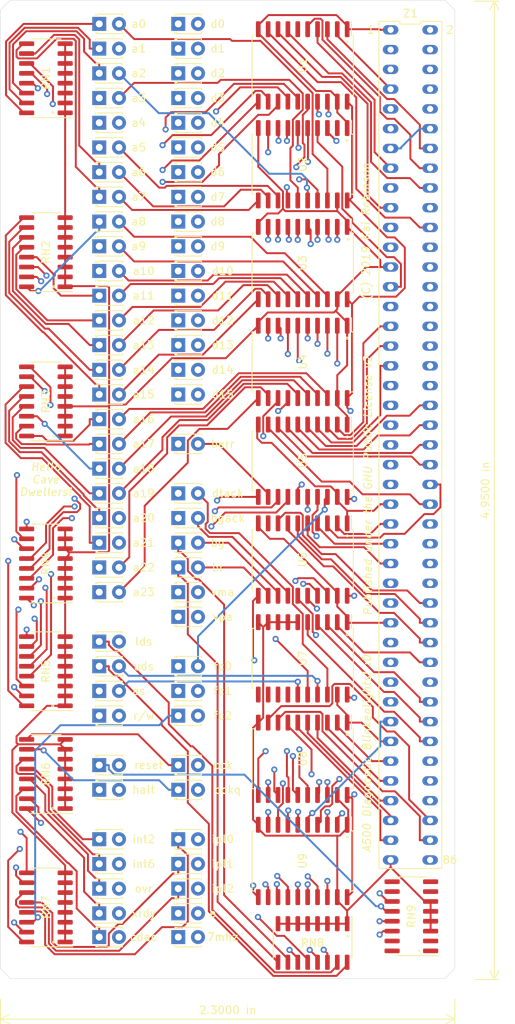
<source format=kicad_pcb>
(kicad_pcb (version 20171130) (host pcbnew "(5.1.2-1)-1")
  (layers (0 F.Cu mixed) (1 In1.Cu signal) (2 In2.Cu signal) (31 B.Cu mixed) (34 B.Paste user) (35 F.Paste user) (36 B.SilkS user) (37 F.SilkS user) (38 B.Mask user) (39 F.Mask user) (44 Edge.Cuts user))
  (net 0 "")
  (net 1 /7mhz_out)
  (net 2 "Net-(7mhz1-Pad1)")
  (net 3 /a0_out)
  (net 4 "Net-(RN1-Pad16)")
  (net 5 /a1_out)
  (net 6 "Net-(RN1-Pad15)")
  (net 7 /a2_out)
  (net 8 "Net-(RN1-Pad14)")
  (net 9 /a3_out)
  (net 10 "Net-(RN1-Pad13)")
  (net 11 /a4_out)
  (net 12 "Net-(RN1-Pad12)")
  (net 13 /a5_out)
  (net 14 "Net-(RN1-Pad11)")
  (net 15 /a6_out)
  (net 16 "Net-(RN1-Pad10)")
  (net 17 /a7_out)
  (net 18 "Net-(RN1-Pad9)")
  (net 19 /a8_out)
  (net 20 "Net-(RN2-Pad16)")
  (net 21 /a9_out)
  (net 22 "Net-(RN2-Pad15)")
  (net 23 /a10_out)
  (net 24 "Net-(RN2-Pad14)")
  (net 25 /a11_out)
  (net 26 "Net-(RN2-Pad13)")
  (net 27 /a12_out)
  (net 28 "Net-(RN2-Pad12)")
  (net 29 /a13_out)
  (net 30 "Net-(RN2-Pad11)")
  (net 31 /a14_out)
  (net 32 "Net-(RN2-Pad10)")
  (net 33 /a15_out)
  (net 34 "Net-(RN2-Pad9)")
  (net 35 /a16_out)
  (net 36 "Net-(RN3-Pad16)")
  (net 37 /a17_out)
  (net 38 "Net-(RN3-Pad15)")
  (net 39 /a18_out)
  (net 40 "Net-(RN3-Pad14)")
  (net 41 /a19_out)
  (net 42 "Net-(RN3-Pad13)")
  (net 43 /a20_out)
  (net 44 "Net-(RN3-Pad12)")
  (net 45 /a21_out)
  (net 46 "Net-(RN3-Pad11)")
  (net 47 /a22_out)
  (net 48 "Net-(RN3-Pad10)")
  (net 49 /a23_out)
  (net 50 "Net-(RN3-Pad9)")
  (net 51 /_as_out)
  (net 52 "Net-(RN8-Pad14)")
  (net 53 /berr_out)
  (net 54 "Net-(RN8-Pad12)")
  (net 55 /_bg_out)
  (net 56 "Net-(RN8-Pad10)")
  (net 57 /_bgack_out)
  (net 58 "Net-(RN7-Pad10)")
  (net 59 /_br_out)
  (net 60 "Net-(RN8-Pad9)")
  (net 61 /_cck_out)
  (net 62 "Net-(RN6-Pad9)")
  (net 63 /_cckq_out)
  (net 64 "Net-(RN6-Pad10)")
  (net 65 /cdac_out)
  (net 66 "Net-(RN6-Pad14)")
  (net 67 /d0_out)
  (net 68 "Net-(RN4-Pad16)")
  (net 69 /d1_out)
  (net 70 "Net-(RN4-Pad15)")
  (net 71 /d2_out)
  (net 72 "Net-(RN4-Pad14)")
  (net 73 /d3_out)
  (net 74 "Net-(RN4-Pad13)")
  (net 75 /d4_out)
  (net 76 "Net-(RN4-Pad12)")
  (net 77 /d5_out)
  (net 78 "Net-(RN4-Pad11)")
  (net 79 /d6_out)
  (net 80 "Net-(RN4-Pad10)")
  (net 81 /d7_out)
  (net 82 "Net-(RN4-Pad9)")
  (net 83 /d8_out)
  (net 84 "Net-(RN5-Pad16)")
  (net 85 /d9_out)
  (net 86 "Net-(RN5-Pad15)")
  (net 87 /d10_out)
  (net 88 "Net-(RN5-Pad14)")
  (net 89 /d11_out)
  (net 90 "Net-(RN5-Pad13)")
  (net 91 /d12_out)
  (net 92 "Net-(RN5-Pad12)")
  (net 93 /d13_out)
  (net 94 "Net-(RN5-Pad11)")
  (net 95 /d14_out)
  (net 96 "Net-(RN5-Pad10)")
  (net 97 /d15_out)
  (net 98 "Net-(RN5-Pad9)")
  (net 99 /_dtack_out)
  (net 100 "Net-(RN7-Pad9)")
  (net 101 /e_out)
  (net 102 "Net-(RN8-Pad11)")
  (net 103 /fc0_out)
  (net 104 "Net-(RN7-Pad16)")
  (net 105 /fc1_out)
  (net 106 "Net-(RN7-Pad15)")
  (net 107 /fc2_out)
  (net 108 "Net-(RN7-Pad14)")
  (net 109 /halt_out)
  (net 110 "Net-(RN9-Pad11)")
  (net 111 /_int2_out)
  (net 112 "Net-(RN6-Pad12)")
  (net 113 /_int6_out)
  (net 114 "Net-(RN6-Pad11)")
  (net 115 /_ipl0_out)
  (net 116 "Net-(RN7-Pad13)")
  (net 117 /_ipl1_out)
  (net 118 "Net-(RN7-Pad12)")
  (net 119 /_ipl2_out)
  (net 120 "Net-(RN7-Pad11)")
  (net 121 /_lds_out)
  (net 122 "Net-(RN8-Pad15)")
  (net 123 /_ovr_out)
  (net 124 "Net-(RN6-Pad13)")
  (net 125 /reset_out)
  (net 126 "Net-(RN9-Pad12)")
  (net 127 /GND)
  (net 128 "Net-(RN6-Pad15)")
  (net 129 "Net-(RN8-Pad16)")
  (net 130 "Net-(RN8-Pad13)")
  (net 131 "Net-(RN9-Pad16)")
  (net 132 "Net-(RN9-Pad8)")
  (net 133 "Net-(RN9-Pad15)")
  (net 134 "Net-(RN9-Pad7)")
  (net 135 "Net-(RN9-Pad14)")
  (net 136 "Net-(RN9-Pad13)")
  (net 137 "Net-(RN9-Pad10)")
  (net 138 "Net-(RN9-Pad2)")
  (net 139 "Net-(RN9-Pad9)")
  (net 140 "Net-(RN9-Pad1)")
  (net 141 /_rw_out)
  (net 142 /VCC5)
  (net 143 /_int6_in)
  (net 144 /_int2_in)
  (net 145 /_ovr_in)
  (net 146 /cdac_in)
  (net 147 /xrdy_out)
  (net 148 /xrdy_in)
  (net 149 /_cck_in)
  (net 150 /_cckq_in)
  (net 151 /7mhz_in)
  (net 152 /a7_in)
  (net 153 /a6_in)
  (net 154 /a5_in)
  (net 155 /a4_in)
  (net 156 /a3_in)
  (net 157 /a2_in)
  (net 158 /a1_in)
  (net 159 /a0_in)
  (net 160 /a15_in)
  (net 161 /a14_in)
  (net 162 /a13_in)
  (net 163 /a12_in)
  (net 164 /a11_in)
  (net 165 /a10_in)
  (net 166 /a9_in)
  (net 167 /a8_in)
  (net 168 /a23_in)
  (net 169 /a22_in)
  (net 170 /a21_in)
  (net 171 /a20_in)
  (net 172 /a19_in)
  (net 173 /a18_in)
  (net 174 /a17_in)
  (net 175 /a16_in)
  (net 176 /e_in)
  (net 177 /berr_in)
  (net 178 /_ipl2_in)
  (net 179 /_ipl1_in)
  (net 180 /_ipl0_in)
  (net 181 /fc2_in)
  (net 182 /fc1_in)
  (net 183 /fc0_in)
  (net 184 /_rw_in)
  (net 185 /vma_out)
  (net 186 /_br_in)
  (net 187 /vpa_out)
  (net 188 /_bg_in)
  (net 189 /_bgack_in)
  (net 190 /halt_in)
  (net 191 /reset_in)
  (net 192 /vpa_in)
  (net 193 /vma_in)
  (net 194 /_uds_out)
  (net 195 /_as_in)
  (net 196 "Net-(U7-Pad14)")
  (net 197 /_lds_in)
  (net 198 "Net-(U7-Pad13)")
  (net 199 /_uds_in)
  (net 200 "Net-(U7-Pad12)")
  (net 201 /_dtack_in)
  (net 202 "Net-(U7-Pad11)")
  (net 203 /d7_in)
  (net 204 /d6_in)
  (net 205 /d5_in)
  (net 206 /d4_in)
  (net 207 /d3_in)
  (net 208 /d2_in)
  (net 209 /d1_in)
  (net 210 /d0_in)
  (net 211 /d15_in)
  (net 212 /d14_in)
  (net 213 /d13_in)
  (net 214 /d12_in)
  (net 215 /d11_in)
  (net 216 /d10_in)
  (net 217 /d9_in)
  (net 218 /d8_in)
  (net 219 /rw_in)
  (net 220 "Net-(Z1-Pad20)")
  (net 221 /cdac)
  (net 222 "Net-(Z1-Pad11)")
  (net 223 "Net-(Z1-Pad9)")
  (net 224 /+12V)
  (net 225 /-12V)
  (net 226 /VCC)
  (module Connector_PCBEdge:Zorro_Bus_Connector_2x43_A500 (layer F.Cu) (at 179.705 86.233 270)
    (fp_text reference Z1 (at -55.44 0) (layer F.SilkS))
    (fp_text value Zorro_Bus_Connector_2x43_A500)
    (fp_text user 86 (at 53.34 -5.08) (layer F.SilkS))
    (fp_text user 2 (at -53.34 -5.08) (layer F.SilkS))
    (fp_text user 1 (at -53.34 5.08) (layer F.SilkS))
    (pad 85 thru_hole oval (at 53.34 2.54 270) (size 1.2 2) (drill 0.8) (layers *.Cu *.Mask) (net 127 /GND))
    (pad 86 thru_hole oval (at 53.34 -2.54 270) (size 1.2 2) (drill 0.8) (layers *.Cu *.Mask) (net 205 /d5_in))
    (pad 83 thru_hole oval (at 50.8 2.54 270) (size 1.2 2) (drill 0.8) (layers *.Cu *.Mask) (net 206 /d4_in))
    (pad 84 thru_hole oval (at 50.8 -2.54 270) (size 1.2 2) (drill 0.8) (layers *.Cu *.Mask) (net 204 /d6_in))
    (pad 81 thru_hole oval (at 48.26 2.54 270) (size 1.2 2) (drill 0.8) (layers *.Cu *.Mask) (net 207 /d3_in))
    (pad 82 thru_hole oval (at 48.26 -2.54 270) (size 1.2 2) (drill 0.8) (layers *.Cu *.Mask) (net 203 /d7_in))
    (pad 79 thru_hole oval (at 45.72 2.54 270) (size 1.2 2) (drill 0.8) (layers *.Cu *.Mask) (net 208 /d2_in))
    (pad 80 thru_hole oval (at 45.72 -2.54 270) (size 1.2 2) (drill 0.8) (layers *.Cu *.Mask) (net 218 /d8_in))
    (pad 77 thru_hole oval (at 43.18 2.54 270) (size 1.2 2) (drill 0.8) (layers *.Cu *.Mask) (net 209 /d1_in))
    (pad 78 thru_hole oval (at 43.18 -2.54 270) (size 1.2 2) (drill 0.8) (layers *.Cu *.Mask) (net 217 /d9_in))
    (pad 75 thru_hole oval (at 40.64 2.54 270) (size 1.2 2) (drill 0.8) (layers *.Cu *.Mask) (net 210 /d0_in))
    (pad 76 thru_hole oval (at 40.64 -2.54 270) (size 1.2 2) (drill 0.8) (layers *.Cu *.Mask) (net 216 /d10_in))
    (pad 73 thru_hole oval (at 38.1 2.54 270) (size 1.2 2) (drill 0.8) (layers *.Cu *.Mask) (net 127 /GND))
    (pad 74 thru_hole oval (at 38.1 -2.54 270) (size 1.2 2) (drill 0.8) (layers *.Cu *.Mask) (net 195 /_as_in))
    (pad 71 thru_hole oval (at 35.56 2.54 270) (size 1.2 2) (drill 0.8) (layers *.Cu *.Mask) (net 215 /d11_in))
    (pad 72 thru_hole oval (at 35.56 -2.54 270) (size 1.2 2) (drill 0.8) (layers *.Cu *.Mask) (net 197 /_lds_in))
    (pad 69 thru_hole oval (at 33.02 2.54 270) (size 1.2 2) (drill 0.8) (layers *.Cu *.Mask) (net 214 /d12_in))
    (pad 70 thru_hole oval (at 33.02 -2.54 270) (size 1.2 2) (drill 0.8) (layers *.Cu *.Mask) (net 199 /_uds_in))
    (pad 67 thru_hole oval (at 30.48 2.54 270) (size 1.2 2) (drill 0.8) (layers *.Cu *.Mask) (net 213 /d13_in))
    (pad 68 thru_hole oval (at 30.48 -2.54 270) (size 1.2 2) (drill 0.8) (layers *.Cu *.Mask) (net 219 /rw_in))
    (pad 65 thru_hole oval (at 27.94 2.54 270) (size 1.2 2) (drill 0.8) (layers *.Cu *.Mask) (net 212 /d14_in))
    (pad 66 thru_hole oval (at 27.94 -2.54 270) (size 1.2 2) (drill 0.8) (layers *.Cu *.Mask) (net 201 /_dtack_in))
    (pad 63 thru_hole oval (at 25.4 2.54 270) (size 1.2 2) (drill 0.8) (layers *.Cu *.Mask) (net 211 /d15_in))
    (pad 64 thru_hole oval (at 25.4 -2.54 270) (size 1.2 2) (drill 0.8) (layers *.Cu *.Mask) (net 188 /_bg_in))
    (pad 61 thru_hole oval (at 22.86 2.54 270) (size 1.2 2) (drill 0.8) (layers *.Cu *.Mask) (net 127 /GND))
    (pad 62 thru_hole oval (at 22.86 -2.54 270) (size 1.2 2) (drill 0.8) (layers *.Cu *.Mask) (net 189 /_bgack_in))
    (pad 59 thru_hole oval (at 20.32 2.54 270) (size 1.2 2) (drill 0.8) (layers *.Cu *.Mask) (net 168 /a23_in))
    (pad 60 thru_hole oval (at 20.32 -2.54 270) (size 1.2 2) (drill 0.8) (layers *.Cu *.Mask) (net 186 /_br_in))
    (pad 57 thru_hole oval (at 17.78 2.54 270) (size 1.2 2) (drill 0.8) (layers *.Cu *.Mask) (net 170 /a21_in))
    (pad 58 thru_hole oval (at 17.78 -2.54 270) (size 1.2 2) (drill 0.8) (layers *.Cu *.Mask) (net 169 /a22_in))
    (pad 55 thru_hole oval (at 15.24 2.54 270) (size 1.2 2) (drill 0.8) (layers *.Cu *.Mask) (net 190 /halt_in))
    (pad 56 thru_hole oval (at 15.24 -2.54 270) (size 1.2 2) (drill 0.8) (layers *.Cu *.Mask) (net 171 /a20_in))
    (pad 53 thru_hole oval (at 12.7 2.54 270) (size 1.2 2) (drill 0.8) (layers *.Cu *.Mask) (net 191 /reset_in))
    (pad 54 thru_hole oval (at 12.7 -2.54 270) (size 1.2 2) (drill 0.8) (layers *.Cu *.Mask) (net 172 /a19_in))
    (pad 51 thru_hole oval (at 10.16 2.54 270) (size 1.2 2) (drill 0.8) (layers *.Cu *.Mask) (net 193 /vma_in))
    (pad 52 thru_hole oval (at 10.16 -2.54 270) (size 1.2 2) (drill 0.8) (layers *.Cu *.Mask) (net 173 /a18_in))
    (pad 49 thru_hole oval (at 7.62 2.54 270) (size 1.2 2) (drill 0.8) (layers *.Cu *.Mask) (net 127 /GND))
    (pad 50 thru_hole oval (at 7.62 -2.54 270) (size 1.2 2) (drill 0.8) (layers *.Cu *.Mask) (net 176 /e_in))
    (pad 47 thru_hole oval (at 5.08 2.54 270) (size 1.2 2) (drill 0.8) (layers *.Cu *.Mask) (net 174 /a17_in))
    (pad 48 thru_hole oval (at 5.08 -2.54 270) (size 1.2 2) (drill 0.8) (layers *.Cu *.Mask) (net 192 /vpa_in))
    (pad 45 thru_hole oval (at 2.54 2.54 270) (size 1.2 2) (drill 0.8) (layers *.Cu *.Mask) (net 175 /a16_in))
    (pad 46 thru_hole oval (at 2.54 -2.54 270) (size 1.2 2) (drill 0.8) (layers *.Cu *.Mask) (net 177 /berr_in))
    (pad 43 thru_hole oval (at 0 2.54 270) (size 1.2 2) (drill 0.8) (layers *.Cu *.Mask) (net 160 /a15_in))
    (pad 44 thru_hole oval (at 0 -2.54 270) (size 1.2 2) (drill 0.8) (layers *.Cu *.Mask) (net 178 /_ipl2_in))
    (pad 41 thru_hole oval (at -2.54 2.54 270) (size 1.2 2) (drill 0.8) (layers *.Cu *.Mask) (net 161 /a14_in))
    (pad 42 thru_hole oval (at -2.54 -2.54 270) (size 1.2 2) (drill 0.8) (layers *.Cu *.Mask) (net 179 /_ipl1_in))
    (pad 39 thru_hole oval (at -5.08 2.54 270) (size 1.2 2) (drill 0.8) (layers *.Cu *.Mask) (net 162 /a13_in))
    (pad 40 thru_hole oval (at -5.08 -2.54 270) (size 1.2 2) (drill 0.8) (layers *.Cu *.Mask) (net 180 /_ipl0_in))
    (pad 37 thru_hole oval (at -7.62 2.54 270) (size 1.2 2) (drill 0.8) (layers *.Cu *.Mask) (net 127 /GND))
    (pad 38 thru_hole oval (at -7.62 -2.54 270) (size 1.2 2) (drill 0.8) (layers *.Cu *.Mask) (net 163 /a12_in))
    (pad 35 thru_hole oval (at -10.16 2.54 270) (size 1.2 2) (drill 0.8) (layers *.Cu *.Mask) (net 181 /fc2_in))
    (pad 36 thru_hole oval (at -10.16 -2.54 270) (size 1.2 2) (drill 0.8) (layers *.Cu *.Mask) (net 164 /a11_in))
    (pad 33 thru_hole oval (at -12.7 2.54 270) (size 1.2 2) (drill 0.8) (layers *.Cu *.Mask) (net 182 /fc1_in))
    (pad 34 thru_hole oval (at -12.7 -2.54 270) (size 1.2 2) (drill 0.8) (layers *.Cu *.Mask) (net 165 /a10_in))
    (pad 31 thru_hole oval (at -15.24 2.54 270) (size 1.2 2) (drill 0.8) (layers *.Cu *.Mask) (net 183 /fc0_in))
    (pad 32 thru_hole oval (at -15.24 -2.54 270) (size 1.2 2) (drill 0.8) (layers *.Cu *.Mask) (net 166 /a9_in))
    (pad 29 thru_hole oval (at -17.78 2.54 270) (size 1.2 2) (drill 0.8) (layers *.Cu *.Mask) (net 158 /a1_in))
    (pad 30 thru_hole oval (at -17.78 -2.54 270) (size 1.2 2) (drill 0.8) (layers *.Cu *.Mask) (net 167 /a8_in))
    (pad 27 thru_hole oval (at -20.32 2.54 270) (size 1.2 2) (drill 0.8) (layers *.Cu *.Mask) (net 157 /a2_in))
    (pad 28 thru_hole oval (at -20.32 -2.54 270) (size 1.2 2) (drill 0.8) (layers *.Cu *.Mask) (net 152 /a7_in))
    (pad 25 thru_hole oval (at -22.86 2.54 270) (size 1.2 2) (drill 0.8) (layers *.Cu *.Mask) (net 127 /GND))
    (pad 26 thru_hole oval (at -22.86 -2.54 270) (size 1.2 2) (drill 0.8) (layers *.Cu *.Mask) (net 156 /a3_in))
    (pad 23 thru_hole oval (at -25.4 2.54 270) (size 1.2 2) (drill 0.8) (layers *.Cu *.Mask) (net 153 /a6_in))
    (pad 24 thru_hole oval (at -25.4 -2.54 270) (size 1.2 2) (drill 0.8) (layers *.Cu *.Mask) (net 155 /a4_in))
    (pad 21 thru_hole oval (at -27.94 2.54 270) (size 1.2 2) (drill 0.8) (layers *.Cu *.Mask) (net 154 /a5_in))
    (pad 22 thru_hole oval (at -27.94 -2.54 270) (size 1.2 2) (drill 0.8) (layers *.Cu *.Mask) (net 143 /_int6_in))
    (pad 19 thru_hole oval (at -30.48 2.54 270) (size 1.2 2) (drill 0.8) (layers *.Cu *.Mask) (net 144 /_int2_in))
    (pad 20 thru_hole oval (at -30.48 -2.54 270) (size 1.2 2) (drill 0.8) (layers *.Cu *.Mask) (net 220 "Net-(Z1-Pad20)"))
    (pad 17 thru_hole oval (at -33.02 2.54 270) (size 1.2 2) (drill 0.8) (layers *.Cu *.Mask) (net 221 /cdac))
    (pad 18 thru_hole oval (at -33.02 -2.54 270) (size 1.2 2) (drill 0.8) (layers *.Cu *.Mask) (net 145 /_ovr_in))
    (pad 15 thru_hole oval (at -35.56 2.54 270) (size 1.2 2) (drill 0.8) (layers *.Cu *.Mask) (net 149 /_cck_in))
    (pad 16 thru_hole oval (at -35.56 -2.54 270) (size 1.2 2) (drill 0.8) (layers *.Cu *.Mask) (net 148 /xrdy_in))
    (pad 13 thru_hole oval (at -38.1 2.54 270) (size 1.2 2) (drill 0.8) (layers *.Cu *.Mask) (net 127 /GND))
    (pad 14 thru_hole oval (at -38.1 -2.54 270) (size 1.2 2) (drill 0.8) (layers *.Cu *.Mask) (net 150 /_cckq_in))
    (pad 11 thru_hole oval (at -40.64 2.54 270) (size 1.2 2) (drill 0.8) (layers *.Cu *.Mask) (net 222 "Net-(Z1-Pad11)"))
    (pad 12 thru_hole oval (at -40.64 -2.54 270) (size 1.2 2) (drill 0.8) (layers *.Cu *.Mask) (net 127 /GND))
    (pad 9 thru_hole oval (at -43.18 2.54 270) (size 1.2 2) (drill 0.8) (layers *.Cu *.Mask) (net 223 "Net-(Z1-Pad9)"))
    (pad 10 thru_hole oval (at -43.18 -2.54 270) (size 1.2 2) (drill 0.8) (layers *.Cu *.Mask) (net 224 /+12V))
    (pad 7 thru_hole oval (at -45.72 2.54 270) (size 1.2 2) (drill 0.8) (layers *.Cu *.Mask) (net 151 /7mhz_in))
    (pad 8 thru_hole oval (at -45.72 -2.54 270) (size 1.2 2) (drill 0.8) (layers *.Cu *.Mask) (net 225 /-12V))
    (pad 5 thru_hole oval (at -48.26 2.54 270) (size 1.2 2) (drill 0.8) (layers *.Cu *.Mask) (net 226 /VCC))
    (pad 6 thru_hole oval (at -48.26 -2.54 270) (size 1.2 2) (drill 0.8) (layers *.Cu *.Mask) (net 226 /VCC))
    (pad 3 thru_hole oval (at -50.8 2.54 270) (size 1.2 2) (drill 0.8) (layers *.Cu *.Mask) (net 127 /GND))
    (pad 4 thru_hole oval (at -50.8 -2.54 270) (size 1.2 2) (drill 0.8) (layers *.Cu *.Mask) (net 127 /GND))
    (pad 1 thru_hole oval (at -53.34 2.54 270) (size 1.2 2) (drill 0.8) (layers *.Cu *.Mask) (net 127 /GND))
    (pad 2 thru_hole oval (at -53.34 -2.54 270) (size 1.2 2) (drill 0.8) (layers *.Cu *.Mask) (net 127 /GND))
  )
  (module LED_THT:LED_D1.8mm_W3.3mm_H2.4mm (layer F.Cu) (at 139.7 146.431)
    (fp_text reference xrdy (at 5.715 0) (layer F.SilkS))
    (fp_text value LED_Small)
    (pad 2 thru_hole circle (at 2.54 0) (size 1.8 1.8) (drill 0.9) (layers *.Cu *.Mask) (net 147 /xrdy_out))
    (pad 1 thru_hole rect (at 0 0) (size 1.8 1.8) (drill 0.9) (layers *.Cu *.Mask) (net 128 "Net-(RN6-Pad15)"))
  )
  (module LED_THT:LED_D1.8mm_W3.3mm_H2.4mm (layer F.Cu) (at 149.86 108.331)
    (fp_text reference vpa (at 5.715 0) (layer F.SilkS))
    (fp_text value LED_Small)
    (pad 2 thru_hole circle (at 2.54 0) (size 1.8 1.8) (drill 0.9) (layers *.Cu *.Mask) (net 187 /vpa_out))
    (pad 1 thru_hole rect (at 0 0) (size 1.8 1.8) (drill 0.9) (layers *.Cu *.Mask) (net 136 "Net-(RN9-Pad13)"))
  )
  (module LED_THT:LED_D1.8mm_W3.3mm_H2.4mm (layer F.Cu) (at 149.86 105.156)
    (fp_text reference vma (at 5.715 0) (layer F.SilkS))
    (fp_text value LED_Small)
    (pad 2 thru_hole circle (at 2.54 0) (size 1.8 1.8) (drill 0.9) (layers *.Cu *.Mask) (net 185 /vma_out))
    (pad 1 thru_hole rect (at 0 0) (size 1.8 1.8) (drill 0.9) (layers *.Cu *.Mask) (net 135 "Net-(RN9-Pad14)"))
  )
  (module LED_THT:LED_D1.8mm_W3.3mm_H2.4mm (layer F.Cu) (at 139.7 114.681)
    (fp_text reference uds (at 5.715 0) (layer F.SilkS))
    (fp_text value LED_Small)
    (pad 2 thru_hole circle (at 2.54 0) (size 1.8 1.8) (drill 0.9) (layers *.Cu *.Mask) (net 194 /_uds_out))
    (pad 1 thru_hole rect (at 0 0) (size 1.8 1.8) (drill 0.9) (layers *.Cu *.Mask) (net 129 "Net-(RN8-Pad16)"))
  )
  (module LED_THT:LED_D1.8mm_W3.3mm_H2.4mm (layer F.Cu) (at 139.7 121.031)
    (fp_text reference r/w (at 5.715 0) (layer F.SilkS))
    (fp_text value LED_Small)
    (pad 2 thru_hole circle (at 2.54 0) (size 1.8 1.8) (drill 0.9) (layers *.Cu *.Mask) (net 141 /_rw_out))
    (pad 1 thru_hole rect (at 0 0) (size 1.8 1.8) (drill 0.9) (layers *.Cu *.Mask) (net 130 "Net-(RN8-Pad13)"))
  )
  (module LED_THT:LED_D1.8mm_W3.3mm_H2.4mm (layer F.Cu) (at 139.7 127.381)
    (fp_text reference reset (at 6.35 0) (layer F.SilkS))
    (fp_text value LED_Small)
    (pad 2 thru_hole circle (at 2.54 0) (size 1.8 1.8) (drill 0.9) (layers *.Cu *.Mask) (net 125 /reset_out))
    (pad 1 thru_hole rect (at 0 0) (size 1.8 1.8) (drill 0.9) (layers *.Cu *.Mask) (net 126 "Net-(RN9-Pad12)"))
  )
  (module LED_THT:LED_D1.8mm_W3.3mm_H2.4mm (layer F.Cu) (at 139.7 143.256)
    (fp_text reference ovr (at 5.715 0) (layer F.SilkS))
    (fp_text value LED_Small)
    (pad 2 thru_hole circle (at 2.54 0) (size 1.8 1.8) (drill 0.9) (layers *.Cu *.Mask) (net 123 /_ovr_out))
    (pad 1 thru_hole rect (at 0 0) (size 1.8 1.8) (drill 0.9) (layers *.Cu *.Mask) (net 124 "Net-(RN6-Pad13)"))
  )
  (module LED_THT:LED_D1.8mm_W3.3mm_H2.4mm (layer F.Cu) (at 139.7 111.506)
    (fp_text reference lds (at 5.715 0) (layer F.SilkS))
    (fp_text value LED_Small)
    (pad 2 thru_hole circle (at 2.54 0) (size 1.8 1.8) (drill 0.9) (layers *.Cu *.Mask) (net 121 /_lds_out))
    (pad 1 thru_hole rect (at 0 0) (size 1.8 1.8) (drill 0.9) (layers *.Cu *.Mask) (net 122 "Net-(RN8-Pad15)"))
  )
  (module LED_THT:LED_D1.8mm_W3.3mm_H2.4mm (layer F.Cu) (at 149.86 143.256)
    (fp_text reference ipl2 (at 5.715 0) (layer F.SilkS))
    (fp_text value LED_Small)
    (pad 2 thru_hole circle (at 2.54 0) (size 1.8 1.8) (drill 0.9) (layers *.Cu *.Mask) (net 119 /_ipl2_out))
    (pad 1 thru_hole rect (at 0 0) (size 1.8 1.8) (drill 0.9) (layers *.Cu *.Mask) (net 120 "Net-(RN7-Pad11)"))
  )
  (module LED_THT:LED_D1.8mm_W3.3mm_H2.4mm (layer F.Cu) (at 149.86 140.081)
    (fp_text reference ipl1 (at 5.715 0) (layer F.SilkS))
    (fp_text value LED_Small)
    (pad 2 thru_hole circle (at 2.54 0) (size 1.8 1.8) (drill 0.9) (layers *.Cu *.Mask) (net 117 /_ipl1_out))
    (pad 1 thru_hole rect (at 0 0) (size 1.8 1.8) (drill 0.9) (layers *.Cu *.Mask) (net 118 "Net-(RN7-Pad12)"))
  )
  (module LED_THT:LED_D1.8mm_W3.3mm_H2.4mm (layer F.Cu) (at 149.86 136.906)
    (fp_text reference ipl0 (at 5.715 0) (layer F.SilkS))
    (fp_text value LED_Small)
    (pad 2 thru_hole circle (at 2.54 0) (size 1.8 1.8) (drill 0.9) (layers *.Cu *.Mask) (net 115 /_ipl0_out))
    (pad 1 thru_hole rect (at 0 0) (size 1.8 1.8) (drill 0.9) (layers *.Cu *.Mask) (net 116 "Net-(RN7-Pad13)"))
  )
  (module LED_THT:LED_D1.8mm_W3.3mm_H2.4mm (layer F.Cu) (at 139.7 140.081)
    (fp_text reference int6 (at 5.715 0) (layer F.SilkS))
    (fp_text value LED_Small)
    (pad 2 thru_hole circle (at 2.54 0) (size 1.8 1.8) (drill 0.9) (layers *.Cu *.Mask) (net 113 /_int6_out))
    (pad 1 thru_hole rect (at 0 0) (size 1.8 1.8) (drill 0.9) (layers *.Cu *.Mask) (net 114 "Net-(RN6-Pad11)"))
  )
  (module LED_THT:LED_D1.8mm_W3.3mm_H2.4mm (layer F.Cu) (at 139.7 136.906)
    (fp_text reference int2 (at 5.715 0) (layer F.SilkS))
    (fp_text value LED_Small)
    (pad 2 thru_hole circle (at 2.54 0) (size 1.8 1.8) (drill 0.9) (layers *.Cu *.Mask) (net 111 /_int2_out))
    (pad 1 thru_hole rect (at 0 0) (size 1.8 1.8) (drill 0.9) (layers *.Cu *.Mask) (net 112 "Net-(RN6-Pad12)"))
  )
  (module LED_THT:LED_D1.8mm_W3.3mm_H2.4mm (layer F.Cu) (at 139.7 130.556)
    (fp_text reference halt (at 5.715 0) (layer F.SilkS))
    (fp_text value LED_Small)
    (pad 2 thru_hole circle (at 2.54 0) (size 1.8 1.8) (drill 0.9) (layers *.Cu *.Mask) (net 109 /halt_out))
    (pad 1 thru_hole rect (at 0 0) (size 1.8 1.8) (drill 0.9) (layers *.Cu *.Mask) (net 110 "Net-(RN9-Pad11)"))
  )
  (module LED_THT:LED_D1.8mm_W3.3mm_H2.4mm (layer F.Cu) (at 149.86 121.031)
    (fp_text reference fc2 (at 5.715 0) (layer F.SilkS))
    (fp_text value LED_Small)
    (pad 2 thru_hole circle (at 2.54 0) (size 1.8 1.8) (drill 0.9) (layers *.Cu *.Mask) (net 107 /fc2_out))
    (pad 1 thru_hole rect (at 0 0) (size 1.8 1.8) (drill 0.9) (layers *.Cu *.Mask) (net 108 "Net-(RN7-Pad14)"))
  )
  (module LED_THT:LED_D1.8mm_W3.3mm_H2.4mm (layer F.Cu) (at 149.86 117.856)
    (fp_text reference fc1 (at 5.715 0) (layer F.SilkS))
    (fp_text value LED_Small)
    (pad 2 thru_hole circle (at 2.54 0) (size 1.8 1.8) (drill 0.9) (layers *.Cu *.Mask) (net 105 /fc1_out))
    (pad 1 thru_hole rect (at 0 0) (size 1.8 1.8) (drill 0.9) (layers *.Cu *.Mask) (net 106 "Net-(RN7-Pad15)"))
  )
  (module LED_THT:LED_D1.8mm_W3.3mm_H2.4mm (layer F.Cu) (at 149.86 114.681)
    (fp_text reference fc0 (at 5.715 0) (layer F.SilkS))
    (fp_text value LED_Small)
    (pad 2 thru_hole circle (at 2.54 0) (size 1.8 1.8) (drill 0.9) (layers *.Cu *.Mask) (net 103 /fc0_out))
    (pad 1 thru_hole rect (at 0 0) (size 1.8 1.8) (drill 0.9) (layers *.Cu *.Mask) (net 104 "Net-(RN7-Pad16)"))
  )
  (module LED_THT:LED_D1.8mm_W3.3mm_H2.4mm (layer F.Cu) (at 149.86 146.431)
    (fp_text reference e (at 4.445 0) (layer F.SilkS))
    (fp_text value LED_Small)
    (pad 2 thru_hole circle (at 2.54 0) (size 1.8 1.8) (drill 0.9) (layers *.Cu *.Mask) (net 101 /e_out))
    (pad 1 thru_hole rect (at 0 0) (size 1.8 1.8) (drill 0.9) (layers *.Cu *.Mask) (net 102 "Net-(RN8-Pad11)"))
  )
  (module LED_THT:LED_D1.8mm_W3.3mm_H2.4mm (layer F.Cu) (at 149.86 92.456)
    (fp_text reference dtack (at 6.35 0) (layer F.SilkS))
    (fp_text value LED_Small)
    (pad 2 thru_hole circle (at 2.54 0) (size 1.8 1.8) (drill 0.9) (layers *.Cu *.Mask) (net 99 /_dtack_out))
    (pad 1 thru_hole rect (at 0 0) (size 1.8 1.8) (drill 0.9) (layers *.Cu *.Mask) (net 100 "Net-(RN7-Pad9)"))
  )
  (module LED_THT:LED_D1.8mm_W3.3mm_H2.4mm (layer F.Cu) (at 149.86 79.756)
    (fp_text reference d15 (at 5.715 0) (layer F.SilkS))
    (fp_text value LED_Small)
    (pad 2 thru_hole circle (at 2.54 0) (size 1.8 1.8) (drill 0.9) (layers *.Cu *.Mask) (net 97 /d15_out))
    (pad 1 thru_hole rect (at 0 0) (size 1.8 1.8) (drill 0.9) (layers *.Cu *.Mask) (net 98 "Net-(RN5-Pad9)"))
  )
  (module LED_THT:LED_D1.8mm_W3.3mm_H2.4mm (layer F.Cu) (at 149.86 76.581)
    (fp_text reference d14 (at 5.715 0) (layer F.SilkS))
    (fp_text value LED_Small)
    (pad 2 thru_hole circle (at 2.54 0) (size 1.8 1.8) (drill 0.9) (layers *.Cu *.Mask) (net 95 /d14_out))
    (pad 1 thru_hole rect (at 0 0) (size 1.8 1.8) (drill 0.9) (layers *.Cu *.Mask) (net 96 "Net-(RN5-Pad10)"))
  )
  (module LED_THT:LED_D1.8mm_W3.3mm_H2.4mm (layer F.Cu) (at 149.86 73.406)
    (fp_text reference d13 (at 5.715 0) (layer F.SilkS))
    (fp_text value LED_Small)
    (pad 2 thru_hole circle (at 2.54 0) (size 1.8 1.8) (drill 0.9) (layers *.Cu *.Mask) (net 93 /d13_out))
    (pad 1 thru_hole rect (at 0 0) (size 1.8 1.8) (drill 0.9) (layers *.Cu *.Mask) (net 94 "Net-(RN5-Pad11)"))
  )
  (module LED_THT:LED_D1.8mm_W3.3mm_H2.4mm (layer F.Cu) (at 149.86 70.231)
    (fp_text reference d12 (at 5.715 0) (layer F.SilkS))
    (fp_text value LED_Small)
    (pad 2 thru_hole circle (at 2.54 0) (size 1.8 1.8) (drill 0.9) (layers *.Cu *.Mask) (net 91 /d12_out))
    (pad 1 thru_hole rect (at 0 0) (size 1.8 1.8) (drill 0.9) (layers *.Cu *.Mask) (net 92 "Net-(RN5-Pad12)"))
  )
  (module LED_THT:LED_D1.8mm_W3.3mm_H2.4mm (layer F.Cu) (at 149.86 67.056)
    (fp_text reference d11 (at 5.715 0) (layer F.SilkS))
    (fp_text value LED_Small)
    (pad 2 thru_hole circle (at 2.54 0) (size 1.8 1.8) (drill 0.9) (layers *.Cu *.Mask) (net 89 /d11_out))
    (pad 1 thru_hole rect (at 0 0) (size 1.8 1.8) (drill 0.9) (layers *.Cu *.Mask) (net 90 "Net-(RN5-Pad13)"))
  )
  (module LED_THT:LED_D1.8mm_W3.3mm_H2.4mm (layer F.Cu) (at 149.86 63.881)
    (fp_text reference d10 (at 5.715 0) (layer F.SilkS))
    (fp_text value LED_Small)
    (pad 2 thru_hole circle (at 2.54 0) (size 1.8 1.8) (drill 0.9) (layers *.Cu *.Mask) (net 87 /d10_out))
    (pad 1 thru_hole rect (at 0 0) (size 1.8 1.8) (drill 0.9) (layers *.Cu *.Mask) (net 88 "Net-(RN5-Pad14)"))
  )
  (module LED_THT:LED_D1.8mm_W3.3mm_H2.4mm (layer F.Cu) (at 149.86 60.706)
    (fp_text reference d9 (at 5.08 0) (layer F.SilkS))
    (fp_text value LED_Small)
    (pad 2 thru_hole circle (at 2.54 0) (size 1.8 1.8) (drill 0.9) (layers *.Cu *.Mask) (net 85 /d9_out))
    (pad 1 thru_hole rect (at 0 0) (size 1.8 1.8) (drill 0.9) (layers *.Cu *.Mask) (net 86 "Net-(RN5-Pad15)"))
  )
  (module LED_THT:LED_D1.8mm_W3.3mm_H2.4mm (layer F.Cu) (at 149.86 57.531)
    (fp_text reference d8 (at 5.08 0) (layer F.SilkS))
    (fp_text value LED_Small)
    (pad 2 thru_hole circle (at 2.54 0) (size 1.8 1.8) (drill 0.9) (layers *.Cu *.Mask) (net 83 /d8_out))
    (pad 1 thru_hole rect (at 0 0) (size 1.8 1.8) (drill 0.9) (layers *.Cu *.Mask) (net 84 "Net-(RN5-Pad16)"))
  )
  (module LED_THT:LED_D1.8mm_W3.3mm_H2.4mm (layer F.Cu) (at 149.86 54.356)
    (fp_text reference d7 (at 5.08 0) (layer F.SilkS))
    (fp_text value LED_Small)
    (pad 2 thru_hole circle (at 2.54 0) (size 1.8 1.8) (drill 0.9) (layers *.Cu *.Mask) (net 81 /d7_out))
    (pad 1 thru_hole rect (at 0 0) (size 1.8 1.8) (drill 0.9) (layers *.Cu *.Mask) (net 82 "Net-(RN4-Pad9)"))
  )
  (module LED_THT:LED_D1.8mm_W3.3mm_H2.4mm (layer F.Cu) (at 149.86 51.181)
    (fp_text reference d6 (at 5.08 0) (layer F.SilkS))
    (fp_text value LED_Small)
    (pad 2 thru_hole circle (at 2.54 0) (size 1.8 1.8) (drill 0.9) (layers *.Cu *.Mask) (net 79 /d6_out))
    (pad 1 thru_hole rect (at 0 0) (size 1.8 1.8) (drill 0.9) (layers *.Cu *.Mask) (net 80 "Net-(RN4-Pad10)"))
  )
  (module LED_THT:LED_D1.8mm_W3.3mm_H2.4mm (layer F.Cu) (at 149.86 48.006)
    (fp_text reference d5 (at 5.08 0) (layer F.SilkS))
    (fp_text value LED_Small)
    (pad 2 thru_hole circle (at 2.54 0) (size 1.8 1.8) (drill 0.9) (layers *.Cu *.Mask) (net 77 /d5_out))
    (pad 1 thru_hole rect (at 0 0) (size 1.8 1.8) (drill 0.9) (layers *.Cu *.Mask) (net 78 "Net-(RN4-Pad11)"))
  )
  (module LED_THT:LED_D1.8mm_W3.3mm_H2.4mm (layer F.Cu) (at 149.86 44.831)
    (fp_text reference d4 (at 5.08 0) (layer F.SilkS))
    (fp_text value LED_Small)
    (pad 2 thru_hole circle (at 2.54 0) (size 1.8 1.8) (drill 0.9) (layers *.Cu *.Mask) (net 75 /d4_out))
    (pad 1 thru_hole rect (at 0 0) (size 1.8 1.8) (drill 0.9) (layers *.Cu *.Mask) (net 76 "Net-(RN4-Pad12)"))
  )
  (module LED_THT:LED_D1.8mm_W3.3mm_H2.4mm (layer F.Cu) (at 149.86 41.656)
    (fp_text reference d3 (at 5.08 0) (layer F.SilkS))
    (fp_text value LED_Small)
    (pad 2 thru_hole circle (at 2.54 0) (size 1.8 1.8) (drill 0.9) (layers *.Cu *.Mask) (net 73 /d3_out))
    (pad 1 thru_hole rect (at 0 0) (size 1.8 1.8) (drill 0.9) (layers *.Cu *.Mask) (net 74 "Net-(RN4-Pad13)"))
  )
  (module LED_THT:LED_D1.8mm_W3.3mm_H2.4mm (layer F.Cu) (at 149.86 38.481)
    (fp_text reference d2 (at 5.08 0) (layer F.SilkS))
    (fp_text value LED_Small)
    (pad 2 thru_hole circle (at 2.54 0) (size 1.8 1.8) (drill 0.9) (layers *.Cu *.Mask) (net 71 /d2_out))
    (pad 1 thru_hole rect (at 0 0) (size 1.8 1.8) (drill 0.9) (layers *.Cu *.Mask) (net 72 "Net-(RN4-Pad14)"))
  )
  (module LED_THT:LED_D1.8mm_W3.3mm_H2.4mm (layer F.Cu) (at 149.86 35.306)
    (fp_text reference d1 (at 5.08 0) (layer F.SilkS))
    (fp_text value LED_Small)
    (pad 2 thru_hole circle (at 2.54 0) (size 1.8 1.8) (drill 0.9) (layers *.Cu *.Mask) (net 69 /d1_out))
    (pad 1 thru_hole rect (at 0 0) (size 1.8 1.8) (drill 0.9) (layers *.Cu *.Mask) (net 70 "Net-(RN4-Pad15)"))
  )
  (module LED_THT:LED_D1.8mm_W3.3mm_H2.4mm (layer F.Cu) (at 149.86 32.131)
    (fp_text reference d0 (at 5.08 0) (layer F.SilkS))
    (fp_text value LED_Small)
    (pad 2 thru_hole circle (at 2.54 0) (size 1.8 1.8) (drill 0.9) (layers *.Cu *.Mask) (net 67 /d0_out))
    (pad 1 thru_hole rect (at 0 0) (size 1.8 1.8) (drill 0.9) (layers *.Cu *.Mask) (net 68 "Net-(RN4-Pad16)"))
  )
  (module LED_THT:LED_D1.8mm_W3.3mm_H2.4mm (layer F.Cu) (at 139.7 149.479)
    (fp_text reference cdac (at 5.715 0) (layer F.SilkS))
    (fp_text value LED_Small)
    (pad 2 thru_hole circle (at 2.54 0) (size 1.8 1.8) (drill 0.9) (layers *.Cu *.Mask) (net 65 /cdac_out))
    (pad 1 thru_hole rect (at 0 0) (size 1.8 1.8) (drill 0.9) (layers *.Cu *.Mask) (net 66 "Net-(RN6-Pad14)"))
  )
  (module LED_THT:LED_D1.8mm_W3.3mm_H2.4mm (layer F.Cu) (at 149.86 130.556)
    (fp_text reference cckq (at 6.35 0) (layer F.SilkS))
    (fp_text value LED_Small)
    (pad 2 thru_hole circle (at 2.54 0) (size 1.8 1.8) (drill 0.9) (layers *.Cu *.Mask) (net 63 /_cckq_out))
    (pad 1 thru_hole rect (at 0 0) (size 1.8 1.8) (drill 0.9) (layers *.Cu *.Mask) (net 64 "Net-(RN6-Pad10)"))
  )
  (module LED_THT:LED_D1.8mm_W3.3mm_H2.4mm (layer F.Cu) (at 149.86 127.381)
    (fp_text reference cck (at 5.715 0) (layer F.SilkS))
    (fp_text value LED_Small)
    (pad 2 thru_hole circle (at 2.54 0) (size 1.8 1.8) (drill 0.9) (layers *.Cu *.Mask) (net 61 /_cck_out))
    (pad 1 thru_hole rect (at 0 0) (size 1.8 1.8) (drill 0.9) (layers *.Cu *.Mask) (net 62 "Net-(RN6-Pad9)"))
  )
  (module LED_THT:LED_D1.8mm_W3.3mm_H2.4mm (layer F.Cu) (at 149.86 101.981)
    (fp_text reference br (at 5.08 0) (layer F.SilkS))
    (fp_text value LED_Small)
    (pad 2 thru_hole circle (at 2.54 0) (size 1.8 1.8) (drill 0.9) (layers *.Cu *.Mask) (net 59 /_br_out))
    (pad 1 thru_hole rect (at 0 0) (size 1.8 1.8) (drill 0.9) (layers *.Cu *.Mask) (net 60 "Net-(RN8-Pad9)"))
  )
  (module LED_THT:LED_D1.8mm_W3.3mm_H2.4mm (layer F.Cu) (at 149.86 95.631)
    (fp_text reference bgack (at 6.35 0) (layer F.SilkS))
    (fp_text value LED_Small)
    (pad 2 thru_hole circle (at 2.54 0) (size 1.8 1.8) (drill 0.9) (layers *.Cu *.Mask) (net 57 /_bgack_out))
    (pad 1 thru_hole rect (at 0 0) (size 1.8 1.8) (drill 0.9) (layers *.Cu *.Mask) (net 58 "Net-(RN7-Pad10)"))
  )
  (module LED_THT:LED_D1.8mm_W3.3mm_H2.4mm (layer F.Cu) (at 149.86 98.806)
    (fp_text reference bg (at 5.08 0) (layer F.SilkS))
    (fp_text value LED_Small)
    (pad 2 thru_hole circle (at 2.54 0) (size 1.8 1.8) (drill 0.9) (layers *.Cu *.Mask) (net 55 /_bg_out))
    (pad 1 thru_hole rect (at 0 0) (size 1.8 1.8) (drill 0.9) (layers *.Cu *.Mask) (net 56 "Net-(RN8-Pad10)"))
  )
  (module LED_THT:LED_D1.8mm_W3.3mm_H2.4mm (layer F.Cu) (at 149.86 86.106)
    (fp_text reference berr (at 5.715 0) (layer F.SilkS))
    (fp_text value LED_Small)
    (pad 2 thru_hole circle (at 2.54 0) (size 1.8 1.8) (drill 0.9) (layers *.Cu *.Mask) (net 53 /berr_out))
    (pad 1 thru_hole rect (at 0 0) (size 1.8 1.8) (drill 0.9) (layers *.Cu *.Mask) (net 54 "Net-(RN8-Pad12)"))
  )
  (module LED_THT:LED_D1.8mm_W3.3mm_H2.4mm (layer F.Cu) (at 139.7 117.856)
    (fp_text reference as (at 5.08 0) (layer F.SilkS))
    (fp_text value LED_Small)
    (pad 2 thru_hole circle (at 2.54 0) (size 1.8 1.8) (drill 0.9) (layers *.Cu *.Mask) (net 51 /_as_out))
    (pad 1 thru_hole rect (at 0 0) (size 1.8 1.8) (drill 0.9) (layers *.Cu *.Mask) (net 52 "Net-(RN8-Pad14)"))
  )
  (module LED_THT:LED_D1.8mm_W3.3mm_H2.4mm (layer F.Cu) (at 139.7 105.156)
    (fp_text reference a23 (at 5.715 0) (layer F.SilkS))
    (fp_text value LED_Small)
    (pad 2 thru_hole circle (at 2.54 0) (size 1.8 1.8) (drill 0.9) (layers *.Cu *.Mask) (net 49 /a23_out))
    (pad 1 thru_hole rect (at 0 0) (size 1.8 1.8) (drill 0.9) (layers *.Cu *.Mask) (net 50 "Net-(RN3-Pad9)"))
  )
  (module LED_THT:LED_D1.8mm_W3.3mm_H2.4mm (layer F.Cu) (at 139.7 101.981)
    (fp_text reference a22 (at 5.715 0) (layer F.SilkS))
    (fp_text value LED_Small)
    (pad 2 thru_hole circle (at 2.54 0) (size 1.8 1.8) (drill 0.9) (layers *.Cu *.Mask) (net 47 /a22_out))
    (pad 1 thru_hole rect (at 0 0) (size 1.8 1.8) (drill 0.9) (layers *.Cu *.Mask) (net 48 "Net-(RN3-Pad10)"))
  )
  (module LED_THT:LED_D1.8mm_W3.3mm_H2.4mm (layer F.Cu) (at 139.7 98.806)
    (fp_text reference a21 (at 5.715 0) (layer F.SilkS))
    (fp_text value LED_Small)
    (pad 2 thru_hole circle (at 2.54 0) (size 1.8 1.8) (drill 0.9) (layers *.Cu *.Mask) (net 45 /a21_out))
    (pad 1 thru_hole rect (at 0 0) (size 1.8 1.8) (drill 0.9) (layers *.Cu *.Mask) (net 46 "Net-(RN3-Pad11)"))
  )
  (module LED_THT:LED_D1.8mm_W3.3mm_H2.4mm (layer F.Cu) (at 139.7 95.631)
    (fp_text reference a20 (at 5.715 0) (layer F.SilkS))
    (fp_text value LED_Small)
    (pad 2 thru_hole circle (at 2.54 0) (size 1.8 1.8) (drill 0.9) (layers *.Cu *.Mask) (net 43 /a20_out))
    (pad 1 thru_hole rect (at 0 0) (size 1.8 1.8) (drill 0.9) (layers *.Cu *.Mask) (net 44 "Net-(RN3-Pad12)"))
  )
  (module LED_THT:LED_D1.8mm_W3.3mm_H2.4mm (layer F.Cu) (at 139.7 92.456)
    (fp_text reference a19 (at 5.715 0) (layer F.SilkS))
    (fp_text value LED_Small)
    (pad 2 thru_hole circle (at 2.54 0) (size 1.8 1.8) (drill 0.9) (layers *.Cu *.Mask) (net 41 /a19_out))
    (pad 1 thru_hole rect (at 0 0) (size 1.8 1.8) (drill 0.9) (layers *.Cu *.Mask) (net 42 "Net-(RN3-Pad13)"))
  )
  (module LED_THT:LED_D1.8mm_W3.3mm_H2.4mm (layer F.Cu) (at 139.7 89.281)
    (fp_text reference a18 (at 5.715 0) (layer F.SilkS))
    (fp_text value LED_Small)
    (pad 2 thru_hole circle (at 2.54 0) (size 1.8 1.8) (drill 0.9) (layers *.Cu *.Mask) (net 39 /a18_out))
    (pad 1 thru_hole rect (at 0 0) (size 1.8 1.8) (drill 0.9) (layers *.Cu *.Mask) (net 40 "Net-(RN3-Pad14)"))
  )
  (module LED_THT:LED_D1.8mm_W3.3mm_H2.4mm (layer F.Cu) (at 139.7 86.106)
    (fp_text reference a17 (at 5.715 0) (layer F.SilkS))
    (fp_text value LED_Small)
    (pad 2 thru_hole circle (at 2.54 0) (size 1.8 1.8) (drill 0.9) (layers *.Cu *.Mask) (net 37 /a17_out))
    (pad 1 thru_hole rect (at 0 0) (size 1.8 1.8) (drill 0.9) (layers *.Cu *.Mask) (net 38 "Net-(RN3-Pad15)"))
  )
  (module LED_THT:LED_D1.8mm_W3.3mm_H2.4mm (layer F.Cu) (at 139.7 82.931)
    (fp_text reference a16 (at 5.715 0) (layer F.SilkS))
    (fp_text value LED_Small)
    (pad 2 thru_hole circle (at 2.54 0) (size 1.8 1.8) (drill 0.9) (layers *.Cu *.Mask) (net 35 /a16_out))
    (pad 1 thru_hole rect (at 0 0) (size 1.8 1.8) (drill 0.9) (layers *.Cu *.Mask) (net 36 "Net-(RN3-Pad16)"))
  )
  (module LED_THT:LED_D1.8mm_W3.3mm_H2.4mm (layer F.Cu) (at 139.7 79.756)
    (fp_text reference a15 (at 5.715 0) (layer F.SilkS))
    (fp_text value LED_Small)
    (pad 2 thru_hole circle (at 2.54 0) (size 1.8 1.8) (drill 0.9) (layers *.Cu *.Mask) (net 33 /a15_out))
    (pad 1 thru_hole rect (at 0 0) (size 1.8 1.8) (drill 0.9) (layers *.Cu *.Mask) (net 34 "Net-(RN2-Pad9)"))
  )
  (module LED_THT:LED_D1.8mm_W3.3mm_H2.4mm (layer F.Cu) (at 139.7 76.581)
    (fp_text reference a14 (at 5.715 0) (layer F.SilkS))
    (fp_text value LED_Small)
    (pad 2 thru_hole circle (at 2.54 0) (size 1.8 1.8) (drill 0.9) (layers *.Cu *.Mask) (net 31 /a14_out))
    (pad 1 thru_hole rect (at 0 0) (size 1.8 1.8) (drill 0.9) (layers *.Cu *.Mask) (net 32 "Net-(RN2-Pad10)"))
  )
  (module LED_THT:LED_D1.8mm_W3.3mm_H2.4mm (layer F.Cu) (at 139.7 73.406)
    (fp_text reference a13 (at 5.715 0) (layer F.SilkS))
    (fp_text value LED_Small)
    (pad 2 thru_hole circle (at 2.54 0) (size 1.8 1.8) (drill 0.9) (layers *.Cu *.Mask) (net 29 /a13_out))
    (pad 1 thru_hole rect (at 0 0) (size 1.8 1.8) (drill 0.9) (layers *.Cu *.Mask) (net 30 "Net-(RN2-Pad11)"))
  )
  (module LED_THT:LED_D1.8mm_W3.3mm_H2.4mm (layer F.Cu) (at 139.7 70.231)
    (fp_text reference a12 (at 5.715 0) (layer F.SilkS))
    (fp_text value LED_Small)
    (pad 2 thru_hole circle (at 2.54 0) (size 1.8 1.8) (drill 0.9) (layers *.Cu *.Mask) (net 27 /a12_out))
    (pad 1 thru_hole rect (at 0 0) (size 1.8 1.8) (drill 0.9) (layers *.Cu *.Mask) (net 28 "Net-(RN2-Pad12)"))
  )
  (module LED_THT:LED_D1.8mm_W3.3mm_H2.4mm (layer F.Cu) (at 139.7 67.056)
    (fp_text reference a11 (at 5.715 0) (layer F.SilkS))
    (fp_text value LED_Small)
    (pad 2 thru_hole circle (at 2.54 0) (size 1.8 1.8) (drill 0.9) (layers *.Cu *.Mask) (net 25 /a11_out))
    (pad 1 thru_hole rect (at 0 0) (size 1.8 1.8) (drill 0.9) (layers *.Cu *.Mask) (net 26 "Net-(RN2-Pad13)"))
  )
  (module LED_THT:LED_D1.8mm_W3.3mm_H2.4mm (layer F.Cu) (at 139.7 63.881)
    (fp_text reference a10 (at 5.715 0) (layer F.SilkS))
    (fp_text value LED_Small)
    (pad 2 thru_hole circle (at 2.54 0) (size 1.8 1.8) (drill 0.9) (layers *.Cu *.Mask) (net 23 /a10_out))
    (pad 1 thru_hole rect (at 0 0) (size 1.8 1.8) (drill 0.9) (layers *.Cu *.Mask) (net 24 "Net-(RN2-Pad14)"))
  )
  (module LED_THT:LED_D1.8mm_W3.3mm_H2.4mm (layer F.Cu) (at 139.7 60.706)
    (fp_text reference a9 (at 5.08 0) (layer F.SilkS))
    (fp_text value LED_Small)
    (pad 2 thru_hole circle (at 2.54 0) (size 1.8 1.8) (drill 0.9) (layers *.Cu *.Mask) (net 21 /a9_out))
    (pad 1 thru_hole rect (at 0 0) (size 1.8 1.8) (drill 0.9) (layers *.Cu *.Mask) (net 22 "Net-(RN2-Pad15)"))
  )
  (module LED_THT:LED_D1.8mm_W3.3mm_H2.4mm (layer F.Cu) (at 139.7 57.531)
    (fp_text reference a8 (at 5.08 0) (layer F.SilkS))
    (fp_text value LED_Small)
    (pad 2 thru_hole circle (at 2.54 0) (size 1.8 1.8) (drill 0.9) (layers *.Cu *.Mask) (net 19 /a8_out))
    (pad 1 thru_hole rect (at 0 0) (size 1.8 1.8) (drill 0.9) (layers *.Cu *.Mask) (net 20 "Net-(RN2-Pad16)"))
  )
  (module LED_THT:LED_D1.8mm_W3.3mm_H2.4mm (layer F.Cu) (at 139.7 54.356)
    (fp_text reference a7 (at 5.08 0) (layer F.SilkS))
    (fp_text value LED_Small)
    (pad 2 thru_hole circle (at 2.54 0) (size 1.8 1.8) (drill 0.9) (layers *.Cu *.Mask) (net 17 /a7_out))
    (pad 1 thru_hole rect (at 0 0) (size 1.8 1.8) (drill 0.9) (layers *.Cu *.Mask) (net 18 "Net-(RN1-Pad9)"))
  )
  (module LED_THT:LED_D1.8mm_W3.3mm_H2.4mm (layer F.Cu) (at 139.7 51.181)
    (fp_text reference a6 (at 5.08 0) (layer F.SilkS))
    (fp_text value LED_Small)
    (pad 2 thru_hole circle (at 2.54 0) (size 1.8 1.8) (drill 0.9) (layers *.Cu *.Mask) (net 15 /a6_out))
    (pad 1 thru_hole rect (at 0 0) (size 1.8 1.8) (drill 0.9) (layers *.Cu *.Mask) (net 16 "Net-(RN1-Pad10)"))
  )
  (module LED_THT:LED_D1.8mm_W3.3mm_H2.4mm (layer F.Cu) (at 139.7 48.006)
    (fp_text reference a5 (at 5.08 0) (layer F.SilkS))
    (fp_text value LED_Small)
    (pad 2 thru_hole circle (at 2.54 0) (size 1.8 1.8) (drill 0.9) (layers *.Cu *.Mask) (net 13 /a5_out))
    (pad 1 thru_hole rect (at 0 0) (size 1.8 1.8) (drill 0.9) (layers *.Cu *.Mask) (net 14 "Net-(RN1-Pad11)"))
  )
  (module LED_THT:LED_D1.8mm_W3.3mm_H2.4mm (layer F.Cu) (at 139.7 44.831)
    (fp_text reference a4 (at 5.08 0) (layer F.SilkS))
    (fp_text value LED_Small)
    (pad 2 thru_hole circle (at 2.54 0) (size 1.8 1.8) (drill 0.9) (layers *.Cu *.Mask) (net 11 /a4_out))
    (pad 1 thru_hole rect (at 0 0) (size 1.8 1.8) (drill 0.9) (layers *.Cu *.Mask) (net 12 "Net-(RN1-Pad12)"))
  )
  (module LED_THT:LED_D1.8mm_W3.3mm_H2.4mm (layer F.Cu) (at 139.7 41.656)
    (fp_text reference a3 (at 5.08 0) (layer F.SilkS))
    (fp_text value LED_Small)
    (pad 2 thru_hole circle (at 2.54 0) (size 1.8 1.8) (drill 0.9) (layers *.Cu *.Mask) (net 9 /a3_out))
    (pad 1 thru_hole rect (at 0 0) (size 1.8 1.8) (drill 0.9) (layers *.Cu *.Mask) (net 10 "Net-(RN1-Pad13)"))
  )
  (module LED_THT:LED_D1.8mm_W3.3mm_H2.4mm (layer F.Cu) (at 139.7 38.481)
    (fp_text reference a2 (at 5.08 0) (layer F.SilkS))
    (fp_text value LED_Small)
    (pad 2 thru_hole circle (at 2.54 0) (size 1.8 1.8) (drill 0.9) (layers *.Cu *.Mask) (net 7 /a2_out))
    (pad 1 thru_hole rect (at 0 0) (size 1.8 1.8) (drill 0.9) (layers *.Cu *.Mask) (net 8 "Net-(RN1-Pad14)"))
  )
  (module LED_THT:LED_D1.8mm_W3.3mm_H2.4mm (layer F.Cu) (at 139.7 35.306)
    (fp_text reference a1 (at 5.08 0) (layer F.SilkS))
    (fp_text value LED_Small)
    (pad 2 thru_hole circle (at 2.54 0) (size 1.8 1.8) (drill 0.9) (layers *.Cu *.Mask) (net 5 /a1_out))
    (pad 1 thru_hole rect (at 0 0) (size 1.8 1.8) (drill 0.9) (layers *.Cu *.Mask) (net 6 "Net-(RN1-Pad15)"))
  )
  (module LED_THT:LED_D1.8mm_W3.3mm_H2.4mm (layer F.Cu) (at 139.7 32.131)
    (fp_text reference a0 (at 5.08 0) (layer F.SilkS))
    (fp_text value LED_Small)
    (pad 2 thru_hole circle (at 2.54 0) (size 1.8 1.8) (drill 0.9) (layers *.Cu *.Mask) (net 3 /a0_out))
    (pad 1 thru_hole rect (at 0 0) (size 1.8 1.8) (drill 0.9) (layers *.Cu *.Mask) (net 4 "Net-(RN1-Pad16)"))
  )
  (module LED_THT:LED_D1.8mm_W3.3mm_H2.4mm (layer F.Cu) (at 149.86 149.479)
    (fp_text reference 7mhz (at 5.715 0) (layer F.SilkS))
    (fp_text value LED_Small)
    (pad 2 thru_hole circle (at 2.54 0) (size 1.8 1.8) (drill 0.9) (layers *.Cu *.Mask) (net 1 /7mhz_out))
    (pad 1 thru_hole rect (at 0 0) (size 1.8 1.8) (drill 0.9) (layers *.Cu *.Mask) (net 2 "Net-(7mhz1-Pad1)"))
  )
  (module Package_SO:SOIC-16_3.9x9.9mm_P1.27mm (layer F.Cu) (at 132.842 39.116 180)
    (fp_text reference RN1 (at 0 0 90) (layer F.SilkS))
    (fp_text value R_Pack08)
    (pad 16 smd roundrect (at 2.475 -4.445 180) (size 1.95 0.6) (layers F.Cu F.Paste F.Mask) (net 4 "Net-(RN1-Pad16)"))
    (pad 15 smd roundrect (at 2.475 -3.175 180) (size 1.95 0.6) (layers F.Cu F.Paste F.Mask) (net 6 "Net-(RN1-Pad15)"))
    (pad 14 smd roundrect (at 2.475 -1.905 180) (size 1.95 0.6) (layers F.Cu F.Paste F.Mask) (net 8 "Net-(RN1-Pad14)"))
    (pad 13 smd roundrect (at 2.475 -0.635 180) (size 1.95 0.6) (layers F.Cu F.Paste F.Mask) (net 10 "Net-(RN1-Pad13)"))
    (pad 12 smd roundrect (at 2.475 0.635 180) (size 1.95 0.6) (layers F.Cu F.Paste F.Mask) (net 12 "Net-(RN1-Pad12)"))
    (pad 11 smd roundrect (at 2.475 1.905 180) (size 1.95 0.6) (layers F.Cu F.Paste F.Mask) (net 14 "Net-(RN1-Pad11)"))
    (pad 10 smd roundrect (at 2.475 3.175 180) (size 1.95 0.6) (layers F.Cu F.Paste F.Mask) (net 16 "Net-(RN1-Pad10)"))
    (pad 9 smd roundrect (at 2.475 4.445 180) (size 1.95 0.6) (layers F.Cu F.Paste F.Mask) (net 18 "Net-(RN1-Pad9)"))
    (pad 8 smd roundrect (at -2.475 4.445 180) (size 1.95 0.6) (layers F.Cu F.Paste F.Mask) (net 127 /GND))
    (pad 7 smd roundrect (at -2.475 3.175 180) (size 1.95 0.6) (layers F.Cu F.Paste F.Mask) (net 127 /GND))
    (pad 6 smd roundrect (at -2.475 1.905 180) (size 1.95 0.6) (layers F.Cu F.Paste F.Mask) (net 127 /GND))
    (pad 5 smd roundrect (at -2.475 0.635 180) (size 1.95 0.6) (layers F.Cu F.Paste F.Mask) (net 127 /GND))
    (pad 4 smd roundrect (at -2.475 -0.635 180) (size 1.95 0.6) (layers F.Cu F.Paste F.Mask) (net 127 /GND))
    (pad 3 smd roundrect (at -2.475 -1.905 180) (size 1.95 0.6) (layers F.Cu F.Paste F.Mask) (net 127 /GND))
    (pad 2 smd roundrect (at -2.475 -3.175 180) (size 1.95 0.6) (layers F.Cu F.Paste F.Mask) (net 127 /GND))
    (pad 1 smd roundrect (at -2.475 -4.445 180) (size 1.95 0.6) (layers F.Cu F.Paste F.Mask) (net 127 /GND))
  )
  (module Package_SO:SOIC-16_3.9x9.9mm_P1.27mm (layer F.Cu) (at 132.842 61.468 180)
    (fp_text reference RN2 (at 0 0 90) (layer F.SilkS))
    (fp_text value R_Pack08)
    (pad 1 smd roundrect (at -2.475 -4.445 180) (size 1.95 0.6) (layers F.Cu F.Paste F.Mask) (net 127 /GND))
    (pad 2 smd roundrect (at -2.475 -3.175 180) (size 1.95 0.6) (layers F.Cu F.Paste F.Mask) (net 127 /GND))
    (pad 3 smd roundrect (at -2.475 -1.905 180) (size 1.95 0.6) (layers F.Cu F.Paste F.Mask) (net 127 /GND))
    (pad 4 smd roundrect (at -2.475 -0.635 180) (size 1.95 0.6) (layers F.Cu F.Paste F.Mask) (net 127 /GND))
    (pad 5 smd roundrect (at -2.475 0.635 180) (size 1.95 0.6) (layers F.Cu F.Paste F.Mask) (net 127 /GND))
    (pad 6 smd roundrect (at -2.475 1.905 180) (size 1.95 0.6) (layers F.Cu F.Paste F.Mask) (net 127 /GND))
    (pad 7 smd roundrect (at -2.475 3.175 180) (size 1.95 0.6) (layers F.Cu F.Paste F.Mask) (net 127 /GND))
    (pad 8 smd roundrect (at -2.475 4.445 180) (size 1.95 0.6) (layers F.Cu F.Paste F.Mask) (net 127 /GND))
    (pad 9 smd roundrect (at 2.475 4.445 180) (size 1.95 0.6) (layers F.Cu F.Paste F.Mask) (net 34 "Net-(RN2-Pad9)"))
    (pad 10 smd roundrect (at 2.475 3.175 180) (size 1.95 0.6) (layers F.Cu F.Paste F.Mask) (net 32 "Net-(RN2-Pad10)"))
    (pad 11 smd roundrect (at 2.475 1.905 180) (size 1.95 0.6) (layers F.Cu F.Paste F.Mask) (net 30 "Net-(RN2-Pad11)"))
    (pad 12 smd roundrect (at 2.475 0.635 180) (size 1.95 0.6) (layers F.Cu F.Paste F.Mask) (net 28 "Net-(RN2-Pad12)"))
    (pad 13 smd roundrect (at 2.475 -0.635 180) (size 1.95 0.6) (layers F.Cu F.Paste F.Mask) (net 26 "Net-(RN2-Pad13)"))
    (pad 14 smd roundrect (at 2.475 -1.905 180) (size 1.95 0.6) (layers F.Cu F.Paste F.Mask) (net 24 "Net-(RN2-Pad14)"))
    (pad 15 smd roundrect (at 2.475 -3.175 180) (size 1.95 0.6) (layers F.Cu F.Paste F.Mask) (net 22 "Net-(RN2-Pad15)"))
    (pad 16 smd roundrect (at 2.475 -4.445 180) (size 1.95 0.6) (layers F.Cu F.Paste F.Mask) (net 20 "Net-(RN2-Pad16)"))
  )
  (module Package_SO:SOIC-16_3.9x9.9mm_P1.27mm (layer F.Cu) (at 132.842 80.645 180)
    (fp_text reference RN3 (at 0 0 90) (layer F.SilkS))
    (fp_text value R_Pack08)
    (pad 16 smd roundrect (at 2.475 -4.445 180) (size 1.95 0.6) (layers F.Cu F.Paste F.Mask) (net 36 "Net-(RN3-Pad16)"))
    (pad 15 smd roundrect (at 2.475 -3.175 180) (size 1.95 0.6) (layers F.Cu F.Paste F.Mask) (net 38 "Net-(RN3-Pad15)"))
    (pad 14 smd roundrect (at 2.475 -1.905 180) (size 1.95 0.6) (layers F.Cu F.Paste F.Mask) (net 40 "Net-(RN3-Pad14)"))
    (pad 13 smd roundrect (at 2.475 -0.635 180) (size 1.95 0.6) (layers F.Cu F.Paste F.Mask) (net 42 "Net-(RN3-Pad13)"))
    (pad 12 smd roundrect (at 2.475 0.635 180) (size 1.95 0.6) (layers F.Cu F.Paste F.Mask) (net 44 "Net-(RN3-Pad12)"))
    (pad 11 smd roundrect (at 2.475 1.905 180) (size 1.95 0.6) (layers F.Cu F.Paste F.Mask) (net 46 "Net-(RN3-Pad11)"))
    (pad 10 smd roundrect (at 2.475 3.175 180) (size 1.95 0.6) (layers F.Cu F.Paste F.Mask) (net 48 "Net-(RN3-Pad10)"))
    (pad 9 smd roundrect (at 2.475 4.445 180) (size 1.95 0.6) (layers F.Cu F.Paste F.Mask) (net 50 "Net-(RN3-Pad9)"))
    (pad 8 smd roundrect (at -2.475 4.445 180) (size 1.95 0.6) (layers F.Cu F.Paste F.Mask) (net 127 /GND))
    (pad 7 smd roundrect (at -2.475 3.175 180) (size 1.95 0.6) (layers F.Cu F.Paste F.Mask) (net 127 /GND))
    (pad 6 smd roundrect (at -2.475 1.905 180) (size 1.95 0.6) (layers F.Cu F.Paste F.Mask) (net 127 /GND))
    (pad 5 smd roundrect (at -2.475 0.635 180) (size 1.95 0.6) (layers F.Cu F.Paste F.Mask) (net 127 /GND))
    (pad 4 smd roundrect (at -2.475 -0.635 180) (size 1.95 0.6) (layers F.Cu F.Paste F.Mask) (net 127 /GND))
    (pad 3 smd roundrect (at -2.475 -1.905 180) (size 1.95 0.6) (layers F.Cu F.Paste F.Mask) (net 127 /GND))
    (pad 2 smd roundrect (at -2.475 -3.175 180) (size 1.95 0.6) (layers F.Cu F.Paste F.Mask) (net 127 /GND))
    (pad 1 smd roundrect (at -2.475 -4.445 180) (size 1.95 0.6) (layers F.Cu F.Paste F.Mask) (net 127 /GND))
  )
  (module Package_SO:SOIC-16_3.9x9.9mm_P1.27mm (layer F.Cu) (at 132.842 101.473 180)
    (fp_text reference RN4 (at 0 0 90) (layer F.SilkS))
    (fp_text value R_Pack08)
    (pad 1 smd roundrect (at -2.475 -4.445 180) (size 1.95 0.6) (layers F.Cu F.Paste F.Mask) (net 127 /GND))
    (pad 2 smd roundrect (at -2.475 -3.175 180) (size 1.95 0.6) (layers F.Cu F.Paste F.Mask) (net 127 /GND))
    (pad 3 smd roundrect (at -2.475 -1.905 180) (size 1.95 0.6) (layers F.Cu F.Paste F.Mask) (net 127 /GND))
    (pad 4 smd roundrect (at -2.475 -0.635 180) (size 1.95 0.6) (layers F.Cu F.Paste F.Mask) (net 127 /GND))
    (pad 5 smd roundrect (at -2.475 0.635 180) (size 1.95 0.6) (layers F.Cu F.Paste F.Mask) (net 127 /GND))
    (pad 6 smd roundrect (at -2.475 1.905 180) (size 1.95 0.6) (layers F.Cu F.Paste F.Mask) (net 127 /GND))
    (pad 7 smd roundrect (at -2.475 3.175 180) (size 1.95 0.6) (layers F.Cu F.Paste F.Mask) (net 127 /GND))
    (pad 8 smd roundrect (at -2.475 4.445 180) (size 1.95 0.6) (layers F.Cu F.Paste F.Mask) (net 127 /GND))
    (pad 9 smd roundrect (at 2.475 4.445 180) (size 1.95 0.6) (layers F.Cu F.Paste F.Mask) (net 82 "Net-(RN4-Pad9)"))
    (pad 10 smd roundrect (at 2.475 3.175 180) (size 1.95 0.6) (layers F.Cu F.Paste F.Mask) (net 80 "Net-(RN4-Pad10)"))
    (pad 11 smd roundrect (at 2.475 1.905 180) (size 1.95 0.6) (layers F.Cu F.Paste F.Mask) (net 78 "Net-(RN4-Pad11)"))
    (pad 12 smd roundrect (at 2.475 0.635 180) (size 1.95 0.6) (layers F.Cu F.Paste F.Mask) (net 76 "Net-(RN4-Pad12)"))
    (pad 13 smd roundrect (at 2.475 -0.635 180) (size 1.95 0.6) (layers F.Cu F.Paste F.Mask) (net 74 "Net-(RN4-Pad13)"))
    (pad 14 smd roundrect (at 2.475 -1.905 180) (size 1.95 0.6) (layers F.Cu F.Paste F.Mask) (net 72 "Net-(RN4-Pad14)"))
    (pad 15 smd roundrect (at 2.475 -3.175 180) (size 1.95 0.6) (layers F.Cu F.Paste F.Mask) (net 70 "Net-(RN4-Pad15)"))
    (pad 16 smd roundrect (at 2.475 -4.445 180) (size 1.95 0.6) (layers F.Cu F.Paste F.Mask) (net 68 "Net-(RN4-Pad16)"))
  )
  (module Package_SO:SOIC-16_3.9x9.9mm_P1.27mm (layer F.Cu) (at 132.842 115.316 180)
    (fp_text reference RN5 (at 0 0 90) (layer F.SilkS))
    (fp_text value R_Pack08)
    (pad 16 smd roundrect (at 2.475 -4.445 180) (size 1.95 0.6) (layers F.Cu F.Paste F.Mask) (net 84 "Net-(RN5-Pad16)"))
    (pad 15 smd roundrect (at 2.475 -3.175 180) (size 1.95 0.6) (layers F.Cu F.Paste F.Mask) (net 86 "Net-(RN5-Pad15)"))
    (pad 14 smd roundrect (at 2.475 -1.905 180) (size 1.95 0.6) (layers F.Cu F.Paste F.Mask) (net 88 "Net-(RN5-Pad14)"))
    (pad 13 smd roundrect (at 2.475 -0.635 180) (size 1.95 0.6) (layers F.Cu F.Paste F.Mask) (net 90 "Net-(RN5-Pad13)"))
    (pad 12 smd roundrect (at 2.475 0.635 180) (size 1.95 0.6) (layers F.Cu F.Paste F.Mask) (net 92 "Net-(RN5-Pad12)"))
    (pad 11 smd roundrect (at 2.475 1.905 180) (size 1.95 0.6) (layers F.Cu F.Paste F.Mask) (net 94 "Net-(RN5-Pad11)"))
    (pad 10 smd roundrect (at 2.475 3.175 180) (size 1.95 0.6) (layers F.Cu F.Paste F.Mask) (net 96 "Net-(RN5-Pad10)"))
    (pad 9 smd roundrect (at 2.475 4.445 180) (size 1.95 0.6) (layers F.Cu F.Paste F.Mask) (net 98 "Net-(RN5-Pad9)"))
    (pad 8 smd roundrect (at -2.475 4.445 180) (size 1.95 0.6) (layers F.Cu F.Paste F.Mask) (net 127 /GND))
    (pad 7 smd roundrect (at -2.475 3.175 180) (size 1.95 0.6) (layers F.Cu F.Paste F.Mask) (net 127 /GND))
    (pad 6 smd roundrect (at -2.475 1.905 180) (size 1.95 0.6) (layers F.Cu F.Paste F.Mask) (net 127 /GND))
    (pad 5 smd roundrect (at -2.475 0.635 180) (size 1.95 0.6) (layers F.Cu F.Paste F.Mask) (net 127 /GND))
    (pad 4 smd roundrect (at -2.475 -0.635 180) (size 1.95 0.6) (layers F.Cu F.Paste F.Mask) (net 127 /GND))
    (pad 3 smd roundrect (at -2.475 -1.905 180) (size 1.95 0.6) (layers F.Cu F.Paste F.Mask) (net 127 /GND))
    (pad 2 smd roundrect (at -2.475 -3.175 180) (size 1.95 0.6) (layers F.Cu F.Paste F.Mask) (net 127 /GND))
    (pad 1 smd roundrect (at -2.475 -4.445 180) (size 1.95 0.6) (layers F.Cu F.Paste F.Mask) (net 127 /GND))
  )
  (module Package_SO:SOIC-16_3.9x9.9mm_P1.27mm (layer F.Cu) (at 132.842 128.524 180)
    (fp_text reference RN6 (at 0 0 90) (layer F.SilkS))
    (fp_text value R_Pack08)
    (pad 1 smd roundrect (at -2.475 -4.445 180) (size 1.95 0.6) (layers F.Cu F.Paste F.Mask) (net 127 /GND))
    (pad 2 smd roundrect (at -2.475 -3.175 180) (size 1.95 0.6) (layers F.Cu F.Paste F.Mask) (net 127 /GND))
    (pad 3 smd roundrect (at -2.475 -1.905 180) (size 1.95 0.6) (layers F.Cu F.Paste F.Mask) (net 127 /GND))
    (pad 4 smd roundrect (at -2.475 -0.635 180) (size 1.95 0.6) (layers F.Cu F.Paste F.Mask) (net 127 /GND))
    (pad 5 smd roundrect (at -2.475 0.635 180) (size 1.95 0.6) (layers F.Cu F.Paste F.Mask) (net 127 /GND))
    (pad 6 smd roundrect (at -2.475 1.905 180) (size 1.95 0.6) (layers F.Cu F.Paste F.Mask) (net 127 /GND))
    (pad 7 smd roundrect (at -2.475 3.175 180) (size 1.95 0.6) (layers F.Cu F.Paste F.Mask) (net 127 /GND))
    (pad 8 smd roundrect (at -2.475 4.445 180) (size 1.95 0.6) (layers F.Cu F.Paste F.Mask) (net 127 /GND))
    (pad 9 smd roundrect (at 2.475 4.445 180) (size 1.95 0.6) (layers F.Cu F.Paste F.Mask) (net 62 "Net-(RN6-Pad9)"))
    (pad 10 smd roundrect (at 2.475 3.175 180) (size 1.95 0.6) (layers F.Cu F.Paste F.Mask) (net 64 "Net-(RN6-Pad10)"))
    (pad 11 smd roundrect (at 2.475 1.905 180) (size 1.95 0.6) (layers F.Cu F.Paste F.Mask) (net 114 "Net-(RN6-Pad11)"))
    (pad 12 smd roundrect (at 2.475 0.635 180) (size 1.95 0.6) (layers F.Cu F.Paste F.Mask) (net 112 "Net-(RN6-Pad12)"))
    (pad 13 smd roundrect (at 2.475 -0.635 180) (size 1.95 0.6) (layers F.Cu F.Paste F.Mask) (net 124 "Net-(RN6-Pad13)"))
    (pad 14 smd roundrect (at 2.475 -1.905 180) (size 1.95 0.6) (layers F.Cu F.Paste F.Mask) (net 66 "Net-(RN6-Pad14)"))
    (pad 15 smd roundrect (at 2.475 -3.175 180) (size 1.95 0.6) (layers F.Cu F.Paste F.Mask) (net 128 "Net-(RN6-Pad15)"))
    (pad 16 smd roundrect (at 2.475 -4.445 180) (size 1.95 0.6) (layers F.Cu F.Paste F.Mask) (net 2 "Net-(7mhz1-Pad1)"))
  )
  (module Package_SO:SOIC-16_3.9x9.9mm_P1.27mm (layer F.Cu) (at 132.842 145.669 180)
    (fp_text reference RN7 (at 0 0 90) (layer F.SilkS))
    (fp_text value R_Pack08)
    (pad 16 smd roundrect (at 2.475 -4.445 180) (size 1.95 0.6) (layers F.Cu F.Paste F.Mask) (net 104 "Net-(RN7-Pad16)"))
    (pad 15 smd roundrect (at 2.475 -3.175 180) (size 1.95 0.6) (layers F.Cu F.Paste F.Mask) (net 106 "Net-(RN7-Pad15)"))
    (pad 14 smd roundrect (at 2.475 -1.905 180) (size 1.95 0.6) (layers F.Cu F.Paste F.Mask) (net 108 "Net-(RN7-Pad14)"))
    (pad 13 smd roundrect (at 2.475 -0.635 180) (size 1.95 0.6) (layers F.Cu F.Paste F.Mask) (net 116 "Net-(RN7-Pad13)"))
    (pad 12 smd roundrect (at 2.475 0.635 180) (size 1.95 0.6) (layers F.Cu F.Paste F.Mask) (net 118 "Net-(RN7-Pad12)"))
    (pad 11 smd roundrect (at 2.475 1.905 180) (size 1.95 0.6) (layers F.Cu F.Paste F.Mask) (net 120 "Net-(RN7-Pad11)"))
    (pad 10 smd roundrect (at 2.475 3.175 180) (size 1.95 0.6) (layers F.Cu F.Paste F.Mask) (net 58 "Net-(RN7-Pad10)"))
    (pad 9 smd roundrect (at 2.475 4.445 180) (size 1.95 0.6) (layers F.Cu F.Paste F.Mask) (net 100 "Net-(RN7-Pad9)"))
    (pad 8 smd roundrect (at -2.475 4.445 180) (size 1.95 0.6) (layers F.Cu F.Paste F.Mask) (net 127 /GND))
    (pad 7 smd roundrect (at -2.475 3.175 180) (size 1.95 0.6) (layers F.Cu F.Paste F.Mask) (net 127 /GND))
    (pad 6 smd roundrect (at -2.475 1.905 180) (size 1.95 0.6) (layers F.Cu F.Paste F.Mask) (net 127 /GND))
    (pad 5 smd roundrect (at -2.475 0.635 180) (size 1.95 0.6) (layers F.Cu F.Paste F.Mask) (net 127 /GND))
    (pad 4 smd roundrect (at -2.475 -0.635 180) (size 1.95 0.6) (layers F.Cu F.Paste F.Mask) (net 127 /GND))
    (pad 3 smd roundrect (at -2.475 -1.905 180) (size 1.95 0.6) (layers F.Cu F.Paste F.Mask) (net 127 /GND))
    (pad 2 smd roundrect (at -2.475 -3.175 180) (size 1.95 0.6) (layers F.Cu F.Paste F.Mask) (net 127 /GND))
    (pad 1 smd roundrect (at -2.475 -4.445 180) (size 1.95 0.6) (layers F.Cu F.Paste F.Mask) (net 127 /GND))
  )
  (module Package_SO:SOIC-16_3.9x9.9mm_P1.27mm (layer F.Cu) (at 167.132 150.241 270)
    (fp_text reference RN8 (at 0 0 180) (layer F.SilkS))
    (fp_text value R_Pack08)
    (pad 1 smd roundrect (at -2.475 -4.445 270) (size 1.95 0.6) (layers F.Cu F.Paste F.Mask) (net 127 /GND))
    (pad 2 smd roundrect (at -2.475 -3.175 270) (size 1.95 0.6) (layers F.Cu F.Paste F.Mask) (net 127 /GND))
    (pad 3 smd roundrect (at -2.475 -1.905 270) (size 1.95 0.6) (layers F.Cu F.Paste F.Mask) (net 127 /GND))
    (pad 4 smd roundrect (at -2.475 -0.635 270) (size 1.95 0.6) (layers F.Cu F.Paste F.Mask) (net 127 /GND))
    (pad 5 smd roundrect (at -2.475 0.635 270) (size 1.95 0.6) (layers F.Cu F.Paste F.Mask) (net 127 /GND))
    (pad 6 smd roundrect (at -2.475 1.905 270) (size 1.95 0.6) (layers F.Cu F.Paste F.Mask) (net 127 /GND))
    (pad 7 smd roundrect (at -2.475 3.175 270) (size 1.95 0.6) (layers F.Cu F.Paste F.Mask) (net 127 /GND))
    (pad 8 smd roundrect (at -2.475 4.445 270) (size 1.95 0.6) (layers F.Cu F.Paste F.Mask) (net 127 /GND))
    (pad 9 smd roundrect (at 2.475 4.445 270) (size 1.95 0.6) (layers F.Cu F.Paste F.Mask) (net 60 "Net-(RN8-Pad9)"))
    (pad 10 smd roundrect (at 2.475 3.175 270) (size 1.95 0.6) (layers F.Cu F.Paste F.Mask) (net 56 "Net-(RN8-Pad10)"))
    (pad 11 smd roundrect (at 2.475 1.905 270) (size 1.95 0.6) (layers F.Cu F.Paste F.Mask) (net 102 "Net-(RN8-Pad11)"))
    (pad 12 smd roundrect (at 2.475 0.635 270) (size 1.95 0.6) (layers F.Cu F.Paste F.Mask) (net 54 "Net-(RN8-Pad12)"))
    (pad 13 smd roundrect (at 2.475 -0.635 270) (size 1.95 0.6) (layers F.Cu F.Paste F.Mask) (net 130 "Net-(RN8-Pad13)"))
    (pad 14 smd roundrect (at 2.475 -1.905 270) (size 1.95 0.6) (layers F.Cu F.Paste F.Mask) (net 52 "Net-(RN8-Pad14)"))
    (pad 15 smd roundrect (at 2.475 -3.175 270) (size 1.95 0.6) (layers F.Cu F.Paste F.Mask) (net 122 "Net-(RN8-Pad15)"))
    (pad 16 smd roundrect (at 2.475 -4.445 270) (size 1.95 0.6) (layers F.Cu F.Paste F.Mask) (net 129 "Net-(RN8-Pad16)"))
  )
  (module Package_SO:SOIC-16_3.9x9.9mm_P1.27mm (layer F.Cu) (at 179.832 146.812 180)
    (fp_text reference RN9 (at 0 0 90) (layer F.SilkS))
    (fp_text value R_Pack08)
    (pad 1 smd roundrect (at -2.475 -4.445 180) (size 1.95 0.6) (layers F.Cu F.Paste F.Mask) (net 140 "Net-(RN9-Pad1)"))
    (pad 2 smd roundrect (at -2.475 -3.175 180) (size 1.95 0.6) (layers F.Cu F.Paste F.Mask) (net 138 "Net-(RN9-Pad2)"))
    (pad 3 smd roundrect (at -2.475 -1.905 180) (size 1.95 0.6) (layers F.Cu F.Paste F.Mask) (net 127 /GND))
    (pad 4 smd roundrect (at -2.475 -0.635 180) (size 1.95 0.6) (layers F.Cu F.Paste F.Mask) (net 127 /GND))
    (pad 5 smd roundrect (at -2.475 0.635 180) (size 1.95 0.6) (layers F.Cu F.Paste F.Mask) (net 127 /GND))
    (pad 6 smd roundrect (at -2.475 1.905 180) (size 1.95 0.6) (layers F.Cu F.Paste F.Mask) (net 127 /GND))
    (pad 7 smd roundrect (at -2.475 3.175 180) (size 1.95 0.6) (layers F.Cu F.Paste F.Mask) (net 134 "Net-(RN9-Pad7)"))
    (pad 8 smd roundrect (at -2.475 4.445 180) (size 1.95 0.6) (layers F.Cu F.Paste F.Mask) (net 132 "Net-(RN9-Pad8)"))
    (pad 9 smd roundrect (at 2.475 4.445 180) (size 1.95 0.6) (layers F.Cu F.Paste F.Mask) (net 139 "Net-(RN9-Pad9)"))
    (pad 10 smd roundrect (at 2.475 3.175 180) (size 1.95 0.6) (layers F.Cu F.Paste F.Mask) (net 137 "Net-(RN9-Pad10)"))
    (pad 11 smd roundrect (at 2.475 1.905 180) (size 1.95 0.6) (layers F.Cu F.Paste F.Mask) (net 110 "Net-(RN9-Pad11)"))
    (pad 12 smd roundrect (at 2.475 0.635 180) (size 1.95 0.6) (layers F.Cu F.Paste F.Mask) (net 126 "Net-(RN9-Pad12)"))
    (pad 13 smd roundrect (at 2.475 -0.635 180) (size 1.95 0.6) (layers F.Cu F.Paste F.Mask) (net 136 "Net-(RN9-Pad13)"))
    (pad 14 smd roundrect (at 2.475 -1.905 180) (size 1.95 0.6) (layers F.Cu F.Paste F.Mask) (net 135 "Net-(RN9-Pad14)"))
    (pad 15 smd roundrect (at 2.475 -3.175 180) (size 1.95 0.6) (layers F.Cu F.Paste F.Mask) (net 133 "Net-(RN9-Pad15)"))
    (pad 16 smd roundrect (at 2.475 -4.445 180) (size 1.95 0.6) (layers F.Cu F.Paste F.Mask) (net 131 "Net-(RN9-Pad16)"))
  )
  (module Package_SO:SOIC-20W_7.5x12.8mm_P1.27mm (layer F.Cu) (at 165.862 37.465 270)
    (fp_text reference U1 (at 0 0 90) (layer F.SilkS))
    (fp_text value 74LS541)
    (pad 1 smd roundrect (at -4.65 -5.715 270) (size 2.05 0.6) (layers F.Cu F.Paste F.Mask) (net 127 /GND))
    (pad 2 smd roundrect (at -4.65 -4.445 270) (size 2.05 0.6) (layers F.Cu F.Paste F.Mask) (net 151 /7mhz_in))
    (pad 3 smd roundrect (at -4.65 -3.175 270) (size 2.05 0.6) (layers F.Cu F.Paste F.Mask) (net 150 /_cckq_in))
    (pad 4 smd roundrect (at -4.65 -1.905 270) (size 2.05 0.6) (layers F.Cu F.Paste F.Mask) (net 149 /_cck_in))
    (pad 5 smd roundrect (at -4.65 -0.635 270) (size 2.05 0.6) (layers F.Cu F.Paste F.Mask) (net 148 /xrdy_in))
    (pad 6 smd roundrect (at -4.65 0.635 270) (size 2.05 0.6) (layers F.Cu F.Paste F.Mask) (net 146 /cdac_in))
    (pad 7 smd roundrect (at -4.65 1.905 270) (size 2.05 0.6) (layers F.Cu F.Paste F.Mask) (net 145 /_ovr_in))
    (pad 8 smd roundrect (at -4.65 3.175 270) (size 2.05 0.6) (layers F.Cu F.Paste F.Mask) (net 144 /_int2_in))
    (pad 9 smd roundrect (at -4.65 4.445 270) (size 2.05 0.6) (layers F.Cu F.Paste F.Mask) (net 143 /_int6_in))
    (pad 10 smd roundrect (at -4.65 5.715 270) (size 2.05 0.6) (layers F.Cu F.Paste F.Mask) (net 127 /GND))
    (pad 11 smd roundrect (at 4.65 5.715 270) (size 2.05 0.6) (layers F.Cu F.Paste F.Mask) (net 113 /_int6_out))
    (pad 12 smd roundrect (at 4.65 4.445 270) (size 2.05 0.6) (layers F.Cu F.Paste F.Mask) (net 111 /_int2_out))
    (pad 13 smd roundrect (at 4.65 3.175 270) (size 2.05 0.6) (layers F.Cu F.Paste F.Mask) (net 123 /_ovr_out))
    (pad 14 smd roundrect (at 4.65 1.905 270) (size 2.05 0.6) (layers F.Cu F.Paste F.Mask) (net 65 /cdac_out))
    (pad 15 smd roundrect (at 4.65 0.635 270) (size 2.05 0.6) (layers F.Cu F.Paste F.Mask) (net 147 /xrdy_out))
    (pad 16 smd roundrect (at 4.65 -0.635 270) (size 2.05 0.6) (layers F.Cu F.Paste F.Mask) (net 61 /_cck_out))
    (pad 17 smd roundrect (at 4.65 -1.905 270) (size 2.05 0.6) (layers F.Cu F.Paste F.Mask) (net 63 /_cckq_out))
    (pad 18 smd roundrect (at 4.65 -3.175 270) (size 2.05 0.6) (layers F.Cu F.Paste F.Mask) (net 1 /7mhz_out))
    (pad 19 smd roundrect (at 4.65 -4.445 270) (size 2.05 0.6) (layers F.Cu F.Paste F.Mask) (net 127 /GND))
    (pad 20 smd roundrect (at 4.65 -5.715 270) (size 2.05 0.6) (layers F.Cu F.Paste F.Mask) (net 142 /VCC5))
  )
  (module Package_SO:SOIC-20W_7.5x12.8mm_P1.27mm (layer F.Cu) (at 165.862 50.165 270)
    (fp_text reference U2 (at 0 0 90) (layer F.SilkS))
    (fp_text value 74LS541)
    (pad 20 smd roundrect (at 4.65 -5.715 270) (size 2.05 0.6) (layers F.Cu F.Paste F.Mask) (net 142 /VCC5))
    (pad 19 smd roundrect (at 4.65 -4.445 270) (size 2.05 0.6) (layers F.Cu F.Paste F.Mask) (net 127 /GND))
    (pad 18 smd roundrect (at 4.65 -3.175 270) (size 2.05 0.6) (layers F.Cu F.Paste F.Mask) (net 3 /a0_out))
    (pad 17 smd roundrect (at 4.65 -1.905 270) (size 2.05 0.6) (layers F.Cu F.Paste F.Mask) (net 5 /a1_out))
    (pad 16 smd roundrect (at 4.65 -0.635 270) (size 2.05 0.6) (layers F.Cu F.Paste F.Mask) (net 7 /a2_out))
    (pad 15 smd roundrect (at 4.65 0.635 270) (size 2.05 0.6) (layers F.Cu F.Paste F.Mask) (net 9 /a3_out))
    (pad 14 smd roundrect (at 4.65 1.905 270) (size 2.05 0.6) (layers F.Cu F.Paste F.Mask) (net 11 /a4_out))
    (pad 13 smd roundrect (at 4.65 3.175 270) (size 2.05 0.6) (layers F.Cu F.Paste F.Mask) (net 13 /a5_out))
    (pad 12 smd roundrect (at 4.65 4.445 270) (size 2.05 0.6) (layers F.Cu F.Paste F.Mask) (net 15 /a6_out))
    (pad 11 smd roundrect (at 4.65 5.715 270) (size 2.05 0.6) (layers F.Cu F.Paste F.Mask) (net 17 /a7_out))
    (pad 10 smd roundrect (at -4.65 5.715 270) (size 2.05 0.6) (layers F.Cu F.Paste F.Mask) (net 127 /GND))
    (pad 9 smd roundrect (at -4.65 4.445 270) (size 2.05 0.6) (layers F.Cu F.Paste F.Mask) (net 152 /a7_in))
    (pad 8 smd roundrect (at -4.65 3.175 270) (size 2.05 0.6) (layers F.Cu F.Paste F.Mask) (net 153 /a6_in))
    (pad 7 smd roundrect (at -4.65 1.905 270) (size 2.05 0.6) (layers F.Cu F.Paste F.Mask) (net 154 /a5_in))
    (pad 6 smd roundrect (at -4.65 0.635 270) (size 2.05 0.6) (layers F.Cu F.Paste F.Mask) (net 155 /a4_in))
    (pad 5 smd roundrect (at -4.65 -0.635 270) (size 2.05 0.6) (layers F.Cu F.Paste F.Mask) (net 156 /a3_in))
    (pad 4 smd roundrect (at -4.65 -1.905 270) (size 2.05 0.6) (layers F.Cu F.Paste F.Mask) (net 157 /a2_in))
    (pad 3 smd roundrect (at -4.65 -3.175 270) (size 2.05 0.6) (layers F.Cu F.Paste F.Mask) (net 158 /a1_in))
    (pad 2 smd roundrect (at -4.65 -4.445 270) (size 2.05 0.6) (layers F.Cu F.Paste F.Mask) (net 159 /a0_in))
    (pad 1 smd roundrect (at -4.65 -5.715 270) (size 2.05 0.6) (layers F.Cu F.Paste F.Mask) (net 127 /GND))
  )
  (module Package_SO:SOIC-20W_7.5x12.8mm_P1.27mm (layer F.Cu) (at 165.862 62.865 270)
    (fp_text reference U3 (at 0 0 90) (layer F.SilkS))
    (fp_text value 74LS541)
    (pad 1 smd roundrect (at -4.65 -5.715 270) (size 2.05 0.6) (layers F.Cu F.Paste F.Mask) (net 127 /GND))
    (pad 2 smd roundrect (at -4.65 -4.445 270) (size 2.05 0.6) (layers F.Cu F.Paste F.Mask) (net 167 /a8_in))
    (pad 3 smd roundrect (at -4.65 -3.175 270) (size 2.05 0.6) (layers F.Cu F.Paste F.Mask) (net 166 /a9_in))
    (pad 4 smd roundrect (at -4.65 -1.905 270) (size 2.05 0.6) (layers F.Cu F.Paste F.Mask) (net 165 /a10_in))
    (pad 5 smd roundrect (at -4.65 -0.635 270) (size 2.05 0.6) (layers F.Cu F.Paste F.Mask) (net 164 /a11_in))
    (pad 6 smd roundrect (at -4.65 0.635 270) (size 2.05 0.6) (layers F.Cu F.Paste F.Mask) (net 163 /a12_in))
    (pad 7 smd roundrect (at -4.65 1.905 270) (size 2.05 0.6) (layers F.Cu F.Paste F.Mask) (net 162 /a13_in))
    (pad 8 smd roundrect (at -4.65 3.175 270) (size 2.05 0.6) (layers F.Cu F.Paste F.Mask) (net 161 /a14_in))
    (pad 9 smd roundrect (at -4.65 4.445 270) (size 2.05 0.6) (layers F.Cu F.Paste F.Mask) (net 160 /a15_in))
    (pad 10 smd roundrect (at -4.65 5.715 270) (size 2.05 0.6) (layers F.Cu F.Paste F.Mask) (net 127 /GND))
    (pad 11 smd roundrect (at 4.65 5.715 270) (size 2.05 0.6) (layers F.Cu F.Paste F.Mask) (net 33 /a15_out))
    (pad 12 smd roundrect (at 4.65 4.445 270) (size 2.05 0.6) (layers F.Cu F.Paste F.Mask) (net 31 /a14_out))
    (pad 13 smd roundrect (at 4.65 3.175 270) (size 2.05 0.6) (layers F.Cu F.Paste F.Mask) (net 29 /a13_out))
    (pad 14 smd roundrect (at 4.65 1.905 270) (size 2.05 0.6) (layers F.Cu F.Paste F.Mask) (net 27 /a12_out))
    (pad 15 smd roundrect (at 4.65 0.635 270) (size 2.05 0.6) (layers F.Cu F.Paste F.Mask) (net 25 /a11_out))
    (pad 16 smd roundrect (at 4.65 -0.635 270) (size 2.05 0.6) (layers F.Cu F.Paste F.Mask) (net 23 /a10_out))
    (pad 17 smd roundrect (at 4.65 -1.905 270) (size 2.05 0.6) (layers F.Cu F.Paste F.Mask) (net 21 /a9_out))
    (pad 18 smd roundrect (at 4.65 -3.175 270) (size 2.05 0.6) (layers F.Cu F.Paste F.Mask) (net 19 /a8_out))
    (pad 19 smd roundrect (at 4.65 -4.445 270) (size 2.05 0.6) (layers F.Cu F.Paste F.Mask) (net 127 /GND))
    (pad 20 smd roundrect (at 4.65 -5.715 270) (size 2.05 0.6) (layers F.Cu F.Paste F.Mask) (net 142 /VCC5))
  )
  (module Package_SO:SOIC-20W_7.5x12.8mm_P1.27mm (layer F.Cu) (at 165.862 75.565 270)
    (fp_text reference U4 (at 0 0 90) (layer F.SilkS))
    (fp_text value 74LS541)
    (pad 20 smd roundrect (at 4.65 -5.715 270) (size 2.05 0.6) (layers F.Cu F.Paste F.Mask) (net 142 /VCC5))
    (pad 19 smd roundrect (at 4.65 -4.445 270) (size 2.05 0.6) (layers F.Cu F.Paste F.Mask) (net 127 /GND))
    (pad 18 smd roundrect (at 4.65 -3.175 270) (size 2.05 0.6) (layers F.Cu F.Paste F.Mask) (net 35 /a16_out))
    (pad 17 smd roundrect (at 4.65 -1.905 270) (size 2.05 0.6) (layers F.Cu F.Paste F.Mask) (net 37 /a17_out))
    (pad 16 smd roundrect (at 4.65 -0.635 270) (size 2.05 0.6) (layers F.Cu F.Paste F.Mask) (net 39 /a18_out))
    (pad 15 smd roundrect (at 4.65 0.635 270) (size 2.05 0.6) (layers F.Cu F.Paste F.Mask) (net 41 /a19_out))
    (pad 14 smd roundrect (at 4.65 1.905 270) (size 2.05 0.6) (layers F.Cu F.Paste F.Mask) (net 43 /a20_out))
    (pad 13 smd roundrect (at 4.65 3.175 270) (size 2.05 0.6) (layers F.Cu F.Paste F.Mask) (net 45 /a21_out))
    (pad 12 smd roundrect (at 4.65 4.445 270) (size 2.05 0.6) (layers F.Cu F.Paste F.Mask) (net 47 /a22_out))
    (pad 11 smd roundrect (at 4.65 5.715 270) (size 2.05 0.6) (layers F.Cu F.Paste F.Mask) (net 49 /a23_out))
    (pad 10 smd roundrect (at -4.65 5.715 270) (size 2.05 0.6) (layers F.Cu F.Paste F.Mask) (net 127 /GND))
    (pad 9 smd roundrect (at -4.65 4.445 270) (size 2.05 0.6) (layers F.Cu F.Paste F.Mask) (net 168 /a23_in))
    (pad 8 smd roundrect (at -4.65 3.175 270) (size 2.05 0.6) (layers F.Cu F.Paste F.Mask) (net 169 /a22_in))
    (pad 7 smd roundrect (at -4.65 1.905 270) (size 2.05 0.6) (layers F.Cu F.Paste F.Mask) (net 170 /a21_in))
    (pad 6 smd roundrect (at -4.65 0.635 270) (size 2.05 0.6) (layers F.Cu F.Paste F.Mask) (net 171 /a20_in))
    (pad 5 smd roundrect (at -4.65 -0.635 270) (size 2.05 0.6) (layers F.Cu F.Paste F.Mask) (net 172 /a19_in))
    (pad 4 smd roundrect (at -4.65 -1.905 270) (size 2.05 0.6) (layers F.Cu F.Paste F.Mask) (net 173 /a18_in))
    (pad 3 smd roundrect (at -4.65 -3.175 270) (size 2.05 0.6) (layers F.Cu F.Paste F.Mask) (net 174 /a17_in))
    (pad 2 smd roundrect (at -4.65 -4.445 270) (size 2.05 0.6) (layers F.Cu F.Paste F.Mask) (net 175 /a16_in))
    (pad 1 smd roundrect (at -4.65 -5.715 270) (size 2.05 0.6) (layers F.Cu F.Paste F.Mask) (net 127 /GND))
  )
  (module Package_SO:SOIC-20W_7.5x12.8mm_P1.27mm (layer F.Cu) (at 165.862 88.265 270)
    (fp_text reference U5 (at 0 0 90) (layer F.SilkS))
    (fp_text value 74LS541)
    (pad 1 smd roundrect (at -4.65 -5.715 270) (size 2.05 0.6) (layers F.Cu F.Paste F.Mask) (net 127 /GND))
    (pad 2 smd roundrect (at -4.65 -4.445 270) (size 2.05 0.6) (layers F.Cu F.Paste F.Mask) (net 183 /fc0_in))
    (pad 3 smd roundrect (at -4.65 -3.175 270) (size 2.05 0.6) (layers F.Cu F.Paste F.Mask) (net 182 /fc1_in))
    (pad 4 smd roundrect (at -4.65 -1.905 270) (size 2.05 0.6) (layers F.Cu F.Paste F.Mask) (net 181 /fc2_in))
    (pad 5 smd roundrect (at -4.65 -0.635 270) (size 2.05 0.6) (layers F.Cu F.Paste F.Mask) (net 180 /_ipl0_in))
    (pad 6 smd roundrect (at -4.65 0.635 270) (size 2.05 0.6) (layers F.Cu F.Paste F.Mask) (net 179 /_ipl1_in))
    (pad 7 smd roundrect (at -4.65 1.905 270) (size 2.05 0.6) (layers F.Cu F.Paste F.Mask) (net 178 /_ipl2_in))
    (pad 8 smd roundrect (at -4.65 3.175 270) (size 2.05 0.6) (layers F.Cu F.Paste F.Mask) (net 177 /berr_in))
    (pad 9 smd roundrect (at -4.65 4.445 270) (size 2.05 0.6) (layers F.Cu F.Paste F.Mask) (net 176 /e_in))
    (pad 10 smd roundrect (at -4.65 5.715 270) (size 2.05 0.6) (layers F.Cu F.Paste F.Mask) (net 127 /GND))
    (pad 11 smd roundrect (at 4.65 5.715 270) (size 2.05 0.6) (layers F.Cu F.Paste F.Mask) (net 101 /e_out))
    (pad 12 smd roundrect (at 4.65 4.445 270) (size 2.05 0.6) (layers F.Cu F.Paste F.Mask) (net 53 /berr_out))
    (pad 13 smd roundrect (at 4.65 3.175 270) (size 2.05 0.6) (layers F.Cu F.Paste F.Mask) (net 119 /_ipl2_out))
    (pad 14 smd roundrect (at 4.65 1.905 270) (size 2.05 0.6) (layers F.Cu F.Paste F.Mask) (net 117 /_ipl1_out))
    (pad 15 smd roundrect (at 4.65 0.635 270) (size 2.05 0.6) (layers F.Cu F.Paste F.Mask) (net 115 /_ipl0_out))
    (pad 16 smd roundrect (at 4.65 -0.635 270) (size 2.05 0.6) (layers F.Cu F.Paste F.Mask) (net 107 /fc2_out))
    (pad 17 smd roundrect (at 4.65 -1.905 270) (size 2.05 0.6) (layers F.Cu F.Paste F.Mask) (net 105 /fc1_out))
    (pad 18 smd roundrect (at 4.65 -3.175 270) (size 2.05 0.6) (layers F.Cu F.Paste F.Mask) (net 103 /fc0_out))
    (pad 19 smd roundrect (at 4.65 -4.445 270) (size 2.05 0.6) (layers F.Cu F.Paste F.Mask) (net 127 /GND))
    (pad 20 smd roundrect (at 4.65 -5.715 270) (size 2.05 0.6) (layers F.Cu F.Paste F.Mask) (net 142 /VCC5))
  )
  (module Package_SO:SOIC-20W_7.5x12.8mm_P1.27mm (layer F.Cu) (at 165.862 100.965 270)
    (fp_text reference U6 (at 0 0 90) (layer F.SilkS))
    (fp_text value 74LS541)
    (pad 20 smd roundrect (at 4.65 -5.715 270) (size 2.05 0.6) (layers F.Cu F.Paste F.Mask) (net 142 /VCC5))
    (pad 19 smd roundrect (at 4.65 -4.445 270) (size 2.05 0.6) (layers F.Cu F.Paste F.Mask) (net 127 /GND))
    (pad 18 smd roundrect (at 4.65 -3.175 270) (size 2.05 0.6) (layers F.Cu F.Paste F.Mask) (net 185 /vma_out))
    (pad 17 smd roundrect (at 4.65 -1.905 270) (size 2.05 0.6) (layers F.Cu F.Paste F.Mask) (net 187 /vpa_out))
    (pad 16 smd roundrect (at 4.65 -0.635 270) (size 2.05 0.6) (layers F.Cu F.Paste F.Mask) (net 125 /reset_out))
    (pad 15 smd roundrect (at 4.65 0.635 270) (size 2.05 0.6) (layers F.Cu F.Paste F.Mask) (net 109 /halt_out))
    (pad 14 smd roundrect (at 4.65 1.905 270) (size 2.05 0.6) (layers F.Cu F.Paste F.Mask) (net 57 /_bgack_out))
    (pad 13 smd roundrect (at 4.65 3.175 270) (size 2.05 0.6) (layers F.Cu F.Paste F.Mask) (net 55 /_bg_out))
    (pad 12 smd roundrect (at 4.65 4.445 270) (size 2.05 0.6) (layers F.Cu F.Paste F.Mask) (net 59 /_br_out))
    (pad 11 smd roundrect (at 4.65 5.715 270) (size 2.05 0.6) (layers F.Cu F.Paste F.Mask) (net 141 /_rw_out))
    (pad 10 smd roundrect (at -4.65 5.715 270) (size 2.05 0.6) (layers F.Cu F.Paste F.Mask) (net 127 /GND))
    (pad 9 smd roundrect (at -4.65 4.445 270) (size 2.05 0.6) (layers F.Cu F.Paste F.Mask) (net 184 /_rw_in))
    (pad 8 smd roundrect (at -4.65 3.175 270) (size 2.05 0.6) (layers F.Cu F.Paste F.Mask) (net 186 /_br_in))
    (pad 7 smd roundrect (at -4.65 1.905 270) (size 2.05 0.6) (layers F.Cu F.Paste F.Mask) (net 188 /_bg_in))
    (pad 6 smd roundrect (at -4.65 0.635 270) (size 2.05 0.6) (layers F.Cu F.Paste F.Mask) (net 189 /_bgack_in))
    (pad 5 smd roundrect (at -4.65 -0.635 270) (size 2.05 0.6) (layers F.Cu F.Paste F.Mask) (net 190 /halt_in))
    (pad 4 smd roundrect (at -4.65 -1.905 270) (size 2.05 0.6) (layers F.Cu F.Paste F.Mask) (net 191 /reset_in))
    (pad 3 smd roundrect (at -4.65 -3.175 270) (size 2.05 0.6) (layers F.Cu F.Paste F.Mask) (net 192 /vpa_in))
    (pad 2 smd roundrect (at -4.65 -4.445 270) (size 2.05 0.6) (layers F.Cu F.Paste F.Mask) (net 193 /vma_in))
    (pad 1 smd roundrect (at -4.65 -5.715 270) (size 2.05 0.6) (layers F.Cu F.Paste F.Mask) (net 127 /GND))
  )
  (module Package_SO:SOIC-20W_7.5x12.8mm_P1.27mm (layer F.Cu) (at 165.862 113.665 270)
    (fp_text reference U7 (at 0 0 90) (layer F.SilkS))
    (fp_text value 74LS541)
    (pad 1 smd roundrect (at -4.65 -5.715 270) (size 2.05 0.6) (layers F.Cu F.Paste F.Mask) (net 127 /GND))
    (pad 2 smd roundrect (at -4.65 -4.445 270) (size 2.05 0.6) (layers F.Cu F.Paste F.Mask) (net 201 /_dtack_in))
    (pad 3 smd roundrect (at -4.65 -3.175 270) (size 2.05 0.6) (layers F.Cu F.Paste F.Mask) (net 199 /_uds_in))
    (pad 4 smd roundrect (at -4.65 -1.905 270) (size 2.05 0.6) (layers F.Cu F.Paste F.Mask) (net 197 /_lds_in))
    (pad 5 smd roundrect (at -4.65 -0.635 270) (size 2.05 0.6) (layers F.Cu F.Paste F.Mask) (net 195 /_as_in))
    (pad 6 smd roundrect (at -4.65 0.635 270) (size 2.05 0.6) (layers F.Cu F.Paste F.Mask) (net 127 /GND))
    (pad 7 smd roundrect (at -4.65 1.905 270) (size 2.05 0.6) (layers F.Cu F.Paste F.Mask) (net 127 /GND))
    (pad 8 smd roundrect (at -4.65 3.175 270) (size 2.05 0.6) (layers F.Cu F.Paste F.Mask) (net 127 /GND))
    (pad 9 smd roundrect (at -4.65 4.445 270) (size 2.05 0.6) (layers F.Cu F.Paste F.Mask) (net 127 /GND))
    (pad 10 smd roundrect (at -4.65 5.715 270) (size 2.05 0.6) (layers F.Cu F.Paste F.Mask) (net 127 /GND))
    (pad 11 smd roundrect (at 4.65 5.715 270) (size 2.05 0.6) (layers F.Cu F.Paste F.Mask) (net 202 "Net-(U7-Pad11)"))
    (pad 12 smd roundrect (at 4.65 4.445 270) (size 2.05 0.6) (layers F.Cu F.Paste F.Mask) (net 200 "Net-(U7-Pad12)"))
    (pad 13 smd roundrect (at 4.65 3.175 270) (size 2.05 0.6) (layers F.Cu F.Paste F.Mask) (net 198 "Net-(U7-Pad13)"))
    (pad 14 smd roundrect (at 4.65 1.905 270) (size 2.05 0.6) (layers F.Cu F.Paste F.Mask) (net 196 "Net-(U7-Pad14)"))
    (pad 15 smd roundrect (at 4.65 0.635 270) (size 2.05 0.6) (layers F.Cu F.Paste F.Mask) (net 51 /_as_out))
    (pad 16 smd roundrect (at 4.65 -0.635 270) (size 2.05 0.6) (layers F.Cu F.Paste F.Mask) (net 121 /_lds_out))
    (pad 17 smd roundrect (at 4.65 -1.905 270) (size 2.05 0.6) (layers F.Cu F.Paste F.Mask) (net 194 /_uds_out))
    (pad 18 smd roundrect (at 4.65 -3.175 270) (size 2.05 0.6) (layers F.Cu F.Paste F.Mask) (net 99 /_dtack_out))
    (pad 19 smd roundrect (at 4.65 -4.445 270) (size 2.05 0.6) (layers F.Cu F.Paste F.Mask) (net 127 /GND))
    (pad 20 smd roundrect (at 4.65 -5.715 270) (size 2.05 0.6) (layers F.Cu F.Paste F.Mask) (net 142 /VCC5))
  )
  (module Package_SO:SOIC-20W_7.5x12.8mm_P1.27mm (layer F.Cu) (at 165.862 126.57 270)
    (fp_text reference U8 (at 0 0 90) (layer F.SilkS))
    (fp_text value 74LS541)
    (pad 20 smd roundrect (at 4.65 -5.715 270) (size 2.05 0.6) (layers F.Cu F.Paste F.Mask) (net 142 /VCC5))
    (pad 19 smd roundrect (at 4.65 -4.445 270) (size 2.05 0.6) (layers F.Cu F.Paste F.Mask) (net 127 /GND))
    (pad 18 smd roundrect (at 4.65 -3.175 270) (size 2.05 0.6) (layers F.Cu F.Paste F.Mask) (net 67 /d0_out))
    (pad 17 smd roundrect (at 4.65 -1.905 270) (size 2.05 0.6) (layers F.Cu F.Paste F.Mask) (net 69 /d1_out))
    (pad 16 smd roundrect (at 4.65 -0.635 270) (size 2.05 0.6) (layers F.Cu F.Paste F.Mask) (net 71 /d2_out))
    (pad 15 smd roundrect (at 4.65 0.635 270) (size 2.05 0.6) (layers F.Cu F.Paste F.Mask) (net 73 /d3_out))
    (pad 14 smd roundrect (at 4.65 1.905 270) (size 2.05 0.6) (layers F.Cu F.Paste F.Mask) (net 75 /d4_out))
    (pad 13 smd roundrect (at 4.65 3.175 270) (size 2.05 0.6) (layers F.Cu F.Paste F.Mask) (net 77 /d5_out))
    (pad 12 smd roundrect (at 4.65 4.445 270) (size 2.05 0.6) (layers F.Cu F.Paste F.Mask) (net 79 /d6_out))
    (pad 11 smd roundrect (at 4.65 5.715 270) (size 2.05 0.6) (layers F.Cu F.Paste F.Mask) (net 81 /d7_out))
    (pad 10 smd roundrect (at -4.65 5.715 270) (size 2.05 0.6) (layers F.Cu F.Paste F.Mask) (net 127 /GND))
    (pad 9 smd roundrect (at -4.65 4.445 270) (size 2.05 0.6) (layers F.Cu F.Paste F.Mask) (net 203 /d7_in))
    (pad 8 smd roundrect (at -4.65 3.175 270) (size 2.05 0.6) (layers F.Cu F.Paste F.Mask) (net 204 /d6_in))
    (pad 7 smd roundrect (at -4.65 1.905 270) (size 2.05 0.6) (layers F.Cu F.Paste F.Mask) (net 205 /d5_in))
    (pad 6 smd roundrect (at -4.65 0.635 270) (size 2.05 0.6) (layers F.Cu F.Paste F.Mask) (net 206 /d4_in))
    (pad 5 smd roundrect (at -4.65 -0.635 270) (size 2.05 0.6) (layers F.Cu F.Paste F.Mask) (net 207 /d3_in))
    (pad 4 smd roundrect (at -4.65 -1.905 270) (size 2.05 0.6) (layers F.Cu F.Paste F.Mask) (net 208 /d2_in))
    (pad 3 smd roundrect (at -4.65 -3.175 270) (size 2.05 0.6) (layers F.Cu F.Paste F.Mask) (net 209 /d1_in))
    (pad 2 smd roundrect (at -4.65 -4.445 270) (size 2.05 0.6) (layers F.Cu F.Paste F.Mask) (net 210 /d0_in))
    (pad 1 smd roundrect (at -4.65 -5.715 270) (size 2.05 0.6) (layers F.Cu F.Paste F.Mask) (net 127 /GND))
  )
  (module Package_SO:SOIC-20W_7.5x12.8mm_P1.27mm (layer F.Cu) (at 165.862 139.7 270)
    (fp_text reference U9 (at 0 0 90) (layer F.SilkS))
    (fp_text value 74LS541)
    (pad 1 smd roundrect (at -4.65 -5.715 270) (size 2.05 0.6) (layers F.Cu F.Paste F.Mask) (net 127 /GND))
    (pad 2 smd roundrect (at -4.65 -4.445 270) (size 2.05 0.6) (layers F.Cu F.Paste F.Mask) (net 218 /d8_in))
    (pad 3 smd roundrect (at -4.65 -3.175 270) (size 2.05 0.6) (layers F.Cu F.Paste F.Mask) (net 217 /d9_in))
    (pad 4 smd roundrect (at -4.65 -1.905 270) (size 2.05 0.6) (layers F.Cu F.Paste F.Mask) (net 216 /d10_in))
    (pad 5 smd roundrect (at -4.65 -0.635 270) (size 2.05 0.6) (layers F.Cu F.Paste F.Mask) (net 215 /d11_in))
    (pad 6 smd roundrect (at -4.65 0.635 270) (size 2.05 0.6) (layers F.Cu F.Paste F.Mask) (net 214 /d12_in))
    (pad 7 smd roundrect (at -4.65 1.905 270) (size 2.05 0.6) (layers F.Cu F.Paste F.Mask) (net 213 /d13_in))
    (pad 8 smd roundrect (at -4.65 3.175 270) (size 2.05 0.6) (layers F.Cu F.Paste F.Mask) (net 212 /d14_in))
    (pad 9 smd roundrect (at -4.65 4.445 270) (size 2.05 0.6) (layers F.Cu F.Paste F.Mask) (net 211 /d15_in))
    (pad 10 smd roundrect (at -4.65 5.715 270) (size 2.05 0.6) (layers F.Cu F.Paste F.Mask) (net 127 /GND))
    (pad 11 smd roundrect (at 4.65 5.715 270) (size 2.05 0.6) (layers F.Cu F.Paste F.Mask) (net 97 /d15_out))
    (pad 12 smd roundrect (at 4.65 4.445 270) (size 2.05 0.6) (layers F.Cu F.Paste F.Mask) (net 95 /d14_out))
    (pad 13 smd roundrect (at 4.65 3.175 270) (size 2.05 0.6) (layers F.Cu F.Paste F.Mask) (net 93 /d13_out))
    (pad 14 smd roundrect (at 4.65 1.905 270) (size 2.05 0.6) (layers F.Cu F.Paste F.Mask) (net 91 /d12_out))
    (pad 15 smd roundrect (at 4.65 0.635 270) (size 2.05 0.6) (layers F.Cu F.Paste F.Mask) (net 89 /d11_out))
    (pad 16 smd roundrect (at 4.65 -0.635 270) (size 2.05 0.6) (layers F.Cu F.Paste F.Mask) (net 87 /d10_out))
    (pad 17 smd roundrect (at 4.65 -1.905 270) (size 2.05 0.6) (layers F.Cu F.Paste F.Mask) (net 85 /d9_out))
    (pad 18 smd roundrect (at 4.65 -3.175 270) (size 2.05 0.6) (layers F.Cu F.Paste F.Mask) (net 83 /d8_out))
    (pad 19 smd roundrect (at 4.65 -4.445 270) (size 2.05 0.6) (layers F.Cu F.Paste F.Mask) (net 127 /GND))
    (pad 20 smd roundrect (at 4.65 -5.715 270) (size 2.05 0.6) (layers F.Cu F.Paste F.Mask) (net 142 /VCC5))
  )
  (dimension 58.42 (width 0.12) (layer F.SilkS) (gr_text "58.420 mm" (at 156.21 161.29) (layer F.SilkS) (effects (font (size 1 1) (thickness 0.15)))) (feature1 (pts (xy 185.42 157.48) (xy 185.42 160.606421))) (feature2 (pts (xy 127 157.48) (xy 127 160.606421))) (crossbar (pts (xy 127 160.02) (xy 185.42 160.02))) (arrow1a (pts (xy 185.42 160.02) (xy 184.293496 160.606421))) (arrow1b (pts (xy 185.42 160.02) (xy 184.293496 159.433579))) (arrow2a (pts (xy 127 160.02) (xy 128.126504 160.606421))) (arrow2b (pts (xy 127 160.02) (xy 128.126504 159.433579))))
  (dimension 125.73 (width 0.12) (layer F.SilkS) (gr_text "125.730 mm" (at 191.77 92.075 270) (layer F.SilkS) (effects (font (size 1 1) (thickness 0.15)))) (feature1 (pts (xy 187.96 154.94) (xy 191.086421 154.94))) (feature2 (pts (xy 187.96 29.21) (xy 191.086421 29.21))) (crossbar (pts (xy 190.5 29.21) (xy 190.5 154.94))) (arrow1a (pts (xy 190.5 154.94) (xy 189.913579 153.813496))) (arrow1b (pts (xy 190.5 154.94) (xy 191.086421 153.813496))) (arrow2a (pts (xy 190.5 29.21) (xy 189.913579 30.336504))) (arrow2b (pts (xy 190.5 29.21) (xy 191.086421 30.336504))))
  (gr_text "Hello\nCave\nDwellers!" (at 132.842 90.678) (layer F.SilkS) (effects (font (size 1 1) (thickness 0.15) italic)))
  (gr_circle (center 133.731 119.761) (end 133.731 119.634) (layer F.SilkS) (width 0.12))
  (gr_circle (center 180.848 151.257) (end 180.7845 151.3205) (layer F.SilkS) (width 0.12))
  (gr_text "(C) 2019 Kai Robinson" (at 173.99 58.801 90) (layer F.SilkS) (effects (font (size 1 1) (thickness 0.15) italic)))
  (gr_text "Published under the GNU Public License v2" (at 174.244 91.44 90) (layer F.SilkS) (effects (font (size 1 1) (thickness 0.15) italic)))
  (gr_text "A500 Diagnostic Blinkenlights! :D" (at 174.117 125.857 90) (layer F.SilkS) (effects (font (size 1 1) (thickness 0.15) italic)))
  (gr_circle (center 171.577 34.417) (end 171.45 34.417) (layer F.SilkS) (width 0.12))
  (gr_circle (center 133.858 65.913) (end 133.858 65.786) (layer F.SilkS) (width 0.12))
  (gr_circle (center 133.731 43.561) (end 133.731 43.434) (layer F.SilkS) (width 0.12))
  (gr_circle (center 171.577 47.117) (end 171.45 47.117) (layer F.SilkS) (width 0.12))
  (gr_circle (center 171.704 59.817) (end 171.704 59.944) (layer F.SilkS) (width 0.12))
  (gr_circle (center 133.858 85.09) (end 133.731 85.09) (layer F.SilkS) (width 0.12))
  (gr_circle (center 133.858 105.918) (end 133.858 105.791) (layer F.SilkS) (width 0.12))
  (gr_circle (center 171.577 72.517) (end 171.45 72.517) (layer F.SilkS) (width 0.12))
  (gr_circle (center 171.577 85.217) (end 171.577 85.344) (layer F.SilkS) (width 0.12))
  (gr_circle (center 133.731 132.969) (end 133.731 132.842) (layer F.SilkS) (width 0.12))
  (gr_circle (center 171.577 97.917) (end 171.577 98.044) (layer F.SilkS) (width 0.12))
  (gr_circle (center 133.858 150.114) (end 133.731 150.114) (layer F.SilkS) (width 0.12))
  (gr_circle (center 171.704 149.352) (end 171.577 149.352) (layer F.SilkS) (width 0.12))
  (gr_circle (center 171.577 110.617) (end 171.45 110.617) (layer F.SilkS) (width 0.12))
  (gr_circle (center 171.577 136.652) (end 171.45 136.652) (layer F.SilkS) (width 0.12))
  (gr_circle (center 171.577 123.444) (end 171.45 123.444) (layer F.SilkS) (width 0.12))
  (gr_line (start 185.42 153.543) (end 185.42 30.353) (layer Edge.Cuts) (width 0.05))
  (gr_line (start 184.15 154.813) (end 185.42 153.543) (layer Edge.Cuts) (width 0.05))
  (gr_line (start 128.27 154.813) (end 184.15 154.813) (layer Edge.Cuts) (width 0.05))
  (gr_line (start 127 153.543) (end 128.27 154.813) (layer Edge.Cuts) (width 0.05))
  (gr_line (start 127 30.353) (end 127 153.543) (layer Edge.Cuts) (width 0.05))
  (gr_line (start 128.27 29.083) (end 127 30.353) (layer Edge.Cuts) (width 0.05))
  (gr_line (start 184.15 29.083) (end 128.27 29.083) (layer Edge.Cuts) (width 0.05))
  (gr_line (start 185.42 30.353) (end 184.15 29.083) (layer Edge.Cuts) (width 0.05))
  (segment (start 169.037 42.115) (end 169.1791 42.2571) (width 0.25) (layer F.Cu) (net 1))
  (segment (start 169.1791 42.2571) (end 169.1791 43.7591) (width 0.25) (layer F.Cu) (net 1))
  (via (at 169.1791 43.7591) (size 0.8) (layers F.Cu B.Cu) (net 1))
  (segment (start 130.367 132.969) (end 132.2047 134.8067) (width 0.25) (layer F.Cu) (net 2))
  (via (at 132.2047 134.8067) (size 0.8) (layers F.Cu B.Cu) (net 2))
  (segment (start 142.24 32.131) (end 144.1896 34.0806) (width 0.25) (layer F.Cu) (net 3))
  (segment (start 144.1896 34.0806) (end 156.5335 34.0806) (width 0.25) (layer F.Cu) (net 3))
  (segment (start 156.5335 34.0806) (end 156.7588 34.3059) (width 0.25) (layer F.Cu) (net 3))
  (segment (start 156.7588 34.3059) (end 160.4217 34.3059) (width 0.25) (layer F.Cu) (net 3))
  (segment (start 160.4217 34.3059) (end 167.132 41.0162) (width 0.25) (layer F.Cu) (net 3))
  (segment (start 167.132 41.0162) (end 167.132 48.8467) (width 0.25) (layer F.Cu) (net 3))
  (segment (start 167.132 48.8467) (end 169.037 50.7517) (width 0.25) (layer F.Cu) (net 3))
  (segment (start 169.037 50.7517) (end 169.037 54.815) (width 0.25) (layer F.Cu) (net 3))
  (segment (start 138.4747 32.131) (end 129.9733 32.131) (width 0.25) (layer F.Cu) (net 4))
  (segment (start 129.9733 32.131) (end 127.7151 34.3892) (width 0.25) (layer F.Cu) (net 4))
  (segment (start 127.7151 34.3892) (end 127.7151 41.2864) (width 0.25) (layer F.Cu) (net 4))
  (segment (start 127.7151 41.2864) (end 129.9897 43.561) (width 0.25) (layer F.Cu) (net 4))
  (segment (start 129.9897 43.561) (end 130.367 43.561) (width 0.25) (layer F.Cu) (net 4))
  (segment (start 139.7 32.131) (end 138.4747 32.131) (width 0.25) (layer F.Cu) (net 4))
  (segment (start 167.767 54.815) (end 167.767 53.4629) (width 0.25) (layer F.Cu) (net 5))
  (segment (start 167.767 53.4629) (end 166.4149 52.1108) (width 0.25) (layer F.Cu) (net 5))
  (segment (start 166.4149 52.1108) (end 165.4129 52.1108) (width 0.25) (layer F.Cu) (net 5))
  (via (at 165.4129 52.1108) (size 0.8) (layers F.Cu B.Cu) (net 5))
  (segment (start 138.4747 35.306) (end 138.4747 34.133) (width 0.25) (layer F.Cu) (net 6))
  (segment (start 138.4747 34.133) (end 136.9681 32.6264) (width 0.25) (layer F.Cu) (net 6))
  (segment (start 136.9681 32.6264) (end 130.1148 32.6264) (width 0.25) (layer F.Cu) (net 6))
  (segment (start 130.1148 32.6264) (end 128.1654 34.5758) (width 0.25) (layer F.Cu) (net 6))
  (segment (start 128.1654 34.5758) (end 128.1654 40.5301) (width 0.25) (layer F.Cu) (net 6))
  (segment (start 128.1654 40.5301) (end 129.9263 42.291) (width 0.25) (layer F.Cu) (net 6))
  (segment (start 129.9263 42.291) (end 130.367 42.291) (width 0.25) (layer F.Cu) (net 6))
  (segment (start 139.7 35.306) (end 138.4747 35.306) (width 0.25) (layer F.Cu) (net 6))
  (segment (start 166.4027 53.1772) (end 166.4027 52.0748) (width 0.25) (layer B.Cu) (net 7))
  (segment (start 166.4027 52.0748) (end 165.7134 51.3855) (width 0.25) (layer B.Cu) (net 7))
  (segment (start 165.7134 51.3855) (end 161.5481 51.3855) (width 0.25) (layer B.Cu) (net 7))
  (segment (start 161.5481 51.3855) (end 153.7682 43.6056) (width 0.25) (layer B.Cu) (net 7))
  (segment (start 153.7682 43.6056) (end 147.3646 43.6056) (width 0.25) (layer B.Cu) (net 7))
  (segment (start 147.3646 43.6056) (end 142.24 38.481) (width 0.25) (layer B.Cu) (net 7))
  (segment (start 166.497 54.815) (end 166.497 53.2715) (width 0.25) (layer F.Cu) (net 7))
  (segment (start 166.497 53.2715) (end 166.4027 53.1772) (width 0.25) (layer F.Cu) (net 7))
  (via (at 166.4027 53.1772) (size 0.8) (layers F.Cu B.Cu) (net 7))
  (segment (start 139.7 38.481) (end 139.7 37.2557) (width 0.25) (layer F.Cu) (net 8))
  (segment (start 130.367 41.021) (end 129.9136 41.021) (width 0.25) (layer F.Cu) (net 8))
  (segment (start 129.9136 41.021) (end 128.6157 39.7231) (width 0.25) (layer F.Cu) (net 8))
  (segment (start 128.6157 39.7231) (end 128.6157 34.7624) (width 0.25) (layer F.Cu) (net 8))
  (segment (start 128.6157 34.7624) (end 130.3014 33.0767) (width 0.25) (layer F.Cu) (net 8))
  (segment (start 130.3014 33.0767) (end 136.7815 33.0767) (width 0.25) (layer F.Cu) (net 8))
  (segment (start 136.7815 33.0767) (end 137.7504 34.0456) (width 0.25) (layer F.Cu) (net 8))
  (segment (start 137.7504 34.0456) (end 137.7504 35.689) (width 0.25) (layer F.Cu) (net 8))
  (segment (start 137.7504 35.689) (end 139.3171 37.2557) (width 0.25) (layer F.Cu) (net 8))
  (segment (start 139.3171 37.2557) (end 139.7 37.2557) (width 0.25) (layer F.Cu) (net 8))
  (segment (start 165.227 54.815) (end 165.227 53.1689) (width 0.25) (layer F.Cu) (net 9))
  (segment (start 165.227 53.1689) (end 164.2811 52.223) (width 0.25) (layer F.Cu) (net 9))
  (segment (start 164.2811 52.223) (end 164.2811 48.0924) (width 0.25) (layer F.Cu) (net 9))
  (segment (start 164.2811 48.0924) (end 164.592 47.7815) (width 0.25) (layer F.Cu) (net 9))
  (segment (start 164.592 47.7815) (end 164.592 44.4474) (width 0.25) (layer F.Cu) (net 9))
  (segment (start 164.592 44.4474) (end 165.862 43.1774) (width 0.25) (layer F.Cu) (net 9))
  (segment (start 165.862 43.1774) (end 165.862 41.0509) (width 0.25) (layer F.Cu) (net 9))
  (segment (start 165.862 41.0509) (end 164.1299 39.3188) (width 0.25) (layer F.Cu) (net 9))
  (segment (start 164.1299 39.3188) (end 155.3214 39.3188) (width 0.25) (layer F.Cu) (net 9))
  (segment (start 155.3214 39.3188) (end 154.9338 39.7064) (width 0.25) (layer F.Cu) (net 9))
  (segment (start 154.9338 39.7064) (end 144.1896 39.7064) (width 0.25) (layer F.Cu) (net 9))
  (segment (start 144.1896 39.7064) (end 142.24 41.656) (width 0.25) (layer F.Cu) (net 9))
  (segment (start 130.367 39.751) (end 131.1614 39.751) (width 0.25) (layer F.Cu) (net 10))
  (segment (start 131.1614 39.751) (end 131.8108 40.4004) (width 0.25) (layer F.Cu) (net 10))
  (via (at 131.8108 40.4004) (size 0.8) (layers F.Cu B.Cu) (net 10))
  (segment (start 163.957 54.815) (end 163.8228 54.6808) (width 0.25) (layer F.Cu) (net 11))
  (segment (start 163.8228 54.6808) (end 163.8228 53.1237) (width 0.25) (layer F.Cu) (net 11))
  (via (at 163.8228 53.1237) (size 0.8) (layers F.Cu B.Cu) (net 11))
  (segment (start 130.367 38.481) (end 130.9729 38.481) (width 0.25) (layer F.Cu) (net 12))
  (segment (start 130.9729 38.481) (end 133.0019 40.51) (width 0.25) (layer F.Cu) (net 12))
  (segment (start 133.0019 40.51) (end 133.0019 41.1387) (width 0.25) (layer F.Cu) (net 12))
  (via (at 133.0019 41.1387) (size 0.8) (layers F.Cu B.Cu) (net 12))
  (segment (start 142.24 48.006) (end 147.4072 53.1732) (width 0.25) (layer F.Cu) (net 13))
  (segment (start 147.4072 53.1732) (end 148.1397 53.1732) (width 0.25) (layer F.Cu) (net 13))
  (segment (start 148.1397 53.1732) (end 148.3692 52.9437) (width 0.25) (layer F.Cu) (net 13))
  (segment (start 148.3692 52.9437) (end 161.3552 52.9437) (width 0.25) (layer F.Cu) (net 13))
  (segment (start 161.3552 52.9437) (end 162.687 54.2755) (width 0.25) (layer F.Cu) (net 13))
  (segment (start 162.687 54.2755) (end 162.687 54.815) (width 0.25) (layer F.Cu) (net 13))
  (segment (start 130.367 37.211) (end 130.801 37.211) (width 0.25) (layer F.Cu) (net 14))
  (segment (start 130.801 37.211) (end 133.7511 40.1611) (width 0.25) (layer F.Cu) (net 14))
  (segment (start 133.7511 40.1611) (end 133.7511 42.399) (width 0.25) (layer F.Cu) (net 14))
  (segment (start 133.7511 42.399) (end 133.7243 42.4258) (width 0.25) (layer F.Cu) (net 14))
  (via (at 133.7243 42.4258) (size 0.8) (layers F.Cu B.Cu) (net 14))
  (segment (start 161.417 54.815) (end 161.417 54.3803) (width 0.25) (layer F.Cu) (net 15))
  (segment (start 161.417 54.3803) (end 160.4768 53.4401) (width 0.25) (layer F.Cu) (net 15))
  (segment (start 160.4768 53.4401) (end 157.8973 53.4401) (width 0.25) (layer F.Cu) (net 15))
  (segment (start 157.8973 53.4401) (end 155.7534 55.584) (width 0.25) (layer F.Cu) (net 15))
  (segment (start 155.7534 55.584) (end 146.643 55.584) (width 0.25) (layer F.Cu) (net 15))
  (segment (start 146.643 55.584) (end 142.24 51.181) (width 0.25) (layer F.Cu) (net 15))
  (segment (start 139.7 51.181) (end 139.7 49.9557) (width 0.25) (layer F.Cu) (net 16))
  (segment (start 130.367 35.941) (end 131.4815 35.941) (width 0.25) (layer F.Cu) (net 16))
  (segment (start 131.4815 35.941) (end 133.8817 33.5408) (width 0.25) (layer F.Cu) (net 16))
  (segment (start 133.8817 33.5408) (end 136.5413 33.5408) (width 0.25) (layer F.Cu) (net 16))
  (segment (start 136.5413 33.5408) (end 137.131 34.1305) (width 0.25) (layer F.Cu) (net 16))
  (segment (start 137.131 34.1305) (end 137.131 47.7696) (width 0.25) (layer F.Cu) (net 16))
  (segment (start 137.131 47.7696) (end 139.3171 49.9557) (width 0.25) (layer F.Cu) (net 16))
  (segment (start 139.3171 49.9557) (end 139.7 49.9557) (width 0.25) (layer F.Cu) (net 16))
  (segment (start 160.147 54.815) (end 158.9242 56.0378) (width 0.25) (layer F.Cu) (net 17))
  (segment (start 158.9242 56.0378) (end 143.9218 56.0378) (width 0.25) (layer F.Cu) (net 17))
  (segment (start 143.9218 56.0378) (end 142.24 54.356) (width 0.25) (layer F.Cu) (net 17))
  (segment (start 139.7 54.356) (end 139.7 53.1307) (width 0.25) (layer F.Cu) (net 18))
  (segment (start 130.367 34.671) (end 129.9042 34.671) (width 0.25) (layer F.Cu) (net 18))
  (segment (start 129.9042 34.671) (end 129.066 35.5092) (width 0.25) (layer F.Cu) (net 18))
  (segment (start 129.066 35.5092) (end 129.066 36.3419) (width 0.25) (layer F.Cu) (net 18))
  (segment (start 129.066 36.3419) (end 129.2911 36.567) (width 0.25) (layer F.Cu) (net 18))
  (segment (start 129.2911 36.567) (end 131.6785 36.567) (width 0.25) (layer F.Cu) (net 18))
  (segment (start 131.6785 36.567) (end 134.2118 34.0337) (width 0.25) (layer F.Cu) (net 18))
  (segment (start 134.2118 34.0337) (end 136.3973 34.0337) (width 0.25) (layer F.Cu) (net 18))
  (segment (start 136.3973 34.0337) (end 136.6806 34.317) (width 0.25) (layer F.Cu) (net 18))
  (segment (start 136.6806 34.317) (end 136.6806 50.4942) (width 0.25) (layer F.Cu) (net 18))
  (segment (start 136.6806 50.4942) (end 139.3171 53.1307) (width 0.25) (layer F.Cu) (net 18))
  (segment (start 139.3171 53.1307) (end 139.7 53.1307) (width 0.25) (layer F.Cu) (net 18))
  (segment (start 142.24 57.531) (end 144.1896 59.4806) (width 0.25) (layer F.Cu) (net 19))
  (segment (start 144.1896 59.4806) (end 159.1493 59.4806) (width 0.25) (layer F.Cu) (net 19))
  (segment (start 159.1493 59.4806) (end 161.2671 61.5984) (width 0.25) (layer F.Cu) (net 19))
  (segment (start 161.2671 61.5984) (end 163.5673 61.5984) (width 0.25) (layer F.Cu) (net 19))
  (segment (start 163.5673 61.5984) (end 169.037 67.0681) (width 0.25) (layer F.Cu) (net 19))
  (segment (start 169.037 67.0681) (end 169.037 67.515) (width 0.25) (layer F.Cu) (net 19))
  (segment (start 130.367 65.913) (end 130.9051 66.4511) (width 0.25) (layer F.Cu) (net 20))
  (segment (start 130.9051 66.4511) (end 131.8736 66.4511) (width 0.25) (layer F.Cu) (net 20))
  (segment (start 139.7 58.7563) (end 139.3766 58.7563) (width 0.25) (layer B.Cu) (net 20))
  (segment (start 139.3766 58.7563) (end 134.0045 64.1284) (width 0.25) (layer B.Cu) (net 20))
  (segment (start 134.0045 64.1284) (end 134.0045 64.4495) (width 0.25) (layer B.Cu) (net 20))
  (segment (start 134.0045 64.4495) (end 132.0029 66.4511) (width 0.25) (layer B.Cu) (net 20))
  (segment (start 132.0029 66.4511) (end 131.8736 66.4511) (width 0.25) (layer B.Cu) (net 20))
  (segment (start 139.7 57.531) (end 139.7 58.7563) (width 0.25) (layer B.Cu) (net 20))
  (via (at 131.8736 66.4511) (size 0.8) (layers F.Cu B.Cu) (net 20))
  (segment (start 167.767 67.515) (end 167.767 67.0821) (width 0.25) (layer F.Cu) (net 21))
  (segment (start 167.767 67.0821) (end 163.3405 62.6556) (width 0.25) (layer F.Cu) (net 21))
  (segment (start 163.3405 62.6556) (end 144.1896 62.6556) (width 0.25) (layer F.Cu) (net 21))
  (segment (start 144.1896 62.6556) (end 142.24 60.706) (width 0.25) (layer F.Cu) (net 21))
  (segment (start 130.367 64.643) (end 131.6701 64.643) (width 0.25) (layer F.Cu) (net 22))
  (segment (start 131.6701 64.643) (end 132.2272 65.2001) (width 0.25) (layer F.Cu) (net 22))
  (via (at 132.2272 65.2001) (size 0.8) (layers F.Cu B.Cu) (net 22))
  (segment (start 166.497 67.515) (end 166.497 67.0272) (width 0.25) (layer F.Cu) (net 23))
  (segment (start 166.497 67.0272) (end 163.8204 64.3506) (width 0.25) (layer F.Cu) (net 23))
  (segment (start 163.8204 64.3506) (end 154.3908 64.3506) (width 0.25) (layer F.Cu) (net 23))
  (segment (start 154.3908 64.3506) (end 153.6351 65.1063) (width 0.25) (layer F.Cu) (net 23))
  (segment (start 153.6351 65.1063) (end 143.4653 65.1063) (width 0.25) (layer F.Cu) (net 23))
  (segment (start 143.4653 65.1063) (end 142.24 63.881) (width 0.25) (layer F.Cu) (net 23))
  (segment (start 130.367 63.373) (end 131.8148 63.373) (width 0.25) (layer F.Cu) (net 24))
  (segment (start 131.8148 63.373) (end 132.9162 64.4744) (width 0.25) (layer F.Cu) (net 24))
  (via (at 132.9162 64.4744) (size 0.8) (layers F.Cu B.Cu) (net 24))
  (segment (start 165.227 67.515) (end 165.227 67.0153) (width 0.25) (layer F.Cu) (net 25))
  (segment (start 165.227 67.0153) (end 163.0126 64.8009) (width 0.25) (layer F.Cu) (net 25))
  (segment (start 163.0126 64.8009) (end 155.1142 64.8009) (width 0.25) (layer F.Cu) (net 25))
  (segment (start 155.1142 64.8009) (end 154.3585 65.5566) (width 0.25) (layer F.Cu) (net 25))
  (segment (start 154.3585 65.5566) (end 143.7394 65.5566) (width 0.25) (layer F.Cu) (net 25))
  (segment (start 143.7394 65.5566) (end 142.24 67.056) (width 0.25) (layer F.Cu) (net 25))
  (segment (start 130.367 62.103) (end 131.6401 62.103) (width 0.25) (layer F.Cu) (net 26))
  (segment (start 131.6401 62.103) (end 133.8299 64.2928) (width 0.25) (layer F.Cu) (net 26))
  (segment (start 133.8299 64.2928) (end 133.8299 66.0999) (width 0.25) (layer F.Cu) (net 26))
  (segment (start 133.8299 66.0999) (end 134.786 67.056) (width 0.25) (layer F.Cu) (net 26))
  (segment (start 134.786 67.056) (end 139.7 67.056) (width 0.25) (layer F.Cu) (net 26))
  (segment (start 163.957 67.515) (end 163.957 67.0754) (width 0.25) (layer F.Cu) (net 27))
  (segment (start 163.957 67.0754) (end 162.1328 65.2512) (width 0.25) (layer F.Cu) (net 27))
  (segment (start 162.1328 65.2512) (end 155.9376 65.2512) (width 0.25) (layer F.Cu) (net 27))
  (segment (start 155.9376 65.2512) (end 155.9376 65.2513) (width 0.25) (layer F.Cu) (net 27))
  (segment (start 155.9376 65.2513) (end 152.6823 68.5066) (width 0.25) (layer F.Cu) (net 27))
  (segment (start 152.6823 68.5066) (end 143.9644 68.5066) (width 0.25) (layer F.Cu) (net 27))
  (segment (start 143.9644 68.5066) (end 142.24 70.231) (width 0.25) (layer F.Cu) (net 27))
  (segment (start 139.7 70.231) (end 138.4747 70.231) (width 0.25) (layer F.Cu) (net 28))
  (segment (start 130.367 60.833) (end 129.9895 60.833) (width 0.25) (layer F.Cu) (net 28))
  (segment (start 129.9895 60.833) (end 129.0328 61.7897) (width 0.25) (layer F.Cu) (net 28))
  (segment (start 129.0328 61.7897) (end 129.0328 66.2311) (width 0.25) (layer F.Cu) (net 28))
  (segment (start 129.0328 66.2311) (end 133.0327 70.231) (width 0.25) (layer F.Cu) (net 28))
  (segment (start 133.0327 70.231) (end 138.4747 70.231) (width 0.25) (layer F.Cu) (net 28))
  (segment (start 162.687 67.515) (end 162.687 67.0577) (width 0.25) (layer F.Cu) (net 29))
  (segment (start 162.687 67.0577) (end 161.3308 65.7015) (width 0.25) (layer F.Cu) (net 29))
  (segment (start 161.3308 65.7015) (end 158.2344 65.7015) (width 0.25) (layer F.Cu) (net 29))
  (segment (start 158.2344 65.7015) (end 154.9789 68.957) (width 0.25) (layer F.Cu) (net 29))
  (segment (start 154.9789 68.957) (end 146.689 68.957) (width 0.25) (layer F.Cu) (net 29))
  (segment (start 146.689 68.957) (end 142.24 73.406) (width 0.25) (layer F.Cu) (net 29))
  (segment (start 139.7 73.406) (end 138.4747 73.406) (width 0.25) (layer F.Cu) (net 30))
  (segment (start 130.367 59.563) (end 129.9746 59.563) (width 0.25) (layer F.Cu) (net 30))
  (segment (start 129.9746 59.563) (end 128.5825 60.9551) (width 0.25) (layer F.Cu) (net 30))
  (segment (start 128.5825 60.9551) (end 128.5825 66.4501) (width 0.25) (layer F.Cu) (net 30))
  (segment (start 128.5825 66.4501) (end 132.8167 70.6843) (width 0.25) (layer F.Cu) (net 30))
  (segment (start 132.8167 70.6843) (end 135.753 70.6843) (width 0.25) (layer F.Cu) (net 30))
  (segment (start 135.753 70.6843) (end 138.4747 73.406) (width 0.25) (layer F.Cu) (net 30))
  (segment (start 161.417 67.515) (end 161.417 67.0803) (width 0.25) (layer F.Cu) (net 31))
  (segment (start 161.417 67.0803) (end 160.496 66.1593) (width 0.25) (layer F.Cu) (net 31))
  (segment (start 160.496 66.1593) (end 159.7606 66.1593) (width 0.25) (layer F.Cu) (net 31))
  (segment (start 159.7606 66.1593) (end 154.4635 71.4564) (width 0.25) (layer F.Cu) (net 31))
  (segment (start 154.4635 71.4564) (end 147.3646 71.4564) (width 0.25) (layer F.Cu) (net 31))
  (segment (start 147.3646 71.4564) (end 142.24 76.581) (width 0.25) (layer F.Cu) (net 31))
  (segment (start 130.367 58.293) (end 129.9599 58.293) (width 0.25) (layer F.Cu) (net 32))
  (segment (start 129.9599 58.293) (end 128.1322 60.1207) (width 0.25) (layer F.Cu) (net 32))
  (segment (start 128.1322 60.1207) (end 128.1322 66.7162) (width 0.25) (layer F.Cu) (net 32))
  (segment (start 128.1322 66.7162) (end 132.7099 71.2939) (width 0.25) (layer F.Cu) (net 32))
  (segment (start 132.7099 71.2939) (end 133.1876 71.2939) (width 0.25) (layer F.Cu) (net 32))
  (segment (start 133.1876 71.2939) (end 138.4747 76.581) (width 0.25) (layer F.Cu) (net 32))
  (segment (start 139.7 76.581) (end 138.4747 76.581) (width 0.25) (layer F.Cu) (net 32))
  (segment (start 160.147 67.515) (end 153.0306 74.6314) (width 0.25) (layer F.Cu) (net 33))
  (segment (start 153.0306 74.6314) (end 147.3646 74.6314) (width 0.25) (layer F.Cu) (net 33))
  (segment (start 147.3646 74.6314) (end 142.24 79.756) (width 0.25) (layer F.Cu) (net 33))
  (segment (start 130.367 57.023) (end 129.9771 57.023) (width 0.25) (layer F.Cu) (net 34))
  (segment (start 129.9771 57.023) (end 127.6819 59.3182) (width 0.25) (layer F.Cu) (net 34))
  (segment (start 127.6819 59.3182) (end 127.6819 66.9789) (width 0.25) (layer F.Cu) (net 34))
  (segment (start 127.6819 66.9789) (end 132.4472 71.7442) (width 0.25) (layer F.Cu) (net 34))
  (segment (start 132.4472 71.7442) (end 132.5302 71.7442) (width 0.25) (layer F.Cu) (net 34))
  (segment (start 132.5302 71.7442) (end 139.3167 78.5307) (width 0.25) (layer F.Cu) (net 34))
  (segment (start 139.3167 78.5307) (end 139.7 78.5307) (width 0.25) (layer F.Cu) (net 34))
  (segment (start 139.7 79.756) (end 139.7 78.5307) (width 0.25) (layer F.Cu) (net 34))
  (segment (start 142.24 82.931) (end 143.5657 81.6053) (width 0.25) (layer F.Cu) (net 35))
  (segment (start 143.5657 81.6053) (end 153.0522 81.6053) (width 0.25) (layer F.Cu) (net 35))
  (segment (start 153.0522 81.6053) (end 157.6303 77.0272) (width 0.25) (layer F.Cu) (net 35))
  (segment (start 157.6303 77.0272) (end 166.3318 77.0272) (width 0.25) (layer F.Cu) (net 35))
  (segment (start 166.3318 77.0272) (end 169.037 79.7324) (width 0.25) (layer F.Cu) (net 35))
  (segment (start 169.037 79.7324) (end 169.037 80.215) (width 0.25) (layer F.Cu) (net 35))
  (segment (start 130.367 85.09) (end 132.3825 85.09) (width 0.25) (layer F.Cu) (net 36))
  (segment (start 132.3825 85.09) (end 133.0149 85.7224) (width 0.25) (layer F.Cu) (net 36))
  (segment (start 133.0149 85.7224) (end 136.3725 85.7224) (width 0.25) (layer F.Cu) (net 36))
  (segment (start 136.3725 85.7224) (end 138.4747 83.6202) (width 0.25) (layer F.Cu) (net 36))
  (segment (start 138.4747 83.6202) (end 138.4747 82.931) (width 0.25) (layer F.Cu) (net 36))
  (segment (start 139.7 82.931) (end 138.4747 82.931) (width 0.25) (layer F.Cu) (net 36))
  (segment (start 142.24 86.106) (end 146.2903 82.0557) (width 0.25) (layer F.Cu) (net 37))
  (segment (start 146.2903 82.0557) (end 153.3154 82.0557) (width 0.25) (layer F.Cu) (net 37))
  (segment (start 153.3154 82.0557) (end 157.8936 77.4775) (width 0.25) (layer F.Cu) (net 37))
  (segment (start 157.8936 77.4775) (end 165.5202 77.4775) (width 0.25) (layer F.Cu) (net 37))
  (segment (start 165.5202 77.4775) (end 167.767 79.7243) (width 0.25) (layer F.Cu) (net 37))
  (segment (start 167.767 79.7243) (end 167.767 80.215) (width 0.25) (layer F.Cu) (net 37))
  (segment (start 138.4747 86.106) (end 138.394 86.1867) (width 0.25) (layer F.Cu) (net 38))
  (segment (start 138.394 86.1867) (end 132.8423 86.1867) (width 0.25) (layer F.Cu) (net 38))
  (segment (start 132.8423 86.1867) (end 132.7895 86.1339) (width 0.25) (layer F.Cu) (net 38))
  (segment (start 132.7895 86.1339) (end 129.7388 86.1339) (width 0.25) (layer F.Cu) (net 38))
  (segment (start 129.7388 86.1339) (end 129.0223 85.4174) (width 0.25) (layer F.Cu) (net 38))
  (segment (start 129.0223 85.4174) (end 129.0223 84.7444) (width 0.25) (layer F.Cu) (net 38))
  (segment (start 129.0223 84.7444) (end 129.9467 83.82) (width 0.25) (layer F.Cu) (net 38))
  (segment (start 129.9467 83.82) (end 130.367 83.82) (width 0.25) (layer F.Cu) (net 38))
  (segment (start 139.7 86.106) (end 138.4747 86.106) (width 0.25) (layer F.Cu) (net 38))
  (segment (start 142.24 89.281) (end 148.9357 82.5853) (width 0.25) (layer F.Cu) (net 39))
  (segment (start 148.9357 82.5853) (end 153.4227 82.5853) (width 0.25) (layer F.Cu) (net 39))
  (segment (start 153.4227 82.5853) (end 158.0802 77.9278) (width 0.25) (layer F.Cu) (net 39))
  (segment (start 158.0802 77.9278) (end 164.7083 77.9278) (width 0.25) (layer F.Cu) (net 39))
  (segment (start 164.7083 77.9278) (end 166.497 79.7165) (width 0.25) (layer F.Cu) (net 39))
  (segment (start 166.497 79.7165) (end 166.497 80.215) (width 0.25) (layer F.Cu) (net 39))
  (segment (start 130.367 82.55) (end 131.7087 82.55) (width 0.25) (layer F.Cu) (net 40))
  (segment (start 131.7087 82.55) (end 132.6852 83.5265) (width 0.25) (layer F.Cu) (net 40))
  (segment (start 138.4747 89.281) (end 132.7202 83.5265) (width 0.25) (layer B.Cu) (net 40))
  (segment (start 132.7202 83.5265) (end 132.6852 83.5265) (width 0.25) (layer B.Cu) (net 40))
  (segment (start 139.7 89.281) (end 138.4747 89.281) (width 0.25) (layer B.Cu) (net 40))
  (via (at 132.6852 83.5265) (size 0.8) (layers F.Cu B.Cu) (net 40))
  (segment (start 142.24 92.456) (end 147.8239 86.8721) (width 0.25) (layer F.Cu) (net 41))
  (segment (start 147.8239 86.8721) (end 147.8239 85.2396) (width 0.25) (layer F.Cu) (net 41))
  (segment (start 147.8239 85.2396) (end 150.0279 83.0356) (width 0.25) (layer F.Cu) (net 41))
  (segment (start 150.0279 83.0356) (end 153.6093 83.0356) (width 0.25) (layer F.Cu) (net 41))
  (segment (start 153.6093 83.0356) (end 158.2667 78.3782) (width 0.25) (layer F.Cu) (net 41))
  (segment (start 158.2667 78.3782) (end 163.88 78.3782) (width 0.25) (layer F.Cu) (net 41))
  (segment (start 163.88 78.3782) (end 165.227 79.7252) (width 0.25) (layer F.Cu) (net 41))
  (segment (start 165.227 79.7252) (end 165.227 80.215) (width 0.25) (layer F.Cu) (net 41))
  (segment (start 138.4747 92.456) (end 132.6353 86.6166) (width 0.25) (layer F.Cu) (net 42))
  (segment (start 132.6353 86.6166) (end 129.5846 86.6166) (width 0.25) (layer F.Cu) (net 42))
  (segment (start 129.5846 86.6166) (end 128.572 85.604) (width 0.25) (layer F.Cu) (net 42))
  (segment (start 128.572 85.604) (end 128.572 82.693) (width 0.25) (layer F.Cu) (net 42))
  (segment (start 128.572 82.693) (end 129.985 81.28) (width 0.25) (layer F.Cu) (net 42))
  (segment (start 129.985 81.28) (end 130.367 81.28) (width 0.25) (layer F.Cu) (net 42))
  (segment (start 139.7 92.456) (end 138.4747 92.456) (width 0.25) (layer F.Cu) (net 42))
  (segment (start 163.957 80.215) (end 163.957 80.7212) (width 0.25) (layer F.Cu) (net 43))
  (segment (start 163.957 80.7212) (end 162.8089 81.8693) (width 0.25) (layer F.Cu) (net 43))
  (segment (start 162.8089 81.8693) (end 162.6981 81.8693) (width 0.25) (layer F.Cu) (net 43))
  (via (at 162.6981 81.8693) (size 0.8) (layers F.Cu B.Cu) (net 43))
  (segment (start 139.7 94.4057) (end 139.3709 94.4057) (width 0.25) (layer F.Cu) (net 44))
  (segment (start 139.3709 94.4057) (end 137.6994 92.7342) (width 0.25) (layer F.Cu) (net 44))
  (segment (start 137.6994 92.7342) (end 137.6994 92.6024) (width 0.25) (layer F.Cu) (net 44))
  (segment (start 137.6994 92.6024) (end 132.2632 87.1662) (width 0.25) (layer F.Cu) (net 44))
  (segment (start 132.2632 87.1662) (end 129.4973 87.1662) (width 0.25) (layer F.Cu) (net 44))
  (segment (start 129.4973 87.1662) (end 128.1217 85.7906) (width 0.25) (layer F.Cu) (net 44))
  (segment (start 128.1217 85.7906) (end 128.1217 81.8471) (width 0.25) (layer F.Cu) (net 44))
  (segment (start 128.1217 81.8471) (end 129.9588 80.01) (width 0.25) (layer F.Cu) (net 44))
  (segment (start 129.9588 80.01) (end 130.367 80.01) (width 0.25) (layer F.Cu) (net 44))
  (segment (start 139.7 95.631) (end 139.7 94.4057) (width 0.25) (layer F.Cu) (net 44))
  (segment (start 162.687 80.215) (end 162.687 80.6422) (width 0.25) (layer F.Cu) (net 45))
  (segment (start 162.687 80.6422) (end 160.7911 82.5381) (width 0.25) (layer F.Cu) (net 45))
  (segment (start 160.7911 82.5381) (end 160.7911 85.1016) (width 0.25) (layer F.Cu) (net 45))
  (via (at 160.7911 85.1016) (size 0.8) (layers F.Cu B.Cu) (net 45))
  (segment (start 139.7 98.806) (end 138.4747 98.806) (width 0.25) (layer F.Cu) (net 46))
  (segment (start 130.367 78.74) (end 129.9604 78.74) (width 0.25) (layer F.Cu) (net 46))
  (segment (start 129.9604 78.74) (end 127.6557 81.0447) (width 0.25) (layer F.Cu) (net 46))
  (segment (start 127.6557 81.0447) (end 127.6557 85.9615) (width 0.25) (layer F.Cu) (net 46))
  (segment (start 127.6557 85.9615) (end 129.6294 87.9352) (width 0.25) (layer F.Cu) (net 46))
  (segment (start 129.6294 87.9352) (end 132.3506 87.9352) (width 0.25) (layer F.Cu) (net 46))
  (segment (start 132.3506 87.9352) (end 137.2491 92.8337) (width 0.25) (layer F.Cu) (net 46))
  (segment (start 137.2491 92.8337) (end 137.2491 92.9208) (width 0.25) (layer F.Cu) (net 46))
  (segment (start 137.2491 92.9208) (end 138.4747 94.1464) (width 0.25) (layer F.Cu) (net 46))
  (segment (start 138.4747 94.1464) (end 138.4747 98.806) (width 0.25) (layer F.Cu) (net 46))
  (segment (start 142.24 101.981) (end 143.5676 100.6534) (width 0.25) (layer F.Cu) (net 47))
  (segment (start 143.5676 100.6534) (end 143.5676 92.1973) (width 0.25) (layer F.Cu) (net 47))
  (segment (start 143.5676 92.1973) (end 148.4335 87.3314) (width 0.25) (layer F.Cu) (net 47))
  (segment (start 148.4335 87.3314) (end 148.4335 85.2697) (width 0.25) (layer F.Cu) (net 47))
  (segment (start 148.4335 85.2697) (end 149.9786 83.7246) (width 0.25) (layer F.Cu) (net 47))
  (segment (start 149.9786 83.7246) (end 153.5572 83.7246) (width 0.25) (layer F.Cu) (net 47))
  (segment (start 153.5572 83.7246) (end 158.4533 78.8285) (width 0.25) (layer F.Cu) (net 47))
  (segment (start 158.4533 78.8285) (end 160.4639 78.8285) (width 0.25) (layer F.Cu) (net 47))
  (segment (start 160.4639 78.8285) (end 161.417 79.7816) (width 0.25) (layer F.Cu) (net 47))
  (segment (start 161.417 79.7816) (end 161.417 80.215) (width 0.25) (layer F.Cu) (net 47))
  (segment (start 130.367 77.47) (end 130.8402 77.47) (width 0.25) (layer F.Cu) (net 48))
  (segment (start 130.8402 77.47) (end 132.6825 79.3123) (width 0.25) (layer F.Cu) (net 48))
  (via (at 132.6825 79.3123) (size 0.8) (layers F.Cu B.Cu) (net 48))
  (segment (start 142.24 105.156) (end 145.5405 101.8555) (width 0.25) (layer F.Cu) (net 49))
  (segment (start 145.5405 101.8555) (end 145.5405 94.0635) (width 0.25) (layer F.Cu) (net 49))
  (segment (start 145.5405 94.0635) (end 151.0854 88.5186) (width 0.25) (layer F.Cu) (net 49))
  (segment (start 151.0854 88.5186) (end 151.0854 85.6708) (width 0.25) (layer F.Cu) (net 49))
  (segment (start 151.0854 85.6708) (end 152.5813 84.1749) (width 0.25) (layer F.Cu) (net 49))
  (segment (start 152.5813 84.1749) (end 156.1871 84.1749) (width 0.25) (layer F.Cu) (net 49))
  (segment (start 156.1871 84.1749) (end 160.147 80.215) (width 0.25) (layer F.Cu) (net 49))
  (segment (start 130.367 76.2) (end 130.7957 76.2) (width 0.25) (layer F.Cu) (net 50))
  (segment (start 130.7957 76.2) (end 133.434 78.8383) (width 0.25) (layer F.Cu) (net 50))
  (segment (start 133.434 78.8383) (end 133.434 81.109) (width 0.25) (layer F.Cu) (net 50))
  (via (at 133.434 81.109) (size 0.8) (layers F.Cu B.Cu) (net 50))
  (segment (start 165.227 118.315) (end 165.227 116.6692) (width 0.25) (layer F.Cu) (net 51))
  (segment (start 142.24 117.856) (end 143.4654 116.6306) (width 0.25) (layer B.Cu) (net 51))
  (segment (start 143.4654 116.6306) (end 165.1884 116.6306) (width 0.25) (layer B.Cu) (net 51))
  (segment (start 165.1884 116.6306) (end 165.227 116.6692) (width 0.25) (layer B.Cu) (net 51))
  (via (at 165.227 116.6692) (size 0.8) (layers F.Cu B.Cu) (net 51))
  (segment (start 169.037 152.716) (end 169.037 151.595) (width 0.25) (layer F.Cu) (net 52))
  (segment (start 169.037 151.595) (end 168.5577 151.1157) (width 0.25) (layer F.Cu) (net 52))
  (via (at 168.5577 151.1157) (size 0.8) (layers F.Cu B.Cu) (net 52))
  (segment (start 161.417 92.915) (end 161.417 92.4872) (width 0.25) (layer F.Cu) (net 53))
  (segment (start 161.417 92.4872) (end 155.0358 86.106) (width 0.25) (layer F.Cu) (net 53))
  (segment (start 155.0358 86.106) (end 152.4 86.106) (width 0.25) (layer F.Cu) (net 53))
  (segment (start 166.497 152.716) (end 166.497 152.3345) (width 0.25) (layer F.Cu) (net 54))
  (segment (start 166.497 152.3345) (end 163.4886 149.3261) (width 0.25) (layer F.Cu) (net 54))
  (segment (start 163.4886 149.3261) (end 162.5324 149.3261) (width 0.25) (layer F.Cu) (net 54))
  (segment (start 162.5324 149.3261) (end 160.1127 146.9064) (width 0.25) (layer F.Cu) (net 54))
  (via (at 160.1127 146.9064) (size 0.8) (layers F.Cu B.Cu) (net 54))
  (segment (start 162.687 105.615) (end 162.687 105.1832) (width 0.25) (layer F.Cu) (net 55))
  (segment (start 162.687 105.1832) (end 156.3098 98.806) (width 0.25) (layer F.Cu) (net 55))
  (segment (start 156.3098 98.806) (end 152.4 98.806) (width 0.25) (layer F.Cu) (net 55))
  (segment (start 149.86 98.806) (end 149.86 100.0313) (width 0.25) (layer F.Cu) (net 56))
  (segment (start 163.957 152.716) (end 163.957 152.2883) (width 0.25) (layer F.Cu) (net 56))
  (segment (start 163.957 152.2883) (end 155.7566 144.0879) (width 0.25) (layer F.Cu) (net 56))
  (segment (start 155.7566 144.0879) (end 155.7566 106.7669) (width 0.25) (layer F.Cu) (net 56))
  (segment (start 155.7566 106.7669) (end 152.4907 103.501) (width 0.25) (layer F.Cu) (net 56))
  (segment (start 152.4907 103.501) (end 152.1616 103.501) (width 0.25) (layer F.Cu) (net 56))
  (segment (start 152.1616 103.501) (end 151.0853 102.4247) (width 0.25) (layer F.Cu) (net 56))
  (segment (start 151.0853 102.4247) (end 151.0853 100.8736) (width 0.25) (layer F.Cu) (net 56))
  (segment (start 151.0853 100.8736) (end 150.243 100.0313) (width 0.25) (layer F.Cu) (net 56))
  (segment (start 150.243 100.0313) (end 149.86 100.0313) (width 0.25) (layer F.Cu) (net 56))
  (segment (start 152.4 95.631) (end 152.4 96.6728) (width 0.25) (layer F.Cu) (net 57))
  (segment (start 152.4 96.6728) (end 153.7782 98.051) (width 0.25) (layer F.Cu) (net 57))
  (segment (start 153.7782 98.051) (end 156.8203 98.051) (width 0.25) (layer F.Cu) (net 57))
  (segment (start 156.8203 98.051) (end 163.957 105.1877) (width 0.25) (layer F.Cu) (net 57))
  (segment (start 163.957 105.1877) (end 163.957 105.615) (width 0.25) (layer F.Cu) (net 57))
  (segment (start 130.367 142.494) (end 129.924 142.494) (width 0.25) (layer F.Cu) (net 58))
  (segment (start 129.924 142.494) (end 129.0078 141.5778) (width 0.25) (layer F.Cu) (net 58))
  (segment (start 129.0078 141.5778) (end 129.0078 140.5436) (width 0.25) (layer F.Cu) (net 58))
  (via (at 129.0078 140.5436) (size 0.8) (layers F.Cu B.Cu) (net 58))
  (segment (start 161.417 105.615) (end 161.417 105.1481) (width 0.25) (layer F.Cu) (net 59))
  (segment (start 161.417 105.1481) (end 158.2499 101.981) (width 0.25) (layer F.Cu) (net 59))
  (segment (start 158.2499 101.981) (end 152.4 101.981) (width 0.25) (layer F.Cu) (net 59))
  (segment (start 149.86 101.981) (end 149.86 103.2063) (width 0.25) (layer F.Cu) (net 60))
  (segment (start 162.687 152.716) (end 154.9174 144.9464) (width 0.25) (layer F.Cu) (net 60))
  (segment (start 154.9174 144.9464) (end 154.9174 114.4036) (width 0.25) (layer F.Cu) (net 60))
  (segment (start 154.9174 114.4036) (end 151.0853 110.5715) (width 0.25) (layer F.Cu) (net 60))
  (segment (start 151.0853 110.5715) (end 151.0853 104.0486) (width 0.25) (layer F.Cu) (net 60))
  (segment (start 151.0853 104.0486) (end 150.243 103.2063) (width 0.25) (layer F.Cu) (net 60))
  (segment (start 150.243 103.2063) (end 149.86 103.2063) (width 0.25) (layer F.Cu) (net 60))
  (segment (start 166.497 42.115) (end 166.497 43.1993) (width 0.25) (layer F.Cu) (net 61))
  (segment (start 166.497 43.1993) (end 165.871 43.8253) (width 0.25) (layer F.Cu) (net 61))
  (segment (start 165.871 43.8253) (end 165.871 47.4421) (width 0.25) (layer F.Cu) (net 61))
  (segment (start 165.871 47.4421) (end 166.0871 47.6582) (width 0.25) (layer F.Cu) (net 61))
  (segment (start 166.0871 47.6582) (end 166.0871 49.2537) (width 0.25) (layer F.Cu) (net 61))
  (segment (start 166.0871 49.2537) (end 165.0405 50.3003) (width 0.25) (layer F.Cu) (net 61))
  (segment (start 165.0405 50.3003) (end 165.0405 50.5331) (width 0.25) (layer F.Cu) (net 61))
  (via (at 165.0405 50.5331) (size 0.8) (layers F.Cu B.Cu) (net 61))
  (segment (start 149.86 127.381) (end 148.6347 127.381) (width 0.25) (layer F.Cu) (net 62))
  (segment (start 130.367 124.079) (end 131.0257 123.4203) (width 0.25) (layer F.Cu) (net 62))
  (segment (start 131.0257 123.4203) (end 144.674 123.4203) (width 0.25) (layer F.Cu) (net 62))
  (segment (start 144.674 123.4203) (end 148.6347 127.381) (width 0.25) (layer F.Cu) (net 62))
  (segment (start 167.767 42.115) (end 167.767 43.5807) (width 0.25) (layer F.Cu) (net 63))
  (segment (start 167.767 43.5807) (end 167.9427 43.7564) (width 0.25) (layer F.Cu) (net 63))
  (via (at 167.9427 43.7564) (size 0.8) (layers F.Cu B.Cu) (net 63))
  (segment (start 130.367 125.349) (end 132.4201 125.349) (width 0.25) (layer F.Cu) (net 64))
  (segment (start 132.4201 125.349) (end 132.551 125.4799) (width 0.25) (layer F.Cu) (net 64))
  (segment (start 148.6347 130.556) (end 147.4094 129.3307) (width 0.25) (layer B.Cu) (net 64))
  (segment (start 147.4094 129.3307) (end 136.4018 129.3307) (width 0.25) (layer B.Cu) (net 64))
  (segment (start 136.4018 129.3307) (end 132.551 125.4799) (width 0.25) (layer B.Cu) (net 64))
  (segment (start 149.86 130.556) (end 148.6347 130.556) (width 0.25) (layer B.Cu) (net 64))
  (via (at 132.551 125.4799) (size 0.8) (layers F.Cu B.Cu) (net 64))
  (segment (start 163.957 42.115) (end 163.957 41.616) (width 0.25) (layer F.Cu) (net 65))
  (segment (start 163.957 41.616) (end 162.6232 40.2822) (width 0.25) (layer F.Cu) (net 65))
  (segment (start 162.6232 40.2822) (end 157.8188 40.2822) (width 0.25) (layer F.Cu) (net 65))
  (segment (start 157.8188 40.2822) (end 154.7209 43.3801) (width 0.25) (layer F.Cu) (net 65))
  (via (at 154.7209 43.3801) (size 0.8) (layers F.Cu B.Cu) (net 65))
  (segment (start 139.7 149.479) (end 139.7 148.2537) (width 0.25) (layer F.Cu) (net 66))
  (segment (start 130.367 130.429) (end 129.9603 130.429) (width 0.25) (layer F.Cu) (net 66))
  (segment (start 129.9603 130.429) (end 129.0464 131.3429) (width 0.25) (layer F.Cu) (net 66))
  (segment (start 129.0464 131.3429) (end 129.0464 133.3565) (width 0.25) (layer F.Cu) (net 66))
  (segment (start 129.0464 133.3565) (end 135.6461 139.9562) (width 0.25) (layer F.Cu) (net 66))
  (segment (start 135.6461 139.9562) (end 135.7283 139.9562) (width 0.25) (layer F.Cu) (net 66))
  (segment (start 135.7283 139.9562) (end 136.7997 141.0276) (width 0.25) (layer F.Cu) (net 66))
  (segment (start 136.7997 141.0276) (end 136.7997 145.8129) (width 0.25) (layer F.Cu) (net 66))
  (segment (start 136.7997 145.8129) (end 139.2405 148.2537) (width 0.25) (layer F.Cu) (net 66))
  (segment (start 139.2405 148.2537) (end 139.7 148.2537) (width 0.25) (layer F.Cu) (net 66))
  (segment (start 169.037 131.22) (end 169.037 129.5626) (width 0.25) (layer F.Cu) (net 67))
  (via (at 169.037 129.5626) (size 0.8) (layers F.Cu B.Cu) (net 67))
  (segment (start 130.367 105.918) (end 131.2795 106.8305) (width 0.25) (layer F.Cu) (net 68))
  (via (at 131.2795 106.8305) (size 0.8) (layers F.Cu B.Cu) (net 68))
  (segment (start 167.767 131.22) (end 167.975 131.012) (width 0.25) (layer F.Cu) (net 69))
  (segment (start 167.975 131.012) (end 167.975 129.5597) (width 0.25) (layer F.Cu) (net 69))
  (via (at 167.975 129.5597) (size 0.8) (layers F.Cu B.Cu) (net 69))
  (segment (start 130.367 104.648) (end 130.8153 104.648) (width 0.25) (layer F.Cu) (net 70))
  (segment (start 130.8153 104.648) (end 131.9554 103.5079) (width 0.25) (layer F.Cu) (net 70))
  (via (at 131.9554 103.5079) (size 0.8) (layers F.Cu B.Cu) (net 70))
  (segment (start 166.497 131.22) (end 166.497 130.0117) (width 0.25) (layer F.Cu) (net 71))
  (segment (start 166.497 130.0117) (end 165.4351 128.9498) (width 0.25) (layer F.Cu) (net 71))
  (segment (start 165.4351 128.9498) (end 165.4351 125.3682) (width 0.25) (layer F.Cu) (net 71))
  (via (at 165.4351 125.3682) (size 0.8) (layers F.Cu B.Cu) (net 71))
  (segment (start 130.367 103.378) (end 130.7456 103.378) (width 0.25) (layer F.Cu) (net 72))
  (segment (start 130.7456 103.378) (end 133.7614 100.3622) (width 0.25) (layer F.Cu) (net 72))
  (segment (start 133.7614 100.3622) (end 133.7614 96.9226) (width 0.25) (layer F.Cu) (net 72))
  (segment (start 133.7614 96.9226) (end 135.0383 95.6457) (width 0.25) (layer F.Cu) (net 72))
  (segment (start 135.0383 95.6457) (end 136.1809 95.6457) (width 0.25) (layer F.Cu) (net 72))
  (via (at 136.1809 95.6457) (size 0.8) (layers F.Cu B.Cu) (net 72))
  (segment (start 165.227 131.22) (end 164.6071 130.6001) (width 0.25) (layer F.Cu) (net 73))
  (segment (start 164.6071 130.6001) (end 164.6071 126.2228) (width 0.25) (layer F.Cu) (net 73))
  (via (at 164.6071 126.2228) (size 0.8) (layers F.Cu B.Cu) (net 73))
  (segment (start 130.367 102.108) (end 130.817 102.108) (width 0.25) (layer F.Cu) (net 74))
  (segment (start 130.817 102.108) (end 133.311 99.614) (width 0.25) (layer F.Cu) (net 74))
  (segment (start 133.311 99.614) (end 133.311 96.6554) (width 0.25) (layer F.Cu) (net 74))
  (segment (start 133.311 96.6554) (end 135.0939 94.8725) (width 0.25) (layer F.Cu) (net 74))
  (segment (start 135.0939 94.8725) (end 136.8243 94.8725) (width 0.25) (layer F.Cu) (net 74))
  (segment (start 136.8243 94.8725) (end 137.2491 94.4477) (width 0.25) (layer F.Cu) (net 74))
  (segment (start 137.2491 94.4477) (end 137.2491 93.8467) (width 0.25) (layer F.Cu) (net 74))
  (segment (start 137.2491 93.8467) (end 136.5418 93.1394) (width 0.25) (layer F.Cu) (net 74))
  (segment (start 136.5418 93.1394) (end 136.5238 93.1394) (width 0.25) (layer F.Cu) (net 74))
  (via (at 136.5238 93.1394) (size 0.8) (layers F.Cu B.Cu) (net 74))
  (segment (start 163.957 131.22) (end 164.0383 131.1387) (width 0.25) (layer F.Cu) (net 75))
  (segment (start 164.0383 131.1387) (end 164.0383 129.01) (width 0.25) (layer F.Cu) (net 75))
  (segment (start 164.0383 129.01) (end 163.8311 128.8028) (width 0.25) (layer F.Cu) (net 75))
  (segment (start 163.8311 128.8028) (end 163.8311 125.5819) (width 0.25) (layer F.Cu) (net 75))
  (via (at 163.8311 125.5819) (size 0.8) (layers F.Cu B.Cu) (net 75))
  (segment (start 130.367 100.838) (end 130.8204 100.838) (width 0.25) (layer F.Cu) (net 76))
  (segment (start 130.8204 100.838) (end 132.8606 98.7978) (width 0.25) (layer F.Cu) (net 76))
  (segment (start 132.8606 98.7978) (end 132.8606 96.456) (width 0.25) (layer F.Cu) (net 76))
  (segment (start 132.8606 96.456) (end 135.1694 94.1472) (width 0.25) (layer F.Cu) (net 76))
  (segment (start 135.1694 94.1472) (end 136.5238 94.1472) (width 0.25) (layer F.Cu) (net 76))
  (via (at 136.5238 94.1472) (size 0.8) (layers F.Cu B.Cu) (net 76))
  (segment (start 162.687 131.22) (end 162.2111 130.7441) (width 0.25) (layer F.Cu) (net 77))
  (segment (start 162.2111 130.7441) (end 162.2111 127.956) (width 0.25) (layer F.Cu) (net 77))
  (via (at 162.2111 127.956) (size 0.8) (layers F.Cu B.Cu) (net 77))
  (segment (start 130.367 99.568) (end 129.9728 99.568) (width 0.25) (layer F.Cu) (net 78))
  (segment (start 129.9728 99.568) (end 128.7762 98.3714) (width 0.25) (layer F.Cu) (net 78))
  (via (at 128.7762 98.3714) (size 0.8) (layers F.Cu B.Cu) (net 78))
  (segment (start 161.417 131.22) (end 161.417 129.5803) (width 0.25) (layer F.Cu) (net 79))
  (via (at 161.417 129.5803) (size 0.8) (layers F.Cu B.Cu) (net 79))
  (segment (start 130.367 98.298) (end 129.9862 98.298) (width 0.25) (layer F.Cu) (net 80))
  (segment (start 129.9862 98.298) (end 129.0422 97.354) (width 0.25) (layer F.Cu) (net 80))
  (segment (start 129.0422 97.354) (end 129.0422 90.1979) (width 0.25) (layer F.Cu) (net 80))
  (segment (start 129.0422 90.1979) (end 129.1243 90.1158) (width 0.25) (layer F.Cu) (net 80))
  (via (at 129.1243 90.1158) (size 0.8) (layers F.Cu B.Cu) (net 80))
  (segment (start 160.147 131.22) (end 160.147 126.5352) (width 0.25) (layer F.Cu) (net 81))
  (segment (start 160.147 126.5352) (end 161.0855 125.5967) (width 0.25) (layer F.Cu) (net 81))
  (via (at 161.0855 125.5967) (size 0.8) (layers F.Cu B.Cu) (net 81))
  (segment (start 130.367 97.028) (end 130.367 96.1109) (width 0.25) (layer F.Cu) (net 82))
  (via (at 130.367 96.1109) (size 0.8) (layers F.Cu B.Cu) (net 82))
  (segment (start 169.037 144.35) (end 169.037 142.2706) (width 0.25) (layer F.Cu) (net 83))
  (via (at 169.037 142.2706) (size 0.8) (layers F.Cu B.Cu) (net 83))
  (segment (start 130.367 119.761) (end 129.9623 119.761) (width 0.25) (layer F.Cu) (net 84))
  (segment (start 129.9623 119.761) (end 127.995 117.7937) (width 0.25) (layer F.Cu) (net 84))
  (segment (start 127.995 117.7937) (end 127.995 101.1503) (width 0.25) (layer F.Cu) (net 84))
  (via (at 127.995 101.1503) (size 0.8) (layers F.Cu B.Cu) (net 84))
  (segment (start 167.767 144.35) (end 167.767 142.9391) (width 0.25) (layer F.Cu) (net 85))
  (segment (start 167.767 142.9391) (end 166.5131 141.6852) (width 0.25) (layer F.Cu) (net 85))
  (via (at 166.5131 141.6852) (size 0.8) (layers F.Cu B.Cu) (net 85))
  (segment (start 130.367 118.491) (end 129.8935 118.491) (width 0.25) (layer F.Cu) (net 86))
  (segment (start 129.8935 118.491) (end 128.7613 117.3588) (width 0.25) (layer F.Cu) (net 86))
  (via (at 128.7613 117.3588) (size 0.8) (layers F.Cu B.Cu) (net 86))
  (segment (start 166.497 144.35) (end 166.497 142.7092) (width 0.25) (layer F.Cu) (net 87))
  (via (at 166.497 142.7092) (size 0.8) (layers F.Cu B.Cu) (net 87))
  (segment (start 130.367 117.221) (end 129.9597 117.221) (width 0.25) (layer F.Cu) (net 88))
  (segment (start 129.9597 117.221) (end 129.066 116.3273) (width 0.25) (layer F.Cu) (net 88))
  (segment (start 129.066 116.3273) (end 129.066 107.6341) (width 0.25) (layer F.Cu) (net 88))
  (segment (start 129.066 107.6341) (end 129.3064 107.3937) (width 0.25) (layer F.Cu) (net 88))
  (via (at 129.3064 107.3937) (size 0.8) (layers F.Cu B.Cu) (net 88))
  (segment (start 165.227 144.35) (end 165.227 142.7128) (width 0.25) (layer F.Cu) (net 89))
  (via (at 165.227 142.7128) (size 0.8) (layers F.Cu B.Cu) (net 89))
  (segment (start 130.367 115.951) (end 130.7477 115.951) (width 0.25) (layer F.Cu) (net 90))
  (segment (start 130.7477 115.951) (end 133.5029 113.1958) (width 0.25) (layer F.Cu) (net 90))
  (segment (start 133.5029 113.1958) (end 133.5029 102.836) (width 0.25) (layer F.Cu) (net 90))
  (via (at 133.5029 102.836) (size 0.8) (layers F.Cu B.Cu) (net 90))
  (segment (start 163.957 144.35) (end 163.957 143.0047) (width 0.25) (layer F.Cu) (net 91))
  (segment (start 163.957 143.0047) (end 162.5902 141.6379) (width 0.25) (layer F.Cu) (net 91))
  (via (at 162.5902 141.6379) (size 0.8) (layers F.Cu B.Cu) (net 91))
  (segment (start 130.367 114.681) (end 130.7554 114.681) (width 0.25) (layer F.Cu) (net 92))
  (segment (start 130.7554 114.681) (end 132.9424 112.494) (width 0.25) (layer F.Cu) (net 92))
  (segment (start 132.9424 112.494) (end 132.9424 104.7595) (width 0.25) (layer F.Cu) (net 92))
  (segment (start 132.9424 104.7595) (end 132.7775 104.5946) (width 0.25) (layer F.Cu) (net 92))
  (via (at 132.7775 104.5946) (size 0.8) (layers F.Cu B.Cu) (net 92))
  (segment (start 162.687 144.35) (end 162.5365 144.1995) (width 0.25) (layer F.Cu) (net 93))
  (segment (start 162.5365 144.1995) (end 162.5365 142.6787) (width 0.25) (layer F.Cu) (net 93))
  (via (at 162.5365 142.6787) (size 0.8) (layers F.Cu B.Cu) (net 93))
  (segment (start 130.367 113.411) (end 130.7496 113.411) (width 0.25) (layer F.Cu) (net 94))
  (segment (start 130.7496 113.411) (end 132.201 111.9596) (width 0.25) (layer F.Cu) (net 94))
  (segment (start 132.201 111.9596) (end 132.201 106.3199) (width 0.25) (layer F.Cu) (net 94))
  (via (at 132.201 106.3199) (size 0.8) (layers F.Cu B.Cu) (net 94))
  (segment (start 161.417 144.35) (end 161.417 143.056) (width 0.25) (layer F.Cu) (net 95))
  (segment (start 161.417 143.056) (end 161.0701 142.7091) (width 0.25) (layer F.Cu) (net 95))
  (via (at 161.0701 142.7091) (size 0.8) (layers F.Cu B.Cu) (net 95))
  (segment (start 130.367 112.141) (end 130.8649 112.141) (width 0.25) (layer F.Cu) (net 96))
  (segment (start 130.8649 112.141) (end 131.668 111.3379) (width 0.25) (layer F.Cu) (net 96))
  (segment (start 131.668 111.3379) (end 131.668 108.8446) (width 0.25) (layer F.Cu) (net 96))
  (segment (start 131.668 108.8446) (end 131.3841 108.5607) (width 0.25) (layer F.Cu) (net 96))
  (via (at 131.3841 108.5607) (size 0.8) (layers F.Cu B.Cu) (net 96))
  (segment (start 160.147 144.35) (end 159.4996 143.7026) (width 0.25) (layer F.Cu) (net 97))
  (segment (start 159.4996 143.7026) (end 159.4996 142.8633) (width 0.25) (layer F.Cu) (net 97))
  (via (at 159.4996 142.8633) (size 0.8) (layers F.Cu B.Cu) (net 97))
  (segment (start 130.367 110.871) (end 130.367 109.9662) (width 0.25) (layer F.Cu) (net 98))
  (via (at 130.367 109.9662) (size 0.8) (layers F.Cu B.Cu) (net 98))
  (segment (start 169.037 118.315) (end 169.037 114.9893) (width 0.25) (layer F.Cu) (net 99))
  (segment (start 169.037 114.9893) (end 165.862 111.8143) (width 0.25) (layer F.Cu) (net 99))
  (segment (start 165.862 111.8143) (end 165.862 107.9474) (width 0.25) (layer F.Cu) (net 99))
  (segment (start 165.862 107.9474) (end 164.592 106.6774) (width 0.25) (layer F.Cu) (net 99))
  (segment (start 164.592 106.6774) (end 164.592 104.4891) (width 0.25) (layer F.Cu) (net 99))
  (segment (start 164.592 104.4891) (end 157.6764 97.5735) (width 0.25) (layer F.Cu) (net 99))
  (segment (start 157.6764 97.5735) (end 153.9376 97.5735) (width 0.25) (layer F.Cu) (net 99))
  (segment (start 153.9376 97.5735) (end 153.3799 97.0158) (width 0.25) (layer F.Cu) (net 99))
  (segment (start 153.3799 97.0158) (end 153.3799 96.4037) (width 0.25) (layer F.Cu) (net 99))
  (segment (start 153.3799 96.4037) (end 153.6489 96.1347) (width 0.25) (layer F.Cu) (net 99))
  (segment (start 153.6489 96.1347) (end 153.6489 93.7049) (width 0.25) (layer F.Cu) (net 99))
  (segment (start 153.6489 93.7049) (end 152.4 92.456) (width 0.25) (layer F.Cu) (net 99))
  (segment (start 130.367 141.224) (end 130.367 136.7484) (width 0.25) (layer F.Cu) (net 100))
  (segment (start 130.367 136.7484) (end 129.5718 135.9532) (width 0.25) (layer F.Cu) (net 100))
  (via (at 129.5718 135.9532) (size 0.8) (layers F.Cu B.Cu) (net 100))
  (segment (start 160.147 92.915) (end 155.3195 92.915) (width 0.25) (layer F.Cu) (net 101))
  (segment (start 155.3195 92.915) (end 154.8537 93.3808) (width 0.25) (layer F.Cu) (net 101))
  (via (at 154.8537 93.3808) (size 0.8) (layers F.Cu B.Cu) (net 101))
  (segment (start 165.227 152.716) (end 165.227 152.1994) (width 0.25) (layer F.Cu) (net 102))
  (segment (start 165.227 152.1994) (end 164.1674 151.1398) (width 0.25) (layer F.Cu) (net 102))
  (via (at 164.1674 151.1398) (size 0.8) (layers F.Cu B.Cu) (net 102))
  (segment (start 169.037 92.915) (end 168.6924 93.2596) (width 0.25) (layer F.Cu) (net 103))
  (segment (start 168.6924 93.2596) (end 168.6924 94.5436) (width 0.25) (layer F.Cu) (net 103))
  (segment (start 152.4 114.681) (end 152.4 110.836) (width 0.25) (layer B.Cu) (net 103))
  (segment (start 152.4 110.836) (end 168.6924 94.5436) (width 0.25) (layer B.Cu) (net 103))
  (via (at 168.6924 94.5436) (size 0.8) (layers F.Cu B.Cu) (net 103))
  (segment (start 130.367 150.114) (end 129.9379 150.114) (width 0.25) (layer F.Cu) (net 104))
  (segment (start 129.9379 150.114) (end 127.9903 148.1664) (width 0.25) (layer F.Cu) (net 104))
  (segment (start 127.9903 148.1664) (end 127.9903 139.6491) (width 0.25) (layer F.Cu) (net 104))
  (segment (start 127.9903 139.6491) (end 129.4824 138.157) (width 0.25) (layer F.Cu) (net 104))
  (via (at 129.4824 138.157) (size 0.8) (layers F.Cu B.Cu) (net 104))
  (segment (start 167.6421 97.9488) (end 167.1229 97.4296) (width 0.25) (layer F.Cu) (net 105))
  (segment (start 167.1229 97.4296) (end 167.1229 95.2566) (width 0.25) (layer F.Cu) (net 105))
  (segment (start 167.1229 95.2566) (end 167.767 94.6125) (width 0.25) (layer F.Cu) (net 105))
  (segment (start 167.767 94.6125) (end 167.767 92.915) (width 0.25) (layer F.Cu) (net 105))
  (via (at 167.6421 97.9488) (size 0.8) (layers F.Cu B.Cu) (net 105))
  (segment (start 130.367 148.844) (end 129.9898 148.844) (width 0.25) (layer F.Cu) (net 106))
  (segment (start 129.9898 148.844) (end 128.7534 147.6076) (width 0.25) (layer F.Cu) (net 106))
  (via (at 128.7534 147.6076) (size 0.8) (layers F.Cu B.Cu) (net 106))
  (segment (start 166.497 92.915) (end 166.497 94.5623) (width 0.25) (layer F.Cu) (net 107))
  (via (at 166.497 94.5623) (size 0.8) (layers F.Cu B.Cu) (net 107))
  (segment (start 149.86 121.031) (end 148.6347 121.031) (width 0.25) (layer B.Cu) (net 108))
  (segment (start 130.367 147.574) (end 131.1755 147.574) (width 0.25) (layer F.Cu) (net 108))
  (segment (start 131.1755 147.574) (end 131.8057 146.9438) (width 0.25) (layer F.Cu) (net 108))
  (segment (start 148.6347 121.031) (end 147.4094 122.2563) (width 0.25) (layer B.Cu) (net 108))
  (segment (start 147.4094 122.2563) (end 134.7227 122.2563) (width 0.25) (layer B.Cu) (net 108))
  (segment (start 134.7227 122.2563) (end 131.4635 125.5155) (width 0.25) (layer B.Cu) (net 108))
  (segment (start 131.4635 125.5155) (end 131.4635 146.6016) (width 0.25) (layer B.Cu) (net 108))
  (segment (start 131.4635 146.6016) (end 131.8057 146.9438) (width 0.25) (layer B.Cu) (net 108))
  (via (at 131.8057 146.9438) (size 0.8) (layers F.Cu B.Cu) (net 108))
  (segment (start 167.5625 110.6701) (end 167.1409 110.2485) (width 0.25) (layer F.Cu) (net 109))
  (segment (start 167.1409 110.2485) (end 167.1409 107.9615) (width 0.25) (layer F.Cu) (net 109))
  (segment (start 167.1409 107.9615) (end 165.227 106.0476) (width 0.25) (layer F.Cu) (net 109))
  (segment (start 165.227 106.0476) (end 165.227 105.615) (width 0.25) (layer F.Cu) (net 109))
  (via (at 167.5625 110.6701) (size 0.8) (layers F.Cu B.Cu) (net 109))
  (segment (start 177.357 144.907) (end 176.8018 144.907) (width 0.25) (layer F.Cu) (net 110))
  (segment (start 176.8018 144.907) (end 175.7579 143.8631) (width 0.25) (layer F.Cu) (net 110))
  (via (at 175.7579 143.8631) (size 0.8) (layers F.Cu B.Cu) (net 110))
  (segment (start 161.417 42.115) (end 161.417 41.6345) (width 0.25) (layer F.Cu) (net 111))
  (segment (start 161.417 41.6345) (end 160.5151 40.7326) (width 0.25) (layer F.Cu) (net 111))
  (segment (start 160.5151 40.7326) (end 159.7873 40.7326) (width 0.25) (layer F.Cu) (net 111))
  (segment (start 159.7873 40.7326) (end 154.0993 46.4206) (width 0.25) (layer F.Cu) (net 111))
  (segment (start 154.0993 46.4206) (end 149.135 46.4206) (width 0.25) (layer F.Cu) (net 111))
  (segment (start 149.135 46.4206) (end 147.8416 47.714) (width 0.25) (layer F.Cu) (net 111))
  (via (at 147.8416 47.714) (size 0.8) (layers F.Cu B.Cu) (net 111))
  (segment (start 138.4747 136.906) (end 137.5867 136.906) (width 0.25) (layer F.Cu) (net 112))
  (segment (start 137.5867 136.906) (end 133.6656 132.9849) (width 0.25) (layer F.Cu) (net 112))
  (segment (start 133.6656 132.9849) (end 133.6656 130.163) (width 0.25) (layer F.Cu) (net 112))
  (segment (start 133.6656 130.163) (end 131.3916 127.889) (width 0.25) (layer F.Cu) (net 112))
  (segment (start 131.3916 127.889) (end 130.367 127.889) (width 0.25) (layer F.Cu) (net 112))
  (segment (start 139.7 136.906) (end 138.4747 136.906) (width 0.25) (layer F.Cu) (net 112))
  (segment (start 160.147 42.115) (end 152.5831 49.6789) (width 0.25) (layer F.Cu) (net 113))
  (segment (start 152.5831 49.6789) (end 149.0681 49.6789) (width 0.25) (layer F.Cu) (net 113))
  (segment (start 149.0681 49.6789) (end 147.8474 50.8996) (width 0.25) (layer F.Cu) (net 113))
  (via (at 147.8474 50.8996) (size 0.8) (layers F.Cu B.Cu) (net 113))
  (segment (start 139.7 140.081) (end 139.7 138.8557) (width 0.25) (layer F.Cu) (net 114))
  (segment (start 130.367 126.619) (end 129.9537 126.619) (width 0.25) (layer F.Cu) (net 114))
  (segment (start 129.9537 126.619) (end 129.0597 127.513) (width 0.25) (layer F.Cu) (net 114))
  (segment (start 129.0597 127.513) (end 129.0597 128.2645) (width 0.25) (layer F.Cu) (net 114))
  (segment (start 129.0597 128.2645) (end 129.3138 128.5186) (width 0.25) (layer F.Cu) (net 114))
  (segment (start 129.3138 128.5186) (end 131.3843 128.5186) (width 0.25) (layer F.Cu) (net 114))
  (segment (start 131.3843 128.5186) (end 133.2153 130.3496) (width 0.25) (layer F.Cu) (net 114))
  (segment (start 133.2153 130.3496) (end 133.2153 133.1715) (width 0.25) (layer F.Cu) (net 114))
  (segment (start 133.2153 133.1715) (end 138.8995 138.8557) (width 0.25) (layer F.Cu) (net 114))
  (segment (start 138.8995 138.8557) (end 139.7 138.8557) (width 0.25) (layer F.Cu) (net 114))
  (segment (start 165.227 92.915) (end 165.227 91.8298) (width 0.25) (layer F.Cu) (net 115))
  (segment (start 165.227 91.8298) (end 165.735 91.3218) (width 0.25) (layer F.Cu) (net 115))
  (via (at 165.735 91.3218) (size 0.8) (layers F.Cu B.Cu) (net 115))
  (segment (start 130.367 146.304) (end 130.4825 146.1885) (width 0.25) (layer F.Cu) (net 116))
  (segment (start 130.4825 146.1885) (end 132.1417 146.1885) (width 0.25) (layer F.Cu) (net 116))
  (segment (start 132.1417 146.1885) (end 132.7444 146.7912) (width 0.25) (layer F.Cu) (net 116))
  (segment (start 132.7444 146.7912) (end 132.7444 150.4751) (width 0.25) (layer F.Cu) (net 116))
  (segment (start 132.7444 150.4751) (end 133.9582 151.6889) (width 0.25) (layer F.Cu) (net 116))
  (segment (start 133.9582 151.6889) (end 144.2797 151.6889) (width 0.25) (layer F.Cu) (net 116))
  (segment (start 144.2797 151.6889) (end 147.7596 148.209) (width 0.25) (layer F.Cu) (net 116))
  (segment (start 147.7596 148.209) (end 150.3787 148.209) (width 0.25) (layer F.Cu) (net 116))
  (segment (start 150.3787 148.209) (end 151.0853 147.5024) (width 0.25) (layer F.Cu) (net 116))
  (segment (start 151.0853 147.5024) (end 151.0853 138.9736) (width 0.25) (layer F.Cu) (net 116))
  (segment (start 151.0853 138.9736) (end 150.243 138.1313) (width 0.25) (layer F.Cu) (net 116))
  (segment (start 150.243 138.1313) (end 149.86 138.1313) (width 0.25) (layer F.Cu) (net 116))
  (segment (start 149.86 136.906) (end 149.86 138.1313) (width 0.25) (layer F.Cu) (net 116))
  (segment (start 163.957 92.915) (end 163.957 93.4216) (width 0.25) (layer F.Cu) (net 117))
  (segment (start 163.957 93.4216) (end 162.4538 94.9248) (width 0.25) (layer F.Cu) (net 117))
  (segment (start 162.4538 94.9248) (end 155.9041 94.9248) (width 0.25) (layer F.Cu) (net 117))
  (segment (start 155.9041 94.9248) (end 154.1172 96.7117) (width 0.25) (layer F.Cu) (net 117))
  (via (at 154.1172 96.7117) (size 0.8) (layers F.Cu B.Cu) (net 117))
  (segment (start 149.86 141.3063) (end 149.1873 141.3063) (width 0.25) (layer F.Cu) (net 118))
  (segment (start 149.1873 141.3063) (end 142.6961 147.7975) (width 0.25) (layer F.Cu) (net 118))
  (segment (start 142.6961 147.7975) (end 142.1645 147.7975) (width 0.25) (layer F.Cu) (net 118))
  (segment (start 142.1645 147.7975) (end 140.9254 149.0366) (width 0.25) (layer F.Cu) (net 118))
  (segment (start 140.9254 149.0366) (end 140.9254 150.5697) (width 0.25) (layer F.Cu) (net 118))
  (segment (start 140.9254 150.5697) (end 140.747 150.7481) (width 0.25) (layer F.Cu) (net 118))
  (segment (start 140.747 150.7481) (end 134.2936 150.7481) (width 0.25) (layer F.Cu) (net 118))
  (segment (start 134.2936 150.7481) (end 133.6738 150.1283) (width 0.25) (layer F.Cu) (net 118))
  (segment (start 133.6738 150.1283) (end 133.6738 146.4007) (width 0.25) (layer F.Cu) (net 118))
  (segment (start 133.6738 146.4007) (end 132.3071 145.034) (width 0.25) (layer F.Cu) (net 118))
  (segment (start 132.3071 145.034) (end 130.367 145.034) (width 0.25) (layer F.Cu) (net 118))
  (segment (start 149.86 140.081) (end 149.86 141.3063) (width 0.25) (layer F.Cu) (net 118))
  (segment (start 162.687 92.915) (end 162.687 93.4194) (width 0.25) (layer F.Cu) (net 119))
  (segment (start 162.687 93.4194) (end 161.8405 94.2659) (width 0.25) (layer F.Cu) (net 119))
  (segment (start 161.8405 94.2659) (end 155.0629 94.2659) (width 0.25) (layer F.Cu) (net 119))
  (segment (start 155.0629 94.2659) (end 154.5774 94.7514) (width 0.25) (layer F.Cu) (net 119))
  (via (at 154.5774 94.7514) (size 0.8) (layers F.Cu B.Cu) (net 119))
  (segment (start 149.86 143.256) (end 149.86 144.4813) (width 0.25) (layer F.Cu) (net 120))
  (segment (start 130.367 143.764) (end 129.9688 143.764) (width 0.25) (layer F.Cu) (net 120))
  (segment (start 129.9688 143.764) (end 129.0075 144.7253) (width 0.25) (layer F.Cu) (net 120))
  (segment (start 129.0075 144.7253) (end 129.0075 145.3319) (width 0.25) (layer F.Cu) (net 120))
  (segment (start 129.0075 145.3319) (end 129.3445 145.6689) (width 0.25) (layer F.Cu) (net 120))
  (segment (start 129.3445 145.6689) (end 132.3051 145.6689) (width 0.25) (layer F.Cu) (net 120))
  (segment (start 132.3051 145.6689) (end 133.222 146.5858) (width 0.25) (layer F.Cu) (net 120))
  (segment (start 133.222 146.5858) (end 133.222 150.3157) (width 0.25) (layer F.Cu) (net 120))
  (segment (start 133.222 150.3157) (end 134.1448 151.2385) (width 0.25) (layer F.Cu) (net 120))
  (segment (start 134.1448 151.2385) (end 142.2654 151.2385) (width 0.25) (layer F.Cu) (net 120))
  (segment (start 142.2654 151.2385) (end 149.0226 144.4813) (width 0.25) (layer F.Cu) (net 120))
  (segment (start 149.0226 144.4813) (end 149.86 144.4813) (width 0.25) (layer F.Cu) (net 120))
  (segment (start 166.497 118.315) (end 166.497 115.2849) (width 0.25) (layer F.Cu) (net 121))
  (segment (start 166.497 115.2849) (end 162.3787 111.1666) (width 0.25) (layer F.Cu) (net 121))
  (via (at 162.3787 111.1666) (size 0.8) (layers F.Cu B.Cu) (net 121))
  (segment (start 140.9253 111.506) (end 140.9253 111.941) (width 0.25) (layer F.Cu) (net 122))
  (segment (start 140.9253 111.941) (end 141.7156 112.7313) (width 0.25) (layer F.Cu) (net 122))
  (segment (start 141.7156 112.7313) (end 142.025 112.7313) (width 0.25) (layer F.Cu) (net 122))
  (segment (start 142.025 112.7313) (end 148.6346 119.3409) (width 0.25) (layer F.Cu) (net 122))
  (segment (start 148.6346 119.3409) (end 148.6346 122.1197) (width 0.25) (layer F.Cu) (net 122))
  (segment (start 148.6346 122.1197) (end 151.4833 124.9684) (width 0.25) (layer F.Cu) (net 122))
  (segment (start 151.4833 124.9684) (end 151.7223 124.9684) (width 0.25) (layer F.Cu) (net 122))
  (segment (start 151.7223 124.9684) (end 154.2419 127.488) (width 0.25) (layer F.Cu) (net 122))
  (segment (start 154.2419 127.488) (end 154.2419 145.9868) (width 0.25) (layer F.Cu) (net 122))
  (segment (start 154.2419 145.9868) (end 162.2751 154.02) (width 0.25) (layer F.Cu) (net 122))
  (segment (start 162.2751 154.02) (end 169.4642 154.02) (width 0.25) (layer F.Cu) (net 122))
  (segment (start 169.4642 154.02) (end 170.307 153.1772) (width 0.25) (layer F.Cu) (net 122))
  (segment (start 170.307 153.1772) (end 170.307 152.716) (width 0.25) (layer F.Cu) (net 122))
  (segment (start 139.7 111.506) (end 140.9253 111.506) (width 0.25) (layer F.Cu) (net 122))
  (segment (start 162.687 42.115) (end 162.687 42.6216) (width 0.25) (layer F.Cu) (net 123))
  (segment (start 162.687 42.6216) (end 161.4936 43.815) (width 0.25) (layer F.Cu) (net 123))
  (segment (start 161.4936 43.815) (end 160.1374 43.815) (width 0.25) (layer F.Cu) (net 123))
  (segment (start 160.1374 43.815) (end 155.1021 48.8503) (width 0.25) (layer F.Cu) (net 123))
  (segment (start 155.1021 48.8503) (end 155.1021 50.295) (width 0.25) (layer F.Cu) (net 123))
  (segment (start 155.1021 50.295) (end 152.9568 52.4403) (width 0.25) (layer F.Cu) (net 123))
  (segment (start 152.9568 52.4403) (end 147.8468 52.4403) (width 0.25) (layer F.Cu) (net 123))
  (via (at 147.8468 52.4403) (size 0.8) (layers F.Cu B.Cu) (net 123))
  (segment (start 130.367 129.159) (end 130.7526 129.159) (width 0.25) (layer F.Cu) (net 124))
  (segment (start 130.7526 129.159) (end 132.765 131.1714) (width 0.25) (layer F.Cu) (net 124))
  (segment (start 132.765 131.1714) (end 132.765 133.3581) (width 0.25) (layer F.Cu) (net 124))
  (segment (start 132.765 133.3581) (end 138.2495 138.8426) (width 0.25) (layer F.Cu) (net 124))
  (segment (start 138.2495 138.8426) (end 138.2495 140.9559) (width 0.25) (layer F.Cu) (net 124))
  (segment (start 138.2495 140.9559) (end 139.3243 142.0307) (width 0.25) (layer F.Cu) (net 124))
  (segment (start 139.3243 142.0307) (end 139.7 142.0307) (width 0.25) (layer F.Cu) (net 124))
  (segment (start 139.7 143.256) (end 139.7 142.0307) (width 0.25) (layer F.Cu) (net 124))
  (segment (start 166.497 105.615) (end 166.497 106.0824) (width 0.25) (layer F.Cu) (net 125))
  (segment (start 166.497 106.0824) (end 167.688 107.2734) (width 0.25) (layer F.Cu) (net 125))
  (via (at 167.688 107.2734) (size 0.8) (layers F.Cu B.Cu) (net 125))
  (segment (start 177.357 146.177) (end 176.5785 146.177) (width 0.25) (layer F.Cu) (net 126))
  (segment (start 176.5785 146.177) (end 175.9322 145.5307) (width 0.25) (layer F.Cu) (net 126))
  (segment (start 140.9253 127.381) (end 140.9253 127.9028) (width 0.25) (layer B.Cu) (net 126))
  (segment (start 140.9253 127.9028) (end 141.6288 128.6063) (width 0.25) (layer B.Cu) (net 126))
  (segment (start 141.6288 128.6063) (end 158.3597 128.6063) (width 0.25) (layer B.Cu) (net 126))
  (segment (start 158.3597 128.6063) (end 175.2841 145.5307) (width 0.25) (layer B.Cu) (net 126))
  (segment (start 175.2841 145.5307) (end 175.9322 145.5307) (width 0.25) (layer B.Cu) (net 126))
  (segment (start 139.7 127.381) (end 140.9253 127.381) (width 0.25) (layer B.Cu) (net 126))
  (via (at 175.9322 145.5307) (size 0.8) (layers F.Cu B.Cu) (net 126))
  (segment (start 171.577 32.815) (end 171.577 32.3712) (width 0.25) (layer F.Cu) (net 127))
  (segment (start 171.577 32.3712) (end 170.203 30.9972) (width 0.25) (layer F.Cu) (net 127))
  (segment (start 170.203 30.9972) (end 161.4473 30.9972) (width 0.25) (layer F.Cu) (net 127))
  (segment (start 161.4473 30.9972) (end 160.147 32.2975) (width 0.25) (layer F.Cu) (net 127))
  (segment (start 160.147 32.2975) (end 160.147 32.815) (width 0.25) (layer F.Cu) (net 127))
  (segment (start 170.307 105.615) (end 170.307 105.1865) (width 0.25) (layer F.Cu) (net 127))
  (segment (start 170.307 105.1865) (end 163.4205 98.3) (width 0.25) (layer F.Cu) (net 127))
  (segment (start 163.4205 98.3) (end 161.6356 98.3) (width 0.25) (layer F.Cu) (net 127))
  (segment (start 161.6356 98.3) (end 160.147 96.8114) (width 0.25) (layer F.Cu) (net 127))
  (segment (start 160.147 96.8114) (end 160.147 96.315) (width 0.25) (layer F.Cu) (net 127))
  (segment (start 171.577 109.015) (end 171.577 108.29) (width 0.25) (layer F.Cu) (net 127))
  (segment (start 171.577 108.29) (end 170.307 107.02) (width 0.25) (layer F.Cu) (net 127))
  (segment (start 170.307 107.02) (end 170.307 105.615) (width 0.25) (layer F.Cu) (net 127))
  (segment (start 161.417 109.015) (end 162.687 109.015) (width 0.25) (layer F.Cu) (net 127))
  (segment (start 160.782 109.65) (end 161.417 109.015) (width 0.25) (layer F.Cu) (net 127))
  (segment (start 160.147 135.05) (end 159.4761 134.3791) (width 0.25) (layer F.Cu) (net 127))
  (segment (start 159.4761 134.3791) (end 159.4761 122.5909) (width 0.25) (layer F.Cu) (net 127))
  (segment (start 159.4761 122.5909) (end 160.147 121.92) (width 0.25) (layer F.Cu) (net 127))
  (segment (start 170.307 136.4505) (end 161.0494 136.4505) (width 0.25) (layer F.Cu) (net 127))
  (segment (start 161.0494 136.4505) (end 160.147 135.5481) (width 0.25) (layer F.Cu) (net 127))
  (segment (start 160.147 135.5481) (end 160.147 135.05) (width 0.25) (layer F.Cu) (net 127))
  (segment (start 163.957 109.015) (end 165.227 109.015) (width 0.25) (layer F.Cu) (net 127))
  (segment (start 134.682 124.714) (end 135.317 125.349) (width 0.25) (layer F.Cu) (net 127))
  (segment (start 134.682 124.714) (end 135.317 124.079) (width 0.25) (layer F.Cu) (net 127))
  (segment (start 129.2691 124.714) (end 134.682 124.714) (width 0.25) (layer F.Cu) (net 127))
  (segment (start 135.317 119.761) (end 132.9833 119.761) (width 0.25) (layer F.Cu) (net 127))
  (segment (start 132.9833 119.761) (end 129.0629 123.6814) (width 0.25) (layer F.Cu) (net 127))
  (segment (start 129.0629 123.6814) (end 129.0629 124.5078) (width 0.25) (layer F.Cu) (net 127))
  (segment (start 129.0629 124.5078) (end 129.2691 124.714) (width 0.25) (layer F.Cu) (net 127))
  (segment (start 129.2691 124.714) (end 128.5259 125.4572) (width 0.25) (layer F.Cu) (net 127))
  (segment (start 128.5259 125.4572) (end 128.5259 133.4729) (width 0.25) (layer F.Cu) (net 127))
  (segment (start 128.5259 133.4729) (end 135.317 140.264) (width 0.25) (layer F.Cu) (net 127))
  (segment (start 135.317 140.264) (end 135.317 141.224) (width 0.25) (layer F.Cu) (net 127))
  (segment (start 177.165 140.5094) (end 177.165 139.573) (width 0.25) (layer F.Cu) (net 127))
  (segment (start 171.577 146.0974) (end 177.165 140.5094) (width 0.25) (layer F.Cu) (net 127))
  (segment (start 177.165 140.5094) (end 181.5626 144.907) (width 0.25) (layer F.Cu) (net 127))
  (segment (start 181.5626 144.907) (end 182.307 144.907) (width 0.25) (layer F.Cu) (net 127))
  (segment (start 160.147 121.92) (end 160.782 121.285) (width 0.25) (layer F.Cu) (net 127))
  (segment (start 160.782 121.285) (end 160.782 109.65) (width 0.25) (layer F.Cu) (net 127))
  (segment (start 171.577 146.0974) (end 170.307 144.8274) (width 0.25) (layer F.Cu) (net 127))
  (segment (start 170.307 144.8274) (end 170.307 144.35) (width 0.25) (layer F.Cu) (net 127))
  (segment (start 171.577 147.766) (end 171.577 146.0974) (width 0.25) (layer F.Cu) (net 127))
  (segment (start 170.307 56.1889) (end 171.577 57.4589) (width 0.25) (layer F.Cu) (net 127))
  (segment (start 171.577 57.4589) (end 171.577 58.215) (width 0.25) (layer F.Cu) (net 127))
  (segment (start 170.307 54.815) (end 170.307 56.1889) (width 0.25) (layer F.Cu) (net 127))
  (segment (start 163.322 55.8827) (end 163.6282 56.1889) (width 0.25) (layer F.Cu) (net 127))
  (segment (start 163.6282 56.1889) (end 170.307 56.1889) (width 0.25) (layer F.Cu) (net 127))
  (segment (start 163.322 55.8827) (end 162.7165 56.4882) (width 0.25) (layer F.Cu) (net 127))
  (segment (start 162.7165 56.4882) (end 161.3324 56.4882) (width 0.25) (layer F.Cu) (net 127))
  (segment (start 161.3324 56.4882) (end 160.147 57.6736) (width 0.25) (layer F.Cu) (net 127))
  (segment (start 160.147 57.6736) (end 160.147 58.215) (width 0.25) (layer F.Cu) (net 127))
  (segment (start 160.147 45.515) (end 160.147 50.4828) (width 0.25) (layer F.Cu) (net 127))
  (segment (start 160.147 50.4828) (end 163.322 53.6578) (width 0.25) (layer F.Cu) (net 127))
  (segment (start 163.322 53.6578) (end 163.322 55.8827) (width 0.25) (layer F.Cu) (net 127))
  (segment (start 175.8397 63.373) (end 175.8397 62.4777) (width 0.25) (layer F.Cu) (net 127))
  (segment (start 175.8397 62.4777) (end 171.577 58.215) (width 0.25) (layer F.Cu) (net 127))
  (segment (start 170.307 92.915) (end 170.307 92.4083) (width 0.25) (layer F.Cu) (net 127))
  (segment (start 170.307 92.4083) (end 169.4627 91.564) (width 0.25) (layer F.Cu) (net 127))
  (segment (start 169.4627 91.564) (end 167.4598 91.564) (width 0.25) (layer F.Cu) (net 127))
  (segment (start 167.4598 91.564) (end 161.8578 85.962) (width 0.25) (layer F.Cu) (net 127))
  (segment (start 161.8578 85.962) (end 160.5978 85.962) (width 0.25) (layer F.Cu) (net 127))
  (segment (start 160.5978 85.962) (end 160.0146 85.3788) (width 0.25) (layer F.Cu) (net 127))
  (segment (start 160.0146 85.3788) (end 160.0146 83.7474) (width 0.25) (layer F.Cu) (net 127))
  (segment (start 160.0146 83.7474) (end 160.147 83.615) (width 0.25) (layer F.Cu) (net 127))
  (segment (start 171.577 32.815) (end 175.7617 32.815) (width 0.25) (layer F.Cu) (net 127))
  (segment (start 175.7617 32.815) (end 175.8397 32.893) (width 0.25) (layer F.Cu) (net 127))
  (segment (start 170.307 67.515) (end 170.307 67.0762) (width 0.25) (layer F.Cu) (net 127))
  (segment (start 170.307 67.0762) (end 174.0102 63.373) (width 0.25) (layer F.Cu) (net 127))
  (segment (start 174.0102 63.373) (end 175.8397 63.373) (width 0.25) (layer F.Cu) (net 127))
  (segment (start 170.0902 68.9945) (end 170.307 68.7777) (width 0.25) (layer F.Cu) (net 127))
  (segment (start 170.307 68.7777) (end 170.307 67.515) (width 0.25) (layer F.Cu) (net 127))
  (segment (start 177.165 63.373) (end 175.8397 63.373) (width 0.25) (layer F.Cu) (net 127))
  (segment (start 135.3994 65.8306) (end 135.317 65.913) (width 0.25) (layer F.Cu) (net 127))
  (segment (start 140.97 81.0506) (end 140.97 66.0143) (width 0.25) (layer F.Cu) (net 127))
  (segment (start 140.97 66.0143) (end 140.7863 65.8306) (width 0.25) (layer F.Cu) (net 127))
  (segment (start 140.7863 65.8306) (end 135.3994 65.8306) (width 0.25) (layer F.Cu) (net 127))
  (segment (start 135.317 64.643) (end 135.317 65.7482) (width 0.25) (layer F.Cu) (net 127))
  (segment (start 135.317 65.7482) (end 135.3994 65.8306) (width 0.25) (layer F.Cu) (net 127))
  (segment (start 135.317 63.373) (end 135.317 64.643) (width 0.25) (layer F.Cu) (net 127))
  (segment (start 140.97 81.0506) (end 143.081 81.0506) (width 0.25) (layer F.Cu) (net 127))
  (segment (start 143.081 81.0506) (end 149.0372 75.0944) (width 0.25) (layer F.Cu) (net 127))
  (segment (start 149.0372 75.0944) (end 155.9676 75.0944) (width 0.25) (layer F.Cu) (net 127))
  (segment (start 155.9676 75.0944) (end 160.147 70.915) (width 0.25) (layer F.Cu) (net 127))
  (segment (start 140.97 81.28) (end 140.97 81.0506) (width 0.25) (layer F.Cu) (net 127))
  (segment (start 135.317 118.491) (end 135.317 119.761) (width 0.25) (layer F.Cu) (net 127))
  (segment (start 135.317 117.221) (end 135.317 118.491) (width 0.25) (layer F.Cu) (net 127))
  (segment (start 135.317 126.619) (end 135.317 127.889) (width 0.25) (layer F.Cu) (net 127))
  (segment (start 135.317 125.349) (end 135.317 126.619) (width 0.25) (layer F.Cu) (net 127))
  (segment (start 177.165 48.133) (end 178.4903 48.133) (width 0.25) (layer B.Cu) (net 127))
  (segment (start 182.245 45.593) (end 180.9197 45.593) (width 0.25) (layer B.Cu) (net 127))
  (segment (start 178.4903 48.133) (end 178.4903 48.0224) (width 0.25) (layer B.Cu) (net 127))
  (segment (start 178.4903 48.0224) (end 180.9197 45.593) (width 0.25) (layer B.Cu) (net 127))
  (segment (start 171.577 94.7049) (end 170.307 93.4349) (width 0.25) (layer F.Cu) (net 127))
  (segment (start 170.307 93.4349) (end 170.307 92.915) (width 0.25) (layer F.Cu) (net 127))
  (segment (start 135.317 131.699) (end 135.317 132.969) (width 0.25) (layer F.Cu) (net 127))
  (segment (start 170.307 80.215) (end 170.307 81.2335) (width 0.25) (layer F.Cu) (net 127))
  (segment (start 170.307 81.2335) (end 171.577 82.5035) (width 0.25) (layer F.Cu) (net 127))
  (segment (start 171.577 82.5035) (end 171.577 83.615) (width 0.25) (layer F.Cu) (net 127))
  (segment (start 171.577 70.915) (end 171.577 75.9976) (width 0.25) (layer F.Cu) (net 127))
  (segment (start 171.577 75.9976) (end 170.307 77.2676) (width 0.25) (layer F.Cu) (net 127))
  (segment (start 170.307 77.2676) (end 170.307 80.215) (width 0.25) (layer F.Cu) (net 127))
  (segment (start 177.165 109.093) (end 171.655 109.093) (width 0.25) (layer F.Cu) (net 127))
  (segment (start 171.655 109.093) (end 171.577 109.015) (width 0.25) (layer F.Cu) (net 127))
  (segment (start 135.317 85.09) (end 135.317 83.82) (width 0.25) (layer F.Cu) (net 127))
  (segment (start 135.7804 100.0314) (end 140.7646 100.0314) (width 0.25) (layer F.Cu) (net 127))
  (segment (start 140.7646 100.0314) (end 140.97 99.826) (width 0.25) (layer F.Cu) (net 127))
  (segment (start 140.97 99.826) (end 140.97 81.28) (width 0.25) (layer F.Cu) (net 127))
  (segment (start 140.97 81.28) (end 135.317 81.28) (width 0.25) (layer F.Cu) (net 127))
  (segment (start 135.317 99.568) (end 135.7804 100.0314) (width 0.25) (layer F.Cu) (net 127))
  (segment (start 135.7804 100.0314) (end 135.7804 100.3746) (width 0.25) (layer F.Cu) (net 127))
  (segment (start 135.7804 100.3746) (end 135.317 100.838) (width 0.25) (layer F.Cu) (net 127))
  (segment (start 160.147 70.915) (end 160.147 70.4261) (width 0.25) (layer F.Cu) (net 127))
  (segment (start 160.147 70.4261) (end 161.3581 69.215) (width 0.25) (layer F.Cu) (net 127))
  (segment (start 161.3581 69.215) (end 169.8697 69.215) (width 0.25) (layer F.Cu) (net 127))
  (segment (start 169.8697 69.215) (end 170.0902 68.9945) (width 0.25) (layer F.Cu) (net 127))
  (segment (start 170.0902 68.9945) (end 171.577 70.4814) (width 0.25) (layer F.Cu) (net 127))
  (segment (start 171.577 70.4814) (end 171.577 70.915) (width 0.25) (layer F.Cu) (net 127))
  (segment (start 165.227 147.766) (end 163.957 147.766) (width 0.25) (layer F.Cu) (net 127))
  (segment (start 166.497 147.766) (end 165.227 147.766) (width 0.25) (layer F.Cu) (net 127))
  (segment (start 135.317 63.373) (end 135.317 62.103) (width 0.25) (layer F.Cu) (net 127))
  (segment (start 135.317 141.224) (end 135.317 142.494) (width 0.25) (layer F.Cu) (net 127))
  (segment (start 135.317 77.47) (end 135.317 76.2) (width 0.25) (layer F.Cu) (net 127))
  (segment (start 135.317 62.103) (end 135.317 60.833) (width 0.25) (layer F.Cu) (net 127))
  (segment (start 171.577 135.05) (end 171.577 135.4981) (width 0.25) (layer F.Cu) (net 127))
  (segment (start 171.577 135.4981) (end 170.6246 136.4505) (width 0.25) (layer F.Cu) (net 127))
  (segment (start 170.6246 136.4505) (end 170.307 136.4505) (width 0.25) (layer F.Cu) (net 127))
  (segment (start 170.307 144.35) (end 170.307 136.4505) (width 0.25) (layer F.Cu) (net 127))
  (segment (start 135.317 82.55) (end 135.317 83.82) (width 0.25) (layer F.Cu) (net 127))
  (segment (start 135.317 105.918) (end 135.317 110.871) (width 0.25) (layer F.Cu) (net 127))
  (segment (start 135.317 104.648) (end 135.317 105.918) (width 0.25) (layer F.Cu) (net 127))
  (segment (start 162.687 109.015) (end 163.957 109.015) (width 0.25) (layer F.Cu) (net 127))
  (segment (start 160.782 109.65) (end 160.147 109.015) (width 0.25) (layer F.Cu) (net 127))
  (segment (start 171.577 147.766) (end 170.307 147.766) (width 0.25) (layer F.Cu) (net 127))
  (segment (start 135.317 147.574) (end 135.317 148.844) (width 0.25) (layer F.Cu) (net 127))
  (segment (start 135.317 146.304) (end 135.317 147.574) (width 0.25) (layer F.Cu) (net 127))
  (segment (start 169.037 147.766) (end 167.767 147.766) (width 0.25) (layer F.Cu) (net 127))
  (segment (start 170.307 147.766) (end 169.037 147.766) (width 0.25) (layer F.Cu) (net 127))
  (segment (start 135.317 110.871) (end 135.317 112.141) (width 0.25) (layer F.Cu) (net 127))
  (segment (start 167.767 147.766) (end 166.497 147.766) (width 0.25) (layer F.Cu) (net 127))
  (segment (start 135.317 57.023) (end 135.317 43.561) (width 0.25) (layer F.Cu) (net 127))
  (segment (start 135.317 58.293) (end 135.317 57.023) (width 0.25) (layer F.Cu) (net 127))
  (segment (start 171.577 121.92) (end 171.577 120.9408) (width 0.25) (layer F.Cu) (net 127))
  (segment (start 171.577 120.9408) (end 170.307 119.6708) (width 0.25) (layer F.Cu) (net 127))
  (segment (start 170.307 119.6708) (end 170.307 118.315) (width 0.25) (layer F.Cu) (net 127))
  (segment (start 171.577 121.92) (end 173.4267 121.92) (width 0.25) (layer F.Cu) (net 127))
  (segment (start 173.4267 121.92) (end 175.8397 124.333) (width 0.25) (layer F.Cu) (net 127))
  (segment (start 170.307 42.115) (end 170.307 41.6112) (width 0.25) (layer F.Cu) (net 127))
  (segment (start 170.307 41.6112) (end 169.4516 40.7558) (width 0.25) (layer F.Cu) (net 127))
  (segment (start 169.4516 40.7558) (end 167.5845 40.7558) (width 0.25) (layer F.Cu) (net 127))
  (segment (start 167.5845 40.7558) (end 160.147 33.3183) (width 0.25) (layer F.Cu) (net 127))
  (segment (start 160.147 33.3183) (end 160.147 32.815) (width 0.25) (layer F.Cu) (net 127))
  (segment (start 171.577 45.515) (end 171.577 44.79) (width 0.25) (layer F.Cu) (net 127))
  (segment (start 171.577 44.79) (end 170.307 43.52) (width 0.25) (layer F.Cu) (net 127))
  (segment (start 170.307 43.52) (end 170.307 42.115) (width 0.25) (layer F.Cu) (net 127))
  (segment (start 135.317 148.844) (end 135.317 150.114) (width 0.25) (layer F.Cu) (net 127))
  (segment (start 135.317 59.563) (end 135.317 58.293) (width 0.25) (layer F.Cu) (net 127))
  (segment (start 135.317 60.833) (end 135.317 59.563) (width 0.25) (layer F.Cu) (net 127))
  (segment (start 171.577 135.05) (end 171.7106 134.9164) (width 0.25) (layer F.Cu) (net 127))
  (segment (start 171.7106 134.9164) (end 171.7106 133.1117) (width 0.25) (layer F.Cu) (net 127))
  (segment (start 171.7106 133.1117) (end 170.307 131.7081) (width 0.25) (layer F.Cu) (net 127))
  (segment (start 170.307 131.7081) (end 170.307 131.22) (width 0.25) (layer F.Cu) (net 127))
  (segment (start 135.317 98.298) (end 135.317 97.028) (width 0.25) (layer F.Cu) (net 127))
  (segment (start 177.165 124.333) (end 175.8397 124.333) (width 0.25) (layer F.Cu) (net 127))
  (segment (start 162.687 147.766) (end 163.957 147.766) (width 0.25) (layer F.Cu) (net 127))
  (segment (start 171.577 96.315) (end 171.577 94.7049) (width 0.25) (layer F.Cu) (net 127))
  (segment (start 171.577 94.7049) (end 174.9878 94.7049) (width 0.25) (layer F.Cu) (net 127))
  (segment (start 174.9878 94.7049) (end 175.8397 93.853) (width 0.25) (layer F.Cu) (net 127))
  (segment (start 135.317 35.941) (end 135.317 34.671) (width 0.25) (layer F.Cu) (net 127))
  (segment (start 135.317 37.211) (end 135.317 35.941) (width 0.25) (layer F.Cu) (net 127))
  (segment (start 135.317 38.481) (end 135.317 37.211) (width 0.25) (layer F.Cu) (net 127))
  (segment (start 135.317 39.751) (end 135.317 38.481) (width 0.25) (layer F.Cu) (net 127))
  (segment (start 135.317 41.021) (end 135.317 39.751) (width 0.25) (layer F.Cu) (net 127))
  (segment (start 135.317 42.291) (end 135.317 41.021) (width 0.25) (layer F.Cu) (net 127))
  (segment (start 135.317 43.561) (end 135.317 42.291) (width 0.25) (layer F.Cu) (net 127))
  (segment (start 135.317 78.74) (end 135.317 77.47) (width 0.25) (layer F.Cu) (net 127))
  (segment (start 135.317 80.01) (end 135.317 78.74) (width 0.25) (layer F.Cu) (net 127))
  (segment (start 135.317 81.28) (end 135.317 80.01) (width 0.25) (layer F.Cu) (net 127))
  (segment (start 135.317 82.55) (end 135.317 81.28) (width 0.25) (layer F.Cu) (net 127))
  (segment (start 135.317 113.411) (end 135.317 112.141) (width 0.25) (layer F.Cu) (net 127))
  (segment (start 135.317 114.681) (end 135.317 113.411) (width 0.25) (layer F.Cu) (net 127))
  (segment (start 135.317 115.951) (end 135.317 114.681) (width 0.25) (layer F.Cu) (net 127))
  (segment (start 135.317 117.221) (end 135.317 115.951) (width 0.25) (layer F.Cu) (net 127))
  (segment (start 135.317 143.764) (end 135.317 142.494) (width 0.25) (layer F.Cu) (net 127))
  (segment (start 135.317 145.034) (end 135.317 143.764) (width 0.25) (layer F.Cu) (net 127))
  (segment (start 135.317 146.304) (end 135.317 145.034) (width 0.25) (layer F.Cu) (net 127))
  (segment (start 135.317 103.378) (end 135.317 104.648) (width 0.25) (layer F.Cu) (net 127))
  (segment (start 135.317 102.108) (end 135.317 103.378) (width 0.25) (layer F.Cu) (net 127))
  (segment (start 135.317 100.838) (end 135.317 102.108) (width 0.25) (layer F.Cu) (net 127))
  (segment (start 135.317 98.298) (end 135.317 99.568) (width 0.25) (layer F.Cu) (net 127))
  (segment (start 135.317 131.699) (end 135.317 130.429) (width 0.25) (layer F.Cu) (net 127))
  (segment (start 135.317 130.429) (end 135.317 129.159) (width 0.25) (layer F.Cu) (net 127))
  (segment (start 135.317 127.889) (end 135.317 129.159) (width 0.25) (layer F.Cu) (net 127))
  (segment (start 182.307 144.907) (end 182.307 146.177) (width 0.25) (layer F.Cu) (net 127))
  (segment (start 182.307 147.447) (end 182.307 148.717) (width 0.25) (layer F.Cu) (net 127))
  (segment (start 182.307 146.177) (end 182.307 147.447) (width 0.25) (layer F.Cu) (net 127))
  (segment (start 177.165 32.893) (end 175.8397 32.893) (width 0.25) (layer F.Cu) (net 127))
  (segment (start 177.165 93.853) (end 175.8397 93.853) (width 0.25) (layer F.Cu) (net 127))
  (segment (start 139.7 146.431) (end 139.7 145.2057) (width 0.25) (layer F.Cu) (net 128))
  (segment (start 130.367 131.699) (end 130.7687 131.699) (width 0.25) (layer F.Cu) (net 128))
  (segment (start 130.7687 131.699) (end 131.8766 132.8069) (width 0.25) (layer F.Cu) (net 128))
  (segment (start 131.8766 132.8069) (end 131.8766 133.4251) (width 0.25) (layer F.Cu) (net 128))
  (segment (start 131.8766 133.4251) (end 137.7504 139.2989) (width 0.25) (layer F.Cu) (net 128))
  (segment (start 137.7504 139.2989) (end 137.7504 143.639) (width 0.25) (layer F.Cu) (net 128))
  (segment (start 137.7504 143.639) (end 139.3171 145.2057) (width 0.25) (layer F.Cu) (net 128))
  (segment (start 139.3171 145.2057) (end 139.7 145.2057) (width 0.25) (layer F.Cu) (net 128))
  (segment (start 140.9253 114.681) (end 140.9253 115.1172) (width 0.25) (layer F.Cu) (net 129))
  (segment (start 140.9253 115.1172) (end 141.7144 115.9063) (width 0.25) (layer F.Cu) (net 129))
  (segment (start 141.7144 115.9063) (end 142.0233 115.9063) (width 0.25) (layer F.Cu) (net 129))
  (segment (start 142.0233 115.9063) (end 147.7315 121.6145) (width 0.25) (layer F.Cu) (net 129))
  (segment (start 147.7315 121.6145) (end 147.7315 122.2513) (width 0.25) (layer F.Cu) (net 129))
  (segment (start 147.7315 122.2513) (end 151.0854 125.6052) (width 0.25) (layer F.Cu) (net 129))
  (segment (start 151.0854 125.6052) (end 151.0854 132.2219) (width 0.25) (layer F.Cu) (net 129))
  (segment (start 151.0854 132.2219) (end 153.7916 134.9281) (width 0.25) (layer F.Cu) (net 129))
  (segment (start 153.7916 134.9281) (end 153.7916 146.1734) (width 0.25) (layer F.Cu) (net 129))
  (segment (start 153.7916 146.1734) (end 162.0885 154.4703) (width 0.25) (layer F.Cu) (net 129))
  (segment (start 162.0885 154.4703) (end 170.2002 154.4703) (width 0.25) (layer F.Cu) (net 129))
  (segment (start 170.2002 154.4703) (end 171.577 153.0935) (width 0.25) (layer F.Cu) (net 129))
  (segment (start 171.577 153.0935) (end 171.577 152.716) (width 0.25) (layer F.Cu) (net 129))
  (segment (start 139.7 114.681) (end 140.9253 114.681) (width 0.25) (layer F.Cu) (net 129))
  (segment (start 167.767 152.716) (end 167.767 152.1417) (width 0.25) (layer F.Cu) (net 130))
  (segment (start 167.767 152.1417) (end 166.7634 151.1381) (width 0.25) (layer F.Cu) (net 130))
  (via (at 166.7634 151.1381) (size 0.8) (layers F.Cu B.Cu) (net 130))
  (segment (start 177.357 148.717) (end 176.2038 148.717) (width 0.25) (layer F.Cu) (net 135))
  (segment (start 176.2038 148.717) (end 175.7539 149.1669) (width 0.25) (layer F.Cu) (net 135))
  (via (at 175.7539 149.1669) (size 0.8) (layers F.Cu B.Cu) (net 135))
  (segment (start 177.357 147.447) (end 175.7455 147.447) (width 0.25) (layer F.Cu) (net 136))
  (via (at 175.7455 147.447) (size 0.8) (layers F.Cu B.Cu) (net 136))
  (segment (start 160.147 105.615) (end 159.4699 106.2921) (width 0.25) (layer F.Cu) (net 141))
  (segment (start 159.4699 106.2921) (end 159.4699 113.7542) (width 0.25) (layer F.Cu) (net 141))
  (segment (start 159.4699 113.7542) (end 159.6318 113.9161) (width 0.25) (layer F.Cu) (net 141))
  (via (at 159.6318 113.9161) (size 0.8) (layers F.Cu B.Cu) (net 141))
  (segment (start 171.577 42.115) (end 172.2091 42.7471) (width 0.25) (layer F.Cu) (net 142))
  (segment (start 172.2091 42.7471) (end 172.2091 54.4247) (width 0.25) (layer F.Cu) (net 142))
  (segment (start 172.2091 54.4247) (end 171.8931 54.7407) (width 0.25) (layer F.Cu) (net 142))
  (segment (start 171.8931 54.7407) (end 176.7154 59.563) (width 0.25) (layer F.Cu) (net 142))
  (segment (start 176.7154 59.563) (end 177.689 59.563) (width 0.25) (layer F.Cu) (net 142))
  (segment (start 177.689 59.563) (end 178.99 60.864) (width 0.25) (layer F.Cu) (net 142))
  (segment (start 178.99 60.864) (end 178.99 66.0718) (width 0.25) (layer F.Cu) (net 142))
  (segment (start 178.99 66.0718) (end 177.8788 67.183) (width 0.25) (layer F.Cu) (net 142))
  (segment (start 177.8788 67.183) (end 173.161 67.183) (width 0.25) (layer F.Cu) (net 142))
  (segment (start 173.161 67.183) (end 172.203 68.141) (width 0.25) (layer F.Cu) (net 142))
  (segment (start 171.8931 54.7407) (end 171.6513 54.7407) (width 0.25) (layer F.Cu) (net 142))
  (segment (start 171.6513 54.7407) (end 171.577 54.815) (width 0.25) (layer F.Cu) (net 142))
  (segment (start 172.203 68.141) (end 171.577 67.515) (width 0.25) (layer F.Cu) (net 142))
  (segment (start 171.577 80.215) (end 172.203 79.589) (width 0.25) (layer F.Cu) (net 142))
  (segment (start 172.203 79.589) (end 172.203 68.141) (width 0.25) (layer F.Cu) (net 142))
  (segment (start 172.0012 81.8647) (end 171.577 81.4405) (width 0.25) (layer F.Cu) (net 142))
  (segment (start 171.577 81.4405) (end 171.577 80.215) (width 0.25) (layer F.Cu) (net 142))
  (segment (start 172.0896 131.5544) (end 172.2458 131.7106) (width 0.25) (layer F.Cu) (net 142))
  (segment (start 172.2458 131.7106) (end 172.2458 143.6812) (width 0.25) (layer F.Cu) (net 142))
  (segment (start 172.2458 143.6812) (end 171.577 144.35) (width 0.25) (layer F.Cu) (net 142))
  (segment (start 172.4808 93.1764) (end 171.8384 93.1764) (width 0.25) (layer F.Cu) (net 142))
  (segment (start 171.8384 93.1764) (end 171.577 92.915) (width 0.25) (layer F.Cu) (net 142))
  (segment (start 172.4793 118.7218) (end 171.9838 118.7218) (width 0.25) (layer F.Cu) (net 142))
  (segment (start 171.9838 118.7218) (end 171.577 118.315) (width 0.25) (layer F.Cu) (net 142))
  (segment (start 172.0896 131.5544) (end 172.503 131.141) (width 0.25) (layer F.Cu) (net 142))
  (segment (start 171.577 131.22) (end 171.9114 131.5544) (width 0.25) (layer F.Cu) (net 142))
  (segment (start 171.9114 131.5544) (end 172.0896 131.5544) (width 0.25) (layer F.Cu) (net 142))
  (segment (start 171.577 105.615) (end 172.469 105.615) (width 0.25) (layer F.Cu) (net 142))
  (segment (start 172.469 105.615) (end 172.4793 105.6253) (width 0.25) (layer F.Cu) (net 142))
  (via (at 172.0012 81.8647) (size 0.8) (layers F.Cu B.Cu) (net 142))
  (via (at 172.4808 93.1764) (size 0.8) (layers F.Cu B.Cu) (net 142))
  (via (at 172.4793 118.7218) (size 0.8) (layers F.Cu B.Cu) (net 142))
  (via (at 172.503 131.141) (size 0.8) (layers F.Cu B.Cu) (net 142))
  (via (at 172.4793 105.6253) (size 0.8) (layers F.Cu B.Cu) (net 142))
  (segment (start 182.245 58.293) (end 180.9197 58.293) (width 0.25) (layer F.Cu) (net 143))
  (segment (start 161.417 32.815) (end 161.417 33.2499) (width 0.25) (layer F.Cu) (net 143))
  (segment (start 161.417 33.2499) (end 167.7825 39.6154) (width 0.25) (layer F.Cu) (net 143))
  (segment (start 167.7825 39.6154) (end 170.7769 39.6154) (width 0.25) (layer F.Cu) (net 143))
  (segment (start 170.7769 39.6154) (end 172.7489 41.5874) (width 0.25) (layer F.Cu) (net 143))
  (segment (start 172.7489 41.5874) (end 172.7489 53.3268) (width 0.25) (layer F.Cu) (net 143))
  (segment (start 172.7489 53.3268) (end 176.4451 57.023) (width 0.25) (layer F.Cu) (net 143))
  (segment (start 176.4451 57.023) (end 179.6497 57.023) (width 0.25) (layer F.Cu) (net 143))
  (segment (start 179.6497 57.023) (end 180.9197 58.293) (width 0.25) (layer F.Cu) (net 143))
  (segment (start 175.8397 55.753) (end 174.1995 54.1128) (width 0.25) (layer F.Cu) (net 144))
  (segment (start 174.1995 54.1128) (end 174.1995 42.4011) (width 0.25) (layer F.Cu) (net 144))
  (segment (start 174.1995 42.4011) (end 170.7384 38.94) (width 0.25) (layer F.Cu) (net 144))
  (segment (start 170.7384 38.94) (end 168.3742 38.94) (width 0.25) (layer F.Cu) (net 144))
  (segment (start 168.3742 38.94) (end 162.687 33.2528) (width 0.25) (layer F.Cu) (net 144))
  (segment (start 162.687 33.2528) (end 162.687 32.815) (width 0.25) (layer F.Cu) (net 144))
  (segment (start 177.165 55.753) (end 175.8397 55.753) (width 0.25) (layer F.Cu) (net 144))
  (segment (start 180.9197 53.213) (end 179.6497 51.943) (width 0.25) (layer F.Cu) (net 145))
  (segment (start 179.6497 51.943) (end 176.7239 51.943) (width 0.25) (layer F.Cu) (net 145))
  (segment (start 176.7239 51.943) (end 174.6498 49.8689) (width 0.25) (layer F.Cu) (net 145))
  (segment (start 174.6498 49.8689) (end 174.6498 42.2144) (width 0.25) (layer F.Cu) (net 145))
  (segment (start 174.6498 42.2144) (end 170.9251 38.4897) (width 0.25) (layer F.Cu) (net 145))
  (segment (start 170.9251 38.4897) (end 169.188 38.4897) (width 0.25) (layer F.Cu) (net 145))
  (segment (start 169.188 38.4897) (end 163.957 33.2587) (width 0.25) (layer F.Cu) (net 145))
  (segment (start 163.957 33.2587) (end 163.957 32.815) (width 0.25) (layer F.Cu) (net 145))
  (segment (start 182.245 53.213) (end 180.9197 53.213) (width 0.25) (layer F.Cu) (net 145))
  (segment (start 165.227 42.115) (end 165.227 41.63) (width 0.25) (layer F.Cu) (net 147))
  (segment (start 165.227 41.63) (end 163.4288 39.8318) (width 0.25) (layer F.Cu) (net 147))
  (segment (start 163.4288 39.8318) (end 157.0199 39.8318) (width 0.25) (layer F.Cu) (net 147))
  (segment (start 157.0199 39.8318) (end 153.3796 43.4721) (width 0.25) (layer F.Cu) (net 147))
  (segment (start 153.3796 43.4721) (end 148.9331 43.4721) (width 0.25) (layer F.Cu) (net 147))
  (segment (start 148.9331 43.4721) (end 148.2331 44.1721) (width 0.25) (layer F.Cu) (net 147))
  (segment (start 148.2331 44.1721) (end 148.2331 45.6952) (width 0.25) (layer F.Cu) (net 147))
  (via (at 148.2331 45.6952) (size 0.8) (layers F.Cu B.Cu) (net 147))
  (segment (start 182.245 50.673) (end 180.9197 50.673) (width 0.25) (layer F.Cu) (net 148))
  (segment (start 166.497 32.815) (end 166.497 32.3555) (width 0.25) (layer F.Cu) (net 148))
  (segment (start 166.497 32.3555) (end 167.3951 31.4574) (width 0.25) (layer F.Cu) (net 148))
  (segment (start 167.3951 31.4574) (end 168.1503 31.4574) (width 0.25) (layer F.Cu) (net 148))
  (segment (start 168.1503 31.4574) (end 168.402 31.7091) (width 0.25) (layer F.Cu) (net 148))
  (segment (start 168.402 31.7091) (end 168.402 34.1521) (width 0.25) (layer F.Cu) (net 148))
  (segment (start 168.402 34.1521) (end 175.7755 41.5256) (width 0.25) (layer F.Cu) (net 148))
  (segment (start 175.7755 41.5256) (end 175.7755 43.4033) (width 0.25) (layer F.Cu) (net 148))
  (segment (start 175.7755 43.4033) (end 176.6952 44.323) (width 0.25) (layer F.Cu) (net 148))
  (segment (start 176.6952 44.323) (end 177.6409 44.323) (width 0.25) (layer F.Cu) (net 148))
  (segment (start 177.6409 44.323) (end 179.705 46.3871) (width 0.25) (layer F.Cu) (net 148))
  (segment (start 179.705 46.3871) (end 179.705 49.4583) (width 0.25) (layer F.Cu) (net 148))
  (segment (start 179.705 49.4583) (end 180.9197 50.673) (width 0.25) (layer F.Cu) (net 148))
  (segment (start 167.767 32.815) (end 167.767 34.5504) (width 0.25) (layer F.Cu) (net 149))
  (segment (start 167.767 34.5504) (end 175.1001 41.8835) (width 0.25) (layer F.Cu) (net 149))
  (segment (start 175.1001 41.8835) (end 175.1001 48.6081) (width 0.25) (layer F.Cu) (net 149))
  (segment (start 175.1001 48.6081) (end 177.165 50.673) (width 0.25) (layer F.Cu) (net 149))
  (segment (start 180.9197 48.133) (end 180.9197 45.0944) (width 0.25) (layer F.Cu) (net 150))
  (segment (start 180.9197 45.0944) (end 177.6083 41.783) (width 0.25) (layer F.Cu) (net 150))
  (segment (start 177.6083 41.783) (end 176.7044 41.783) (width 0.25) (layer F.Cu) (net 150))
  (segment (start 176.7044 41.783) (end 169.037 34.1156) (width 0.25) (layer F.Cu) (net 150))
  (segment (start 169.037 34.1156) (end 169.037 32.815) (width 0.25) (layer F.Cu) (net 150))
  (segment (start 182.245 48.133) (end 180.9197 48.133) (width 0.25) (layer F.Cu) (net 150))
  (segment (start 170.307 32.815) (end 170.307 33.655) (width 0.25) (layer F.Cu) (net 151))
  (segment (start 170.307 33.655) (end 177.165 40.513) (width 0.25) (layer F.Cu) (net 151))
  (segment (start 161.417 45.515) (end 161.417 48.6213) (width 0.25) (layer F.Cu) (net 152))
  (via (at 161.417 48.6213) (size 0.8) (layers F.Cu B.Cu) (net 152))
  (segment (start 162.687 45.515) (end 162.7545 45.5825) (width 0.25) (layer F.Cu) (net 153))
  (segment (start 162.7545 45.5825) (end 162.7545 47.1426) (width 0.25) (layer F.Cu) (net 153))
  (via (at 162.7545 47.1426) (size 0.8) (layers F.Cu B.Cu) (net 153))
  (segment (start 163.957 45.515) (end 163.8369 45.6351) (width 0.25) (layer F.Cu) (net 154))
  (segment (start 163.8369 45.6351) (end 163.8369 47.1619) (width 0.25) (layer F.Cu) (net 154))
  (via (at 163.8369 47.1619) (size 0.8) (layers F.Cu B.Cu) (net 154))
  (segment (start 165.227 45.515) (end 165.227 47.9528) (width 0.25) (layer F.Cu) (net 155))
  (segment (start 165.227 47.9528) (end 165.3242 48.05) (width 0.25) (layer F.Cu) (net 155))
  (via (at 165.3242 48.05) (size 0.8) (layers F.Cu B.Cu) (net 155))
  (segment (start 166.497 45.515) (end 166.5375 45.5555) (width 0.25) (layer F.Cu) (net 156))
  (segment (start 166.5375 45.5555) (end 166.5375 49.8449) (width 0.25) (layer F.Cu) (net 156))
  (via (at 166.5375 49.8449) (size 0.8) (layers F.Cu B.Cu) (net 156))
  (segment (start 178.4903 65.913) (end 178.4903 62.9866) (width 0.25) (layer F.Cu) (net 157))
  (segment (start 178.4903 62.9866) (end 177.6067 62.103) (width 0.25) (layer F.Cu) (net 157))
  (segment (start 177.6067 62.103) (end 176.6743 62.103) (width 0.25) (layer F.Cu) (net 157))
  (segment (start 176.6743 62.103) (end 172.203 57.6317) (width 0.25) (layer F.Cu) (net 157))
  (segment (start 172.203 57.6317) (end 172.203 57.1435) (width 0.25) (layer F.Cu) (net 157))
  (segment (start 172.203 57.1435) (end 170.9511 55.8916) (width 0.25) (layer F.Cu) (net 157))
  (segment (start 170.9511 55.8916) (end 170.9511 50.479) (width 0.25) (layer F.Cu) (net 157))
  (segment (start 170.9511 50.479) (end 167.767 47.2949) (width 0.25) (layer F.Cu) (net 157))
  (segment (start 167.767 47.2949) (end 167.767 45.515) (width 0.25) (layer F.Cu) (net 157))
  (segment (start 177.165 65.913) (end 178.4903 65.913) (width 0.25) (layer F.Cu) (net 157))
  (segment (start 169.037 45.515) (end 169.037 46.0089) (width 0.25) (layer F.Cu) (net 158))
  (segment (start 169.037 46.0089) (end 170.1913 47.1632) (width 0.25) (layer F.Cu) (net 158))
  (via (at 170.1913 47.1632) (size 0.8) (layers F.Cu B.Cu) (net 158))
  (segment (start 161.417 58.215) (end 161.417 59.8606) (width 0.25) (layer F.Cu) (net 160))
  (via (at 161.417 59.8606) (size 0.8) (layers F.Cu B.Cu) (net 160))
  (segment (start 162.687 58.215) (end 162.687 59.8473) (width 0.25) (layer F.Cu) (net 161))
  (via (at 162.687 59.8473) (size 0.8) (layers F.Cu B.Cu) (net 161))
  (segment (start 163.957 58.215) (end 164.0784 58.3364) (width 0.25) (layer F.Cu) (net 162))
  (segment (start 164.0784 58.3364) (end 164.0784 59.8641) (width 0.25) (layer F.Cu) (net 162))
  (via (at 164.0784 59.8641) (size 0.8) (layers F.Cu B.Cu) (net 162))
  (segment (start 165.227 58.215) (end 165.227 59.8768) (width 0.25) (layer F.Cu) (net 163))
  (via (at 165.227 59.8768) (size 0.8) (layers F.Cu B.Cu) (net 163))
  (segment (start 166.497 58.215) (end 166.8816 58.5996) (width 0.25) (layer F.Cu) (net 164))
  (segment (start 166.8816 58.5996) (end 166.8816 60.4126) (width 0.25) (layer F.Cu) (net 164))
  (via (at 166.8816 60.4126) (size 0.8) (layers F.Cu B.Cu) (net 164))
  (segment (start 167.767 58.215) (end 167.767 59.8719) (width 0.25) (layer F.Cu) (net 165))
  (via (at 167.767 59.8719) (size 0.8) (layers F.Cu B.Cu) (net 165))
  (segment (start 169.037 58.215) (end 169.1826 58.3606) (width 0.25) (layer F.Cu) (net 166))
  (segment (start 169.1826 58.3606) (end 169.1826 59.8524) (width 0.25) (layer F.Cu) (net 166))
  (via (at 169.1826 59.8524) (size 0.8) (layers F.Cu B.Cu) (net 166))
  (segment (start 170.307 58.215) (end 170.307 59.8698) (width 0.25) (layer F.Cu) (net 167))
  (via (at 170.307 59.8698) (size 0.8) (layers F.Cu B.Cu) (net 167))
  (segment (start 161.417 70.915) (end 161.417 72.5564) (width 0.25) (layer F.Cu) (net 168))
  (via (at 161.417 72.5564) (size 0.8) (layers F.Cu B.Cu) (net 168))
  (segment (start 162.687 70.915) (end 163.0244 71.2524) (width 0.25) (layer F.Cu) (net 169))
  (segment (start 163.0244 71.2524) (end 163.0244 72.5437) (width 0.25) (layer F.Cu) (net 169))
  (via (at 163.0244 72.5437) (size 0.8) (layers F.Cu B.Cu) (net 169))
  (segment (start 163.957 70.915) (end 163.957 74.5561) (width 0.25) (layer F.Cu) (net 170))
  (via (at 163.957 74.5561) (size 0.8) (layers F.Cu B.Cu) (net 170))
  (segment (start 165.227 70.915) (end 165.227 75.2245) (width 0.25) (layer F.Cu) (net 171))
  (segment (start 165.227 75.2245) (end 165.4153 75.4128) (width 0.25) (layer F.Cu) (net 171))
  (via (at 165.4153 75.4128) (size 0.8) (layers F.Cu B.Cu) (net 171))
  (segment (start 166.497 70.915) (end 166.497 72.5446) (width 0.25) (layer F.Cu) (net 172))
  (via (at 166.497 72.5446) (size 0.8) (layers F.Cu B.Cu) (net 172))
  (segment (start 167.767 70.915) (end 167.767 73.2455) (width 0.25) (layer F.Cu) (net 173))
  (via (at 167.767 73.2455) (size 0.8) (layers F.Cu B.Cu) (net 173))
  (segment (start 169.037 70.915) (end 169.037 74.508) (width 0.25) (layer F.Cu) (net 174))
  (via (at 169.037 74.508) (size 0.8) (layers F.Cu B.Cu) (net 174))
  (segment (start 170.307 70.915) (end 170.307 75.7732) (width 0.25) (layer F.Cu) (net 175))
  (via (at 170.307 75.7732) (size 0.8) (layers F.Cu B.Cu) (net 175))
  (segment (start 180.9197 93.853) (end 179.6497 92.583) (width 0.25) (layer F.Cu) (net 176))
  (segment (start 179.6497 92.583) (end 173.5508 92.583) (width 0.25) (layer F.Cu) (net 176))
  (segment (start 173.5508 92.583) (end 171.913 90.9452) (width 0.25) (layer F.Cu) (net 176))
  (segment (start 171.913 90.9452) (end 168.3001 90.9452) (width 0.25) (layer F.Cu) (net 176))
  (segment (start 168.3001 90.9452) (end 161.417 84.0621) (width 0.25) (layer F.Cu) (net 176))
  (segment (start 161.417 84.0621) (end 161.417 83.615) (width 0.25) (layer F.Cu) (net 176))
  (segment (start 182.245 93.853) (end 180.9197 93.853) (width 0.25) (layer F.Cu) (net 176))
  (segment (start 162.687 83.615) (end 162.687 84.0454) (width 0.25) (layer F.Cu) (net 177))
  (segment (start 162.687 84.0454) (end 166.3635 87.7219) (width 0.25) (layer F.Cu) (net 177))
  (segment (start 166.3635 87.7219) (end 179.8686 87.7219) (width 0.25) (layer F.Cu) (net 177))
  (segment (start 179.8686 87.7219) (end 180.9197 88.773) (width 0.25) (layer F.Cu) (net 177))
  (segment (start 182.245 88.773) (end 180.9197 88.773) (width 0.25) (layer F.Cu) (net 177))
  (segment (start 163.957 83.615) (end 163.957 84.1049) (width 0.25) (layer F.Cu) (net 178))
  (segment (start 163.957 84.1049) (end 167.1237 87.2716) (width 0.25) (layer F.Cu) (net 178))
  (segment (start 167.1237 87.2716) (end 179.8811 87.2716) (width 0.25) (layer F.Cu) (net 178))
  (segment (start 179.8811 87.2716) (end 180.9197 86.233) (width 0.25) (layer F.Cu) (net 178))
  (segment (start 182.245 86.233) (end 180.9197 86.233) (width 0.25) (layer F.Cu) (net 178))
  (segment (start 182.245 83.693) (end 180.9197 83.693) (width 0.25) (layer F.Cu) (net 179))
  (segment (start 165.227 83.615) (end 165.227 84.0736) (width 0.25) (layer F.Cu) (net 179))
  (segment (start 165.227 84.0736) (end 167.9747 86.8213) (width 0.25) (layer F.Cu) (net 179))
  (segment (start 167.9747 86.8213) (end 173.6912 86.8213) (width 0.25) (layer F.Cu) (net 179))
  (segment (start 173.6912 86.8213) (end 175.4942 85.0183) (width 0.25) (layer F.Cu) (net 179))
  (segment (start 175.4942 85.0183) (end 179.5944 85.0183) (width 0.25) (layer F.Cu) (net 179))
  (segment (start 179.5944 85.0183) (end 180.9197 83.693) (width 0.25) (layer F.Cu) (net 179))
  (segment (start 180.9197 81.153) (end 179.5944 82.4783) (width 0.25) (layer F.Cu) (net 180))
  (segment (start 179.5944 82.4783) (end 176.671 82.4783) (width 0.25) (layer F.Cu) (net 180))
  (segment (start 176.671 82.4783) (end 172.7783 86.371) (width 0.25) (layer F.Cu) (net 180))
  (segment (start 172.7783 86.371) (end 168.8257 86.371) (width 0.25) (layer F.Cu) (net 180))
  (segment (start 168.8257 86.371) (end 166.497 84.0423) (width 0.25) (layer F.Cu) (net 180))
  (segment (start 166.497 84.0423) (end 166.497 83.615) (width 0.25) (layer F.Cu) (net 180))
  (segment (start 182.245 81.153) (end 180.9197 81.153) (width 0.25) (layer F.Cu) (net 180))
  (segment (start 175.8397 76.073) (end 175.8397 82.3975) (width 0.25) (layer F.Cu) (net 181))
  (segment (start 175.8397 82.3975) (end 172.3166 85.9206) (width 0.25) (layer F.Cu) (net 181))
  (segment (start 172.3166 85.9206) (end 169.5424 85.9206) (width 0.25) (layer F.Cu) (net 181))
  (segment (start 169.5424 85.9206) (end 167.767 84.1452) (width 0.25) (layer F.Cu) (net 181))
  (segment (start 167.767 84.1452) (end 167.767 83.615) (width 0.25) (layer F.Cu) (net 181))
  (segment (start 177.165 76.073) (end 175.8397 76.073) (width 0.25) (layer F.Cu) (net 181))
  (segment (start 175.8397 73.533) (end 174.11 75.2627) (width 0.25) (layer F.Cu) (net 182))
  (segment (start 174.11 75.2627) (end 174.11 83.4903) (width 0.25) (layer F.Cu) (net 182))
  (segment (start 174.11 83.4903) (end 172.1569 85.4434) (width 0.25) (layer F.Cu) (net 182))
  (segment (start 172.1569 85.4434) (end 170.4346 85.4434) (width 0.25) (layer F.Cu) (net 182))
  (segment (start 170.4346 85.4434) (end 169.037 84.0458) (width 0.25) (layer F.Cu) (net 182))
  (segment (start 169.037 84.0458) (end 169.037 83.615) (width 0.25) (layer F.Cu) (net 182))
  (segment (start 177.165 73.533) (end 175.8397 73.533) (width 0.25) (layer F.Cu) (net 182))
  (segment (start 170.307 83.615) (end 170.307 84.0642) (width 0.25) (layer F.Cu) (net 183))
  (segment (start 170.307 84.0642) (end 171.2223 84.9795) (width 0.25) (layer F.Cu) (net 183))
  (segment (start 171.2223 84.9795) (end 171.9751 84.9795) (width 0.25) (layer F.Cu) (net 183))
  (segment (start 171.9751 84.9795) (end 173.6597 83.2949) (width 0.25) (layer F.Cu) (net 183))
  (segment (start 173.6597 83.2949) (end 173.6597 73.173) (width 0.25) (layer F.Cu) (net 183))
  (segment (start 173.6597 73.173) (end 175.8397 70.993) (width 0.25) (layer F.Cu) (net 183))
  (segment (start 177.165 70.993) (end 175.8397 70.993) (width 0.25) (layer F.Cu) (net 183))
  (segment (start 169.037 105.615) (end 169.037 105.1372) (width 0.25) (layer F.Cu) (net 185))
  (segment (start 169.037 105.1372) (end 167.2633 103.3635) (width 0.25) (layer F.Cu) (net 185))
  (segment (start 167.2633 103.3635) (end 165.2772 103.3635) (width 0.25) (layer F.Cu) (net 185))
  (segment (start 165.2772 103.3635) (end 164.9278 103.7129) (width 0.25) (layer F.Cu) (net 185))
  (via (at 164.9278 103.7129) (size 0.8) (layers F.Cu B.Cu) (net 185))
  (segment (start 180.9197 106.553) (end 179.3051 104.9384) (width 0.25) (layer F.Cu) (net 186))
  (segment (start 179.3051 104.9384) (end 174.7692 104.9384) (width 0.25) (layer F.Cu) (net 186))
  (segment (start 174.7692 104.9384) (end 170.0948 100.264) (width 0.25) (layer F.Cu) (net 186))
  (segment (start 170.0948 100.264) (end 168.2945 100.264) (width 0.25) (layer F.Cu) (net 186))
  (segment (start 168.2945 100.264) (end 165.8618 97.8313) (width 0.25) (layer F.Cu) (net 186))
  (segment (start 165.8618 97.8313) (end 165.8618 95.2493) (width 0.25) (layer F.Cu) (net 186))
  (segment (start 165.8618 95.2493) (end 165.5644 94.9519) (width 0.25) (layer F.Cu) (net 186))
  (segment (start 165.5644 94.9519) (end 163.6174 94.9519) (width 0.25) (layer F.Cu) (net 186))
  (segment (start 163.6174 94.9519) (end 162.687 95.8823) (width 0.25) (layer F.Cu) (net 186))
  (segment (start 162.687 95.8823) (end 162.687 96.315) (width 0.25) (layer F.Cu) (net 186))
  (segment (start 182.245 106.553) (end 180.9197 106.553) (width 0.25) (layer F.Cu) (net 186))
  (segment (start 167.767 105.615) (end 167.767 105.1333) (width 0.25) (layer F.Cu) (net 187))
  (segment (start 167.767 105.1333) (end 166.7226 104.0889) (width 0.25) (layer F.Cu) (net 187))
  (segment (start 166.7226 104.0889) (end 165.9284 104.0889) (width 0.25) (layer F.Cu) (net 187))
  (via (at 165.9284 104.0889) (size 0.8) (layers F.Cu B.Cu) (net 187))
  (segment (start 182.245 111.633) (end 180.9197 111.633) (width 0.25) (layer F.Cu) (net 188))
  (segment (start 163.957 96.315) (end 163.957 97.209) (width 0.25) (layer F.Cu) (net 188))
  (segment (start 163.957 97.209) (end 168.5883 101.8403) (width 0.25) (layer F.Cu) (net 188))
  (segment (start 168.5883 101.8403) (end 169.7677 101.8403) (width 0.25) (layer F.Cu) (net 188))
  (segment (start 169.7677 101.8403) (end 175.7504 107.823) (width 0.25) (layer F.Cu) (net 188))
  (segment (start 175.7504 107.823) (end 177.6067 107.823) (width 0.25) (layer F.Cu) (net 188))
  (segment (start 177.6067 107.823) (end 180.9197 111.136) (width 0.25) (layer F.Cu) (net 188))
  (segment (start 180.9197 111.136) (end 180.9197 111.633) (width 0.25) (layer F.Cu) (net 188))
  (segment (start 180.9197 109.093) (end 180.9197 108.596) (width 0.25) (layer F.Cu) (net 189))
  (segment (start 180.9197 108.596) (end 177.7125 105.3888) (width 0.25) (layer F.Cu) (net 189))
  (segment (start 177.7125 105.3888) (end 173.9533 105.3888) (width 0.25) (layer F.Cu) (net 189))
  (segment (start 173.9533 105.3888) (end 169.5042 100.9397) (width 0.25) (layer F.Cu) (net 189))
  (segment (start 169.5042 100.9397) (end 168.3246 100.9397) (width 0.25) (layer F.Cu) (net 189))
  (segment (start 168.3246 100.9397) (end 165.227 97.8421) (width 0.25) (layer F.Cu) (net 189))
  (segment (start 165.227 97.8421) (end 165.227 96.315) (width 0.25) (layer F.Cu) (net 189))
  (segment (start 182.245 109.093) (end 180.9197 109.093) (width 0.25) (layer F.Cu) (net 189))
  (segment (start 175.8397 101.473) (end 173.75 99.3833) (width 0.25) (layer F.Cu) (net 190))
  (segment (start 173.75 99.3833) (end 168.0507 99.3833) (width 0.25) (layer F.Cu) (net 190))
  (segment (start 168.0507 99.3833) (end 166.497 97.8296) (width 0.25) (layer F.Cu) (net 190))
  (segment (start 166.497 97.8296) (end 166.497 96.315) (width 0.25) (layer F.Cu) (net 190))
  (segment (start 177.165 101.473) (end 175.8397 101.473) (width 0.25) (layer F.Cu) (net 190))
  (segment (start 175.8397 98.933) (end 169.9451 98.933) (width 0.25) (layer F.Cu) (net 191))
  (segment (start 169.9451 98.933) (end 167.767 96.7549) (width 0.25) (layer F.Cu) (net 191))
  (segment (start 167.767 96.7549) (end 167.767 96.315) (width 0.25) (layer F.Cu) (net 191))
  (segment (start 177.165 98.933) (end 175.8397 98.933) (width 0.25) (layer F.Cu) (net 191))
  (segment (start 182.245 91.313) (end 183.5703 91.313) (width 0.25) (layer F.Cu) (net 192))
  (segment (start 169.037 96.315) (end 169.037 96.8026) (width 0.25) (layer F.Cu) (net 192))
  (segment (start 169.037 96.8026) (end 170.3807 98.1463) (width 0.25) (layer F.Cu) (net 192))
  (segment (start 170.3807 98.1463) (end 175.822 98.1463) (width 0.25) (layer F.Cu) (net 192))
  (segment (start 175.822 98.1463) (end 176.3053 97.663) (width 0.25) (layer F.Cu) (net 192))
  (segment (start 176.3053 97.663) (end 178.9608 97.663) (width 0.25) (layer F.Cu) (net 192))
  (segment (start 178.9608 97.663) (end 181.5008 95.123) (width 0.25) (layer F.Cu) (net 192))
  (segment (start 181.5008 95.123) (end 182.6954 95.123) (width 0.25) (layer F.Cu) (net 192))
  (segment (start 182.6954 95.123) (end 183.5703 94.2481) (width 0.25) (layer F.Cu) (net 192))
  (segment (start 183.5703 94.2481) (end 183.5703 91.313) (width 0.25) (layer F.Cu) (net 192))
  (segment (start 177.165 96.393) (end 175.8397 96.393) (width 0.25) (layer F.Cu) (net 193))
  (segment (start 170.307 96.315) (end 170.307 96.7706) (width 0.25) (layer F.Cu) (net 193))
  (segment (start 170.307 96.7706) (end 171.2147 97.6783) (width 0.25) (layer F.Cu) (net 193))
  (segment (start 171.2147 97.6783) (end 174.5544 97.6783) (width 0.25) (layer F.Cu) (net 193))
  (segment (start 174.5544 97.6783) (end 175.8397 96.393) (width 0.25) (layer F.Cu) (net 193))
  (segment (start 167.767 118.315) (end 167.767 116.5744) (width 0.25) (layer F.Cu) (net 194))
  (segment (start 142.24 114.681) (end 143.4654 115.9064) (width 0.25) (layer B.Cu) (net 194))
  (segment (start 143.4654 115.9064) (end 167.099 115.9064) (width 0.25) (layer B.Cu) (net 194))
  (segment (start 167.099 115.9064) (end 167.767 116.5744) (width 0.25) (layer B.Cu) (net 194))
  (via (at 167.767 116.5744) (size 0.8) (layers F.Cu B.Cu) (net 194))
  (segment (start 182.245 124.333) (end 180.9197 124.333) (width 0.25) (layer F.Cu) (net 195))
  (segment (start 166.497 109.015) (end 166.497 110.6665) (width 0.25) (layer F.Cu) (net 195))
  (segment (start 166.497 110.6665) (end 176.3535 120.523) (width 0.25) (layer F.Cu) (net 195))
  (segment (start 176.3535 120.523) (end 177.6067 120.523) (width 0.25) (layer F.Cu) (net 195))
  (segment (start 177.6067 120.523) (end 180.9197 123.836) (width 0.25) (layer F.Cu) (net 195))
  (segment (start 180.9197 123.836) (end 180.9197 124.333) (width 0.25) (layer F.Cu) (net 195))
  (segment (start 182.245 121.793) (end 180.9197 121.793) (width 0.25) (layer F.Cu) (net 197))
  (segment (start 167.767 109.015) (end 167.767 109.4422) (width 0.25) (layer F.Cu) (net 197))
  (segment (start 167.767 109.4422) (end 176.3078 117.983) (width 0.25) (layer F.Cu) (net 197))
  (segment (start 176.3078 117.983) (end 177.6067 117.983) (width 0.25) (layer F.Cu) (net 197))
  (segment (start 177.6067 117.983) (end 180.9197 121.296) (width 0.25) (layer F.Cu) (net 197))
  (segment (start 180.9197 121.296) (end 180.9197 121.793) (width 0.25) (layer F.Cu) (net 197))
  (segment (start 182.245 119.253) (end 180.9197 119.253) (width 0.25) (layer F.Cu) (net 199))
  (segment (start 169.037 109.015) (end 169.037 109.4466) (width 0.25) (layer F.Cu) (net 199))
  (segment (start 169.037 109.4466) (end 175.0334 115.443) (width 0.25) (layer F.Cu) (net 199))
  (segment (start 175.0334 115.443) (end 177.6067 115.443) (width 0.25) (layer F.Cu) (net 199))
  (segment (start 177.6067 115.443) (end 180.9197 118.756) (width 0.25) (layer F.Cu) (net 199))
  (segment (start 180.9197 118.756) (end 180.9197 119.253) (width 0.25) (layer F.Cu) (net 199))
  (segment (start 182.245 114.173) (end 180.9197 114.173) (width 0.25) (layer F.Cu) (net 201))
  (segment (start 170.307 109.015) (end 170.307 109.5007) (width 0.25) (layer F.Cu) (net 201))
  (segment (start 170.307 109.5007) (end 173.7093 112.903) (width 0.25) (layer F.Cu) (net 201))
  (segment (start 173.7093 112.903) (end 179.6497 112.903) (width 0.25) (layer F.Cu) (net 201))
  (segment (start 179.6497 112.903) (end 180.9197 114.173) (width 0.25) (layer F.Cu) (net 201))
  (segment (start 161.417 121.92) (end 161.417 121.478) (width 0.25) (layer F.Cu) (net 203))
  (segment (start 161.417 121.478) (end 163.0939 119.8011) (width 0.25) (layer F.Cu) (net 203))
  (segment (start 163.0939 119.8011) (end 169.3206 119.8011) (width 0.25) (layer F.Cu) (net 203))
  (segment (start 169.3206 119.8011) (end 169.6719 119.4498) (width 0.25) (layer F.Cu) (net 203))
  (segment (start 169.6719 119.4498) (end 169.6719 117.2173) (width 0.25) (layer F.Cu) (net 203))
  (segment (start 169.6719 117.2173) (end 169.9385 116.9507) (width 0.25) (layer F.Cu) (net 203))
  (segment (start 169.9385 116.9507) (end 171.9204 116.9507) (width 0.25) (layer F.Cu) (net 203))
  (segment (start 171.9204 116.9507) (end 174.8793 119.9096) (width 0.25) (layer F.Cu) (net 203))
  (segment (start 174.8793 119.9096) (end 174.8793 121.267) (width 0.25) (layer F.Cu) (net 203))
  (segment (start 174.8793 121.267) (end 176.6753 123.063) (width 0.25) (layer F.Cu) (net 203))
  (segment (start 176.6753 123.063) (end 177.6495 123.063) (width 0.25) (layer F.Cu) (net 203))
  (segment (start 177.6495 123.063) (end 179.5457 124.9592) (width 0.25) (layer F.Cu) (net 203))
  (segment (start 179.5457 124.9592) (end 179.5457 131.7937) (width 0.25) (layer F.Cu) (net 203))
  (segment (start 179.5457 131.7937) (end 182.245 134.493) (width 0.25) (layer F.Cu) (net 203))
  (segment (start 182.245 137.033) (end 180.9197 137.033) (width 0.25) (layer F.Cu) (net 204))
  (segment (start 162.687 121.92) (end 162.687 121.4735) (width 0.25) (layer F.Cu) (net 204))
  (segment (start 162.687 121.4735) (end 163.618 120.5425) (width 0.25) (layer F.Cu) (net 204))
  (segment (start 163.618 120.5425) (end 168.1199 120.5425) (width 0.25) (layer F.Cu) (net 204))
  (segment (start 168.1199 120.5425) (end 168.402 120.8246) (width 0.25) (layer F.Cu) (net 204))
  (segment (start 168.402 120.8246) (end 168.402 123.0262) (width 0.25) (layer F.Cu) (net 204))
  (segment (start 168.402 123.0262) (end 176.1244 130.7486) (width 0.25) (layer F.Cu) (net 204))
  (segment (start 176.1244 130.7486) (end 177.7253 130.7486) (width 0.25) (layer F.Cu) (net 204))
  (segment (start 177.7253 130.7486) (end 180.9197 133.943) (width 0.25) (layer F.Cu) (net 204))
  (segment (start 180.9197 133.943) (end 180.9197 137.033) (width 0.25) (layer F.Cu) (net 204))
  (segment (start 166.9961 128.554) (end 166.9961 125.3917) (width 0.25) (layer F.Cu) (net 205))
  (segment (start 166.9961 125.3917) (end 163.957 122.3526) (width 0.25) (layer F.Cu) (net 205))
  (segment (start 163.957 122.3526) (end 163.957 121.92) (width 0.25) (layer F.Cu) (net 205))
  (via (at 166.9961 128.554) (size 0.8) (layers F.Cu B.Cu) (net 205))
  (segment (start 177.165 137.033) (end 175.8397 137.033) (width 0.25) (layer F.Cu) (net 206))
  (segment (start 165.227 121.92) (end 165.227 122.6209) (width 0.25) (layer F.Cu) (net 206))
  (segment (start 165.227 122.6209) (end 175.8397 133.2336) (width 0.25) (layer F.Cu) (net 206))
  (segment (start 175.8397 133.2336) (end 175.8397 137.033) (width 0.25) (layer F.Cu) (net 206))
  (segment (start 177.165 134.493) (end 177.165 133.922) (width 0.25) (layer F.Cu) (net 207))
  (segment (start 177.165 133.922) (end 166.497 123.254) (width 0.25) (layer F.Cu) (net 207))
  (segment (start 166.497 123.254) (end 166.497 121.92) (width 0.25) (layer F.Cu) (net 207))
  (segment (start 177.165 131.953) (end 175.8397 131.953) (width 0.25) (layer F.Cu) (net 208))
  (segment (start 167.767 121.92) (end 167.767 123.8803) (width 0.25) (layer F.Cu) (net 208))
  (segment (start 167.767 123.8803) (end 175.8397 131.953) (width 0.25) (layer F.Cu) (net 208))
  (segment (start 177.165 129.413) (end 175.8397 129.413) (width 0.25) (layer F.Cu) (net 209))
  (segment (start 169.037 121.92) (end 169.037 122.6103) (width 0.25) (layer F.Cu) (net 209))
  (segment (start 169.037 122.6103) (end 175.8397 129.413) (width 0.25) (layer F.Cu) (net 209))
  (segment (start 170.307 121.92) (end 170.307 122.4032) (width 0.25) (layer F.Cu) (net 210))
  (segment (start 170.307 122.4032) (end 174.7768 126.873) (width 0.25) (layer F.Cu) (net 210))
  (segment (start 174.7768 126.873) (end 177.165 126.873) (width 0.25) (layer F.Cu) (net 210))
  (segment (start 161.417 135.05) (end 161.417 133.4171) (width 0.25) (layer F.Cu) (net 211))
  (via (at 161.417 133.4171) (size 0.8) (layers F.Cu B.Cu) (net 211))
  (segment (start 162.687 135.05) (end 162.687 132.9171) (width 0.25) (layer F.Cu) (net 212))
  (segment (start 162.687 132.9171) (end 162.6871 132.9171) (width 0.25) (layer F.Cu) (net 212))
  (segment (start 162.6871 132.9171) (end 163.3129 132.2913) (width 0.25) (layer F.Cu) (net 212))
  (segment (start 163.3129 132.2913) (end 163.3129 129.7354) (width 0.25) (layer F.Cu) (net 212))
  (via (at 163.3129 129.7354) (size 0.8) (layers F.Cu B.Cu) (net 212))
  (segment (start 163.957 135.05) (end 163.957 133.2614) (width 0.25) (layer F.Cu) (net 213))
  (segment (start 163.957 133.2614) (end 164.007 133.2114) (width 0.25) (layer F.Cu) (net 213))
  (via (at 164.007 133.2114) (size 0.8) (layers F.Cu B.Cu) (net 213))
  (segment (start 165.227 135.05) (end 165.2663 135.0107) (width 0.25) (layer F.Cu) (net 214))
  (segment (start 165.2663 135.0107) (end 165.2663 133.3912) (width 0.25) (layer F.Cu) (net 214))
  (via (at 165.2663 133.3912) (size 0.8) (layers F.Cu B.Cu) (net 214))
  (segment (start 167.0909 133.5414) (end 167.2322 133.5414) (width 0.25) (layer B.Cu) (net 215))
  (segment (start 167.2322 133.5414) (end 175.8397 124.9339) (width 0.25) (layer B.Cu) (net 215))
  (segment (start 175.8397 124.9339) (end 175.8397 121.793) (width 0.25) (layer B.Cu) (net 215))
  (segment (start 177.165 121.793) (end 175.8397 121.793) (width 0.25) (layer B.Cu) (net 215))
  (segment (start 167.0909 133.5414) (end 166.497 134.1353) (width 0.25) (layer F.Cu) (net 215))
  (segment (start 166.497 134.1353) (end 166.497 135.05) (width 0.25) (layer F.Cu) (net 215))
  (via (at 167.0909 133.5414) (size 0.8) (layers F.Cu B.Cu) (net 215))
  (segment (start 167.767 135.05) (end 168.192 134.625) (width 0.25) (layer F.Cu) (net 216))
  (segment (start 168.192 134.625) (end 168.192 133.2198) (width 0.25) (layer F.Cu) (net 216))
  (segment (start 168.192 133.2198) (end 168.7348 132.677) (width 0.25) (layer F.Cu) (net 216))
  (segment (start 168.7348 132.677) (end 169.3317 132.677) (width 0.25) (layer F.Cu) (net 216))
  (segment (start 169.3317 132.677) (end 169.663 132.3457) (width 0.25) (layer F.Cu) (net 216))
  (segment (start 169.663 132.3457) (end 169.663 130.0848) (width 0.25) (layer F.Cu) (net 216))
  (segment (start 169.663 130.0848) (end 170.5806 129.1672) (width 0.25) (layer F.Cu) (net 216))
  (via (at 170.5806 129.1672) (size 0.8) (layers F.Cu B.Cu) (net 216))
  (segment (start 169.037 135.05) (end 169.037 133.4024) (width 0.25) (layer F.Cu) (net 217))
  (via (at 169.037 133.4024) (size 0.8) (layers F.Cu B.Cu) (net 217))
  (segment (start 170.307 135.05) (end 170.307 134.2054) (width 0.25) (layer F.Cu) (net 218))
  (segment (start 170.307 134.2054) (end 170.9342 133.5782) (width 0.25) (layer F.Cu) (net 218))
  (via (at 170.9342 133.5782) (size 0.8) (layers F.Cu B.Cu) (net 218))
)
</source>
